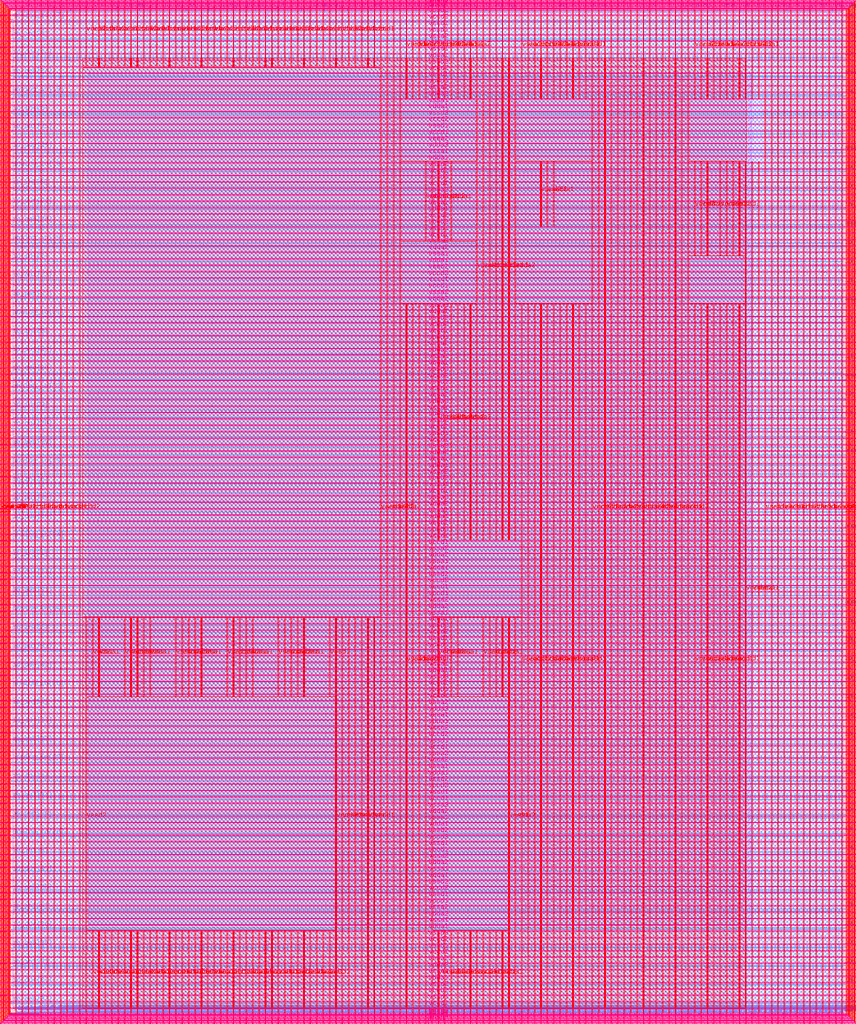
<source format=lef>
VERSION 5.7 ;
  NOWIREEXTENSIONATPIN ON ;
  DIVIDERCHAR "/" ;
  BUSBITCHARS "[]" ;
MACRO user_project_wrapper
  CLASS BLOCK ;
  FOREIGN user_project_wrapper ;
  ORIGIN 0.000 0.000 ;
  SIZE 2920.000 BY 3520.000 ;
  PIN analog_io[0]
    DIRECTION INOUT ;
    USE SIGNAL ;
    PORT
      LAYER met3 ;
        RECT 2917.600 1426.380 2924.800 1427.580 ;
    END
  END analog_io[0]
  PIN analog_io[10]
    DIRECTION INOUT ;
    USE SIGNAL ;
    PORT
      LAYER met2 ;
        RECT 2230.490 3517.600 2231.050 3524.800 ;
    END
  END analog_io[10]
  PIN analog_io[11]
    DIRECTION INOUT ;
    USE SIGNAL ;
    PORT
      LAYER met2 ;
        RECT 1905.730 3517.600 1906.290 3524.800 ;
    END
  END analog_io[11]
  PIN analog_io[12]
    DIRECTION INOUT ;
    USE SIGNAL ;
    PORT
      LAYER met2 ;
        RECT 1581.430 3517.600 1581.990 3524.800 ;
    END
  END analog_io[12]
  PIN analog_io[13]
    DIRECTION INOUT ;
    USE SIGNAL ;
    PORT
      LAYER met2 ;
        RECT 1257.130 3517.600 1257.690 3524.800 ;
    END
  END analog_io[13]
  PIN analog_io[14]
    DIRECTION INOUT ;
    USE SIGNAL ;
    PORT
      LAYER met2 ;
        RECT 932.370 3517.600 932.930 3524.800 ;
    END
  END analog_io[14]
  PIN analog_io[15]
    DIRECTION INOUT ;
    USE SIGNAL ;
    PORT
      LAYER met2 ;
        RECT 608.070 3517.600 608.630 3524.800 ;
    END
  END analog_io[15]
  PIN analog_io[16]
    DIRECTION INOUT ;
    USE SIGNAL ;
    PORT
      LAYER met2 ;
        RECT 283.770 3517.600 284.330 3524.800 ;
    END
  END analog_io[16]
  PIN analog_io[17]
    DIRECTION INOUT ;
    USE SIGNAL ;
    PORT
      LAYER met3 ;
        RECT -4.800 3486.100 2.400 3487.300 ;
    END
  END analog_io[17]
  PIN analog_io[18]
    DIRECTION INOUT ;
    USE SIGNAL ;
    PORT
      LAYER met3 ;
        RECT -4.800 3224.980 2.400 3226.180 ;
    END
  END analog_io[18]
  PIN analog_io[19]
    DIRECTION INOUT ;
    USE SIGNAL ;
    PORT
      LAYER met3 ;
        RECT -4.800 2964.540 2.400 2965.740 ;
    END
  END analog_io[19]
  PIN analog_io[1]
    DIRECTION INOUT ;
    USE SIGNAL ;
    PORT
      LAYER met3 ;
        RECT 2917.600 1692.260 2924.800 1693.460 ;
    END
  END analog_io[1]
  PIN analog_io[20]
    DIRECTION INOUT ;
    USE SIGNAL ;
    PORT
      LAYER met3 ;
        RECT -4.800 2703.420 2.400 2704.620 ;
    END
  END analog_io[20]
  PIN analog_io[21]
    DIRECTION INOUT ;
    USE SIGNAL ;
    PORT
      LAYER met3 ;
        RECT -4.800 2442.980 2.400 2444.180 ;
    END
  END analog_io[21]
  PIN analog_io[22]
    DIRECTION INOUT ;
    USE SIGNAL ;
    PORT
      LAYER met3 ;
        RECT -4.800 2182.540 2.400 2183.740 ;
    END
  END analog_io[22]
  PIN analog_io[23]
    DIRECTION INOUT ;
    USE SIGNAL ;
    PORT
      LAYER met3 ;
        RECT -4.800 1921.420 2.400 1922.620 ;
    END
  END analog_io[23]
  PIN analog_io[24]
    DIRECTION INOUT ;
    USE SIGNAL ;
    PORT
      LAYER met3 ;
        RECT -4.800 1660.980 2.400 1662.180 ;
    END
  END analog_io[24]
  PIN analog_io[25]
    DIRECTION INOUT ;
    USE SIGNAL ;
    PORT
      LAYER met3 ;
        RECT -4.800 1399.860 2.400 1401.060 ;
    END
  END analog_io[25]
  PIN analog_io[26]
    DIRECTION INOUT ;
    USE SIGNAL ;
    PORT
      LAYER met3 ;
        RECT -4.800 1139.420 2.400 1140.620 ;
    END
  END analog_io[26]
  PIN analog_io[27]
    DIRECTION INOUT ;
    USE SIGNAL ;
    PORT
      LAYER met3 ;
        RECT -4.800 878.980 2.400 880.180 ;
    END
  END analog_io[27]
  PIN analog_io[28]
    DIRECTION INOUT ;
    USE SIGNAL ;
    PORT
      LAYER met3 ;
        RECT -4.800 617.860 2.400 619.060 ;
    END
  END analog_io[28]
  PIN analog_io[2]
    DIRECTION INOUT ;
    USE SIGNAL ;
    PORT
      LAYER met3 ;
        RECT 2917.600 1958.140 2924.800 1959.340 ;
    END
  END analog_io[2]
  PIN analog_io[3]
    DIRECTION INOUT ;
    USE SIGNAL ;
    PORT
      LAYER met3 ;
        RECT 2917.600 2223.340 2924.800 2224.540 ;
    END
  END analog_io[3]
  PIN analog_io[4]
    DIRECTION INOUT ;
    USE SIGNAL ;
    PORT
      LAYER met3 ;
        RECT 2917.600 2489.220 2924.800 2490.420 ;
    END
  END analog_io[4]
  PIN analog_io[5]
    DIRECTION INOUT ;
    USE SIGNAL ;
    PORT
      LAYER met3 ;
        RECT 2917.600 2755.100 2924.800 2756.300 ;
    END
  END analog_io[5]
  PIN analog_io[6]
    DIRECTION INOUT ;
    USE SIGNAL ;
    PORT
      LAYER met3 ;
        RECT 2917.600 3020.300 2924.800 3021.500 ;
    END
  END analog_io[6]
  PIN analog_io[7]
    DIRECTION INOUT ;
    USE SIGNAL ;
    PORT
      LAYER met3 ;
        RECT 2917.600 3286.180 2924.800 3287.380 ;
    END
  END analog_io[7]
  PIN analog_io[8]
    DIRECTION INOUT ;
    USE SIGNAL ;
    PORT
      LAYER met2 ;
        RECT 2879.090 3517.600 2879.650 3524.800 ;
    END
  END analog_io[8]
  PIN analog_io[9]
    DIRECTION INOUT ;
    USE SIGNAL ;
    PORT
      LAYER met2 ;
        RECT 2554.790 3517.600 2555.350 3524.800 ;
    END
  END analog_io[9]
  PIN io_in[0]
    DIRECTION INPUT ;
    USE SIGNAL ;
    PORT
      LAYER met3 ;
        RECT 2917.600 32.380 2924.800 33.580 ;
    END
  END io_in[0]
  PIN io_in[10]
    DIRECTION INPUT ;
    USE SIGNAL ;
    PORT
      LAYER met3 ;
        RECT 2917.600 2289.980 2924.800 2291.180 ;
    END
  END io_in[10]
  PIN io_in[11]
    DIRECTION INPUT ;
    USE SIGNAL ;
    PORT
      LAYER met3 ;
        RECT 2917.600 2555.860 2924.800 2557.060 ;
    END
  END io_in[11]
  PIN io_in[12]
    DIRECTION INPUT ;
    USE SIGNAL ;
    PORT
      LAYER met3 ;
        RECT 2917.600 2821.060 2924.800 2822.260 ;
    END
  END io_in[12]
  PIN io_in[13]
    DIRECTION INPUT ;
    USE SIGNAL ;
    PORT
      LAYER met3 ;
        RECT 2917.600 3086.940 2924.800 3088.140 ;
    END
  END io_in[13]
  PIN io_in[14]
    DIRECTION INPUT ;
    USE SIGNAL ;
    PORT
      LAYER met3 ;
        RECT 2917.600 3352.820 2924.800 3354.020 ;
    END
  END io_in[14]
  PIN io_in[15]
    DIRECTION INPUT ;
    USE SIGNAL ;
    PORT
      LAYER met2 ;
        RECT 2798.130 3517.600 2798.690 3524.800 ;
    END
  END io_in[15]
  PIN io_in[16]
    DIRECTION INPUT ;
    USE SIGNAL ;
    PORT
      LAYER met2 ;
        RECT 2473.830 3517.600 2474.390 3524.800 ;
    END
  END io_in[16]
  PIN io_in[17]
    DIRECTION INPUT ;
    USE SIGNAL ;
    PORT
      LAYER met2 ;
        RECT 2149.070 3517.600 2149.630 3524.800 ;
    END
  END io_in[17]
  PIN io_in[18]
    DIRECTION INPUT ;
    USE SIGNAL ;
    PORT
      LAYER met2 ;
        RECT 1824.770 3517.600 1825.330 3524.800 ;
    END
  END io_in[18]
  PIN io_in[19]
    DIRECTION INPUT ;
    USE SIGNAL ;
    PORT
      LAYER met2 ;
        RECT 1500.470 3517.600 1501.030 3524.800 ;
    END
  END io_in[19]
  PIN io_in[1]
    DIRECTION INPUT ;
    USE SIGNAL ;
    PORT
      LAYER met3 ;
        RECT 2917.600 230.940 2924.800 232.140 ;
    END
  END io_in[1]
  PIN io_in[20]
    DIRECTION INPUT ;
    USE SIGNAL ;
    PORT
      LAYER met2 ;
        RECT 1175.710 3517.600 1176.270 3524.800 ;
    END
  END io_in[20]
  PIN io_in[21]
    DIRECTION INPUT ;
    USE SIGNAL ;
    PORT
      LAYER met2 ;
        RECT 851.410 3517.600 851.970 3524.800 ;
    END
  END io_in[21]
  PIN io_in[22]
    DIRECTION INPUT ;
    USE SIGNAL ;
    PORT
      LAYER met2 ;
        RECT 527.110 3517.600 527.670 3524.800 ;
    END
  END io_in[22]
  PIN io_in[23]
    DIRECTION INPUT ;
    USE SIGNAL ;
    PORT
      LAYER met2 ;
        RECT 202.350 3517.600 202.910 3524.800 ;
    END
  END io_in[23]
  PIN io_in[24]
    DIRECTION INPUT ;
    USE SIGNAL ;
    PORT
      LAYER met3 ;
        RECT -4.800 3420.820 2.400 3422.020 ;
    END
  END io_in[24]
  PIN io_in[25]
    DIRECTION INPUT ;
    USE SIGNAL ;
    PORT
      LAYER met3 ;
        RECT -4.800 3159.700 2.400 3160.900 ;
    END
  END io_in[25]
  PIN io_in[26]
    DIRECTION INPUT ;
    USE SIGNAL ;
    PORT
      LAYER met3 ;
        RECT -4.800 2899.260 2.400 2900.460 ;
    END
  END io_in[26]
  PIN io_in[27]
    DIRECTION INPUT ;
    USE SIGNAL ;
    PORT
      LAYER met3 ;
        RECT -4.800 2638.820 2.400 2640.020 ;
    END
  END io_in[27]
  PIN io_in[28]
    DIRECTION INPUT ;
    USE SIGNAL ;
    PORT
      LAYER met3 ;
        RECT -4.800 2377.700 2.400 2378.900 ;
    END
  END io_in[28]
  PIN io_in[29]
    DIRECTION INPUT ;
    USE SIGNAL ;
    PORT
      LAYER met3 ;
        RECT -4.800 2117.260 2.400 2118.460 ;
    END
  END io_in[29]
  PIN io_in[2]
    DIRECTION INPUT ;
    USE SIGNAL ;
    PORT
      LAYER met3 ;
        RECT 2917.600 430.180 2924.800 431.380 ;
    END
  END io_in[2]
  PIN io_in[30]
    DIRECTION INPUT ;
    USE SIGNAL ;
    PORT
      LAYER met3 ;
        RECT -4.800 1856.140 2.400 1857.340 ;
    END
  END io_in[30]
  PIN io_in[31]
    DIRECTION INPUT ;
    USE SIGNAL ;
    PORT
      LAYER met3 ;
        RECT -4.800 1595.700 2.400 1596.900 ;
    END
  END io_in[31]
  PIN io_in[32]
    DIRECTION INPUT ;
    USE SIGNAL ;
    PORT
      LAYER met3 ;
        RECT -4.800 1335.260 2.400 1336.460 ;
    END
  END io_in[32]
  PIN io_in[33]
    DIRECTION INPUT ;
    USE SIGNAL ;
    PORT
      LAYER met3 ;
        RECT -4.800 1074.140 2.400 1075.340 ;
    END
  END io_in[33]
  PIN io_in[34]
    DIRECTION INPUT ;
    USE SIGNAL ;
    PORT
      LAYER met3 ;
        RECT -4.800 813.700 2.400 814.900 ;
    END
  END io_in[34]
  PIN io_in[35]
    DIRECTION INPUT ;
    USE SIGNAL ;
    PORT
      LAYER met3 ;
        RECT -4.800 552.580 2.400 553.780 ;
    END
  END io_in[35]
  PIN io_in[36]
    DIRECTION INPUT ;
    USE SIGNAL ;
    PORT
      LAYER met3 ;
        RECT -4.800 357.420 2.400 358.620 ;
    END
  END io_in[36]
  PIN io_in[37]
    DIRECTION INPUT ;
    USE SIGNAL ;
    PORT
      LAYER met3 ;
        RECT -4.800 161.580 2.400 162.780 ;
    END
  END io_in[37]
  PIN io_in[3]
    DIRECTION INPUT ;
    USE SIGNAL ;
    PORT
      LAYER met3 ;
        RECT 2917.600 629.420 2924.800 630.620 ;
    END
  END io_in[3]
  PIN io_in[4]
    DIRECTION INPUT ;
    USE SIGNAL ;
    PORT
      LAYER met3 ;
        RECT 2917.600 828.660 2924.800 829.860 ;
    END
  END io_in[4]
  PIN io_in[5]
    DIRECTION INPUT ;
    USE SIGNAL ;
    PORT
      LAYER met3 ;
        RECT 2917.600 1027.900 2924.800 1029.100 ;
    END
  END io_in[5]
  PIN io_in[6]
    DIRECTION INPUT ;
    USE SIGNAL ;
    PORT
      LAYER met3 ;
        RECT 2917.600 1227.140 2924.800 1228.340 ;
    END
  END io_in[6]
  PIN io_in[7]
    DIRECTION INPUT ;
    USE SIGNAL ;
    PORT
      LAYER met3 ;
        RECT 2917.600 1493.020 2924.800 1494.220 ;
    END
  END io_in[7]
  PIN io_in[8]
    DIRECTION INPUT ;
    USE SIGNAL ;
    PORT
      LAYER met3 ;
        RECT 2917.600 1758.900 2924.800 1760.100 ;
    END
  END io_in[8]
  PIN io_in[9]
    DIRECTION INPUT ;
    USE SIGNAL ;
    PORT
      LAYER met3 ;
        RECT 2917.600 2024.100 2924.800 2025.300 ;
    END
  END io_in[9]
  PIN io_oeb[0]
    DIRECTION OUTPUT TRISTATE ;
    USE SIGNAL ;
    PORT
      LAYER met3 ;
        RECT 2917.600 164.980 2924.800 166.180 ;
    END
  END io_oeb[0]
  PIN io_oeb[10]
    DIRECTION OUTPUT TRISTATE ;
    USE SIGNAL ;
    PORT
      LAYER met3 ;
        RECT 2917.600 2422.580 2924.800 2423.780 ;
    END
  END io_oeb[10]
  PIN io_oeb[11]
    DIRECTION OUTPUT TRISTATE ;
    USE SIGNAL ;
    PORT
      LAYER met3 ;
        RECT 2917.600 2688.460 2924.800 2689.660 ;
    END
  END io_oeb[11]
  PIN io_oeb[12]
    DIRECTION OUTPUT TRISTATE ;
    USE SIGNAL ;
    PORT
      LAYER met3 ;
        RECT 2917.600 2954.340 2924.800 2955.540 ;
    END
  END io_oeb[12]
  PIN io_oeb[13]
    DIRECTION OUTPUT TRISTATE ;
    USE SIGNAL ;
    PORT
      LAYER met3 ;
        RECT 2917.600 3219.540 2924.800 3220.740 ;
    END
  END io_oeb[13]
  PIN io_oeb[14]
    DIRECTION OUTPUT TRISTATE ;
    USE SIGNAL ;
    PORT
      LAYER met3 ;
        RECT 2917.600 3485.420 2924.800 3486.620 ;
    END
  END io_oeb[14]
  PIN io_oeb[15]
    DIRECTION OUTPUT TRISTATE ;
    USE SIGNAL ;
    PORT
      LAYER met2 ;
        RECT 2635.750 3517.600 2636.310 3524.800 ;
    END
  END io_oeb[15]
  PIN io_oeb[16]
    DIRECTION OUTPUT TRISTATE ;
    USE SIGNAL ;
    PORT
      LAYER met2 ;
        RECT 2311.450 3517.600 2312.010 3524.800 ;
    END
  END io_oeb[16]
  PIN io_oeb[17]
    DIRECTION OUTPUT TRISTATE ;
    USE SIGNAL ;
    PORT
      LAYER met2 ;
        RECT 1987.150 3517.600 1987.710 3524.800 ;
    END
  END io_oeb[17]
  PIN io_oeb[18]
    DIRECTION OUTPUT TRISTATE ;
    USE SIGNAL ;
    PORT
      LAYER met2 ;
        RECT 1662.390 3517.600 1662.950 3524.800 ;
    END
  END io_oeb[18]
  PIN io_oeb[19]
    DIRECTION OUTPUT TRISTATE ;
    USE SIGNAL ;
    PORT
      LAYER met2 ;
        RECT 1338.090 3517.600 1338.650 3524.800 ;
    END
  END io_oeb[19]
  PIN io_oeb[1]
    DIRECTION OUTPUT TRISTATE ;
    USE SIGNAL ;
    PORT
      LAYER met3 ;
        RECT 2917.600 364.220 2924.800 365.420 ;
    END
  END io_oeb[1]
  PIN io_oeb[20]
    DIRECTION OUTPUT TRISTATE ;
    USE SIGNAL ;
    PORT
      LAYER met2 ;
        RECT 1013.790 3517.600 1014.350 3524.800 ;
    END
  END io_oeb[20]
  PIN io_oeb[21]
    DIRECTION OUTPUT TRISTATE ;
    USE SIGNAL ;
    PORT
      LAYER met2 ;
        RECT 689.030 3517.600 689.590 3524.800 ;
    END
  END io_oeb[21]
  PIN io_oeb[22]
    DIRECTION OUTPUT TRISTATE ;
    USE SIGNAL ;
    PORT
      LAYER met2 ;
        RECT 364.730 3517.600 365.290 3524.800 ;
    END
  END io_oeb[22]
  PIN io_oeb[23]
    DIRECTION OUTPUT TRISTATE ;
    USE SIGNAL ;
    PORT
      LAYER met2 ;
        RECT 40.430 3517.600 40.990 3524.800 ;
    END
  END io_oeb[23]
  PIN io_oeb[24]
    DIRECTION OUTPUT TRISTATE ;
    USE SIGNAL ;
    PORT
      LAYER met3 ;
        RECT -4.800 3290.260 2.400 3291.460 ;
    END
  END io_oeb[24]
  PIN io_oeb[25]
    DIRECTION OUTPUT TRISTATE ;
    USE SIGNAL ;
    PORT
      LAYER met3 ;
        RECT -4.800 3029.820 2.400 3031.020 ;
    END
  END io_oeb[25]
  PIN io_oeb[26]
    DIRECTION OUTPUT TRISTATE ;
    USE SIGNAL ;
    PORT
      LAYER met3 ;
        RECT -4.800 2768.700 2.400 2769.900 ;
    END
  END io_oeb[26]
  PIN io_oeb[27]
    DIRECTION OUTPUT TRISTATE ;
    USE SIGNAL ;
    PORT
      LAYER met3 ;
        RECT -4.800 2508.260 2.400 2509.460 ;
    END
  END io_oeb[27]
  PIN io_oeb[28]
    DIRECTION OUTPUT TRISTATE ;
    USE SIGNAL ;
    PORT
      LAYER met3 ;
        RECT -4.800 2247.140 2.400 2248.340 ;
    END
  END io_oeb[28]
  PIN io_oeb[29]
    DIRECTION OUTPUT TRISTATE ;
    USE SIGNAL ;
    PORT
      LAYER met3 ;
        RECT -4.800 1986.700 2.400 1987.900 ;
    END
  END io_oeb[29]
  PIN io_oeb[2]
    DIRECTION OUTPUT TRISTATE ;
    USE SIGNAL ;
    PORT
      LAYER met3 ;
        RECT 2917.600 563.460 2924.800 564.660 ;
    END
  END io_oeb[2]
  PIN io_oeb[30]
    DIRECTION OUTPUT TRISTATE ;
    USE SIGNAL ;
    PORT
      LAYER met3 ;
        RECT -4.800 1726.260 2.400 1727.460 ;
    END
  END io_oeb[30]
  PIN io_oeb[31]
    DIRECTION OUTPUT TRISTATE ;
    USE SIGNAL ;
    PORT
      LAYER met3 ;
        RECT -4.800 1465.140 2.400 1466.340 ;
    END
  END io_oeb[31]
  PIN io_oeb[32]
    DIRECTION OUTPUT TRISTATE ;
    USE SIGNAL ;
    PORT
      LAYER met3 ;
        RECT -4.800 1204.700 2.400 1205.900 ;
    END
  END io_oeb[32]
  PIN io_oeb[33]
    DIRECTION OUTPUT TRISTATE ;
    USE SIGNAL ;
    PORT
      LAYER met3 ;
        RECT -4.800 943.580 2.400 944.780 ;
    END
  END io_oeb[33]
  PIN io_oeb[34]
    DIRECTION OUTPUT TRISTATE ;
    USE SIGNAL ;
    PORT
      LAYER met3 ;
        RECT -4.800 683.140 2.400 684.340 ;
    END
  END io_oeb[34]
  PIN io_oeb[35]
    DIRECTION OUTPUT TRISTATE ;
    USE SIGNAL ;
    PORT
      LAYER met3 ;
        RECT -4.800 422.700 2.400 423.900 ;
    END
  END io_oeb[35]
  PIN io_oeb[36]
    DIRECTION OUTPUT TRISTATE ;
    USE SIGNAL ;
    PORT
      LAYER met3 ;
        RECT -4.800 226.860 2.400 228.060 ;
    END
  END io_oeb[36]
  PIN io_oeb[37]
    DIRECTION OUTPUT TRISTATE ;
    USE SIGNAL ;
    PORT
      LAYER met3 ;
        RECT -4.800 31.700 2.400 32.900 ;
    END
  END io_oeb[37]
  PIN io_oeb[3]
    DIRECTION OUTPUT TRISTATE ;
    USE SIGNAL ;
    PORT
      LAYER met3 ;
        RECT 2917.600 762.700 2924.800 763.900 ;
    END
  END io_oeb[3]
  PIN io_oeb[4]
    DIRECTION OUTPUT TRISTATE ;
    USE SIGNAL ;
    PORT
      LAYER met3 ;
        RECT 2917.600 961.940 2924.800 963.140 ;
    END
  END io_oeb[4]
  PIN io_oeb[5]
    DIRECTION OUTPUT TRISTATE ;
    USE SIGNAL ;
    PORT
      LAYER met3 ;
        RECT 2917.600 1161.180 2924.800 1162.380 ;
    END
  END io_oeb[5]
  PIN io_oeb[6]
    DIRECTION OUTPUT TRISTATE ;
    USE SIGNAL ;
    PORT
      LAYER met3 ;
        RECT 2917.600 1360.420 2924.800 1361.620 ;
    END
  END io_oeb[6]
  PIN io_oeb[7]
    DIRECTION OUTPUT TRISTATE ;
    USE SIGNAL ;
    PORT
      LAYER met3 ;
        RECT 2917.600 1625.620 2924.800 1626.820 ;
    END
  END io_oeb[7]
  PIN io_oeb[8]
    DIRECTION OUTPUT TRISTATE ;
    USE SIGNAL ;
    PORT
      LAYER met3 ;
        RECT 2917.600 1891.500 2924.800 1892.700 ;
    END
  END io_oeb[8]
  PIN io_oeb[9]
    DIRECTION OUTPUT TRISTATE ;
    USE SIGNAL ;
    PORT
      LAYER met3 ;
        RECT 2917.600 2157.380 2924.800 2158.580 ;
    END
  END io_oeb[9]
  PIN io_out[0]
    DIRECTION OUTPUT TRISTATE ;
    USE SIGNAL ;
    PORT
      LAYER met3 ;
        RECT 2917.600 98.340 2924.800 99.540 ;
    END
  END io_out[0]
  PIN io_out[10]
    DIRECTION OUTPUT TRISTATE ;
    USE SIGNAL ;
    PORT
      LAYER met3 ;
        RECT 2917.600 2356.620 2924.800 2357.820 ;
    END
  END io_out[10]
  PIN io_out[11]
    DIRECTION OUTPUT TRISTATE ;
    USE SIGNAL ;
    PORT
      LAYER met3 ;
        RECT 2917.600 2621.820 2924.800 2623.020 ;
    END
  END io_out[11]
  PIN io_out[12]
    DIRECTION OUTPUT TRISTATE ;
    USE SIGNAL ;
    PORT
      LAYER met3 ;
        RECT 2917.600 2887.700 2924.800 2888.900 ;
    END
  END io_out[12]
  PIN io_out[13]
    DIRECTION OUTPUT TRISTATE ;
    USE SIGNAL ;
    PORT
      LAYER met3 ;
        RECT 2917.600 3153.580 2924.800 3154.780 ;
    END
  END io_out[13]
  PIN io_out[14]
    DIRECTION OUTPUT TRISTATE ;
    USE SIGNAL ;
    PORT
      LAYER met3 ;
        RECT 2917.600 3418.780 2924.800 3419.980 ;
    END
  END io_out[14]
  PIN io_out[15]
    DIRECTION OUTPUT TRISTATE ;
    USE SIGNAL ;
    PORT
      LAYER met2 ;
        RECT 2717.170 3517.600 2717.730 3524.800 ;
    END
  END io_out[15]
  PIN io_out[16]
    DIRECTION OUTPUT TRISTATE ;
    USE SIGNAL ;
    PORT
      LAYER met2 ;
        RECT 2392.410 3517.600 2392.970 3524.800 ;
    END
  END io_out[16]
  PIN io_out[17]
    DIRECTION OUTPUT TRISTATE ;
    USE SIGNAL ;
    PORT
      LAYER met2 ;
        RECT 2068.110 3517.600 2068.670 3524.800 ;
    END
  END io_out[17]
  PIN io_out[18]
    DIRECTION OUTPUT TRISTATE ;
    USE SIGNAL ;
    PORT
      LAYER met2 ;
        RECT 1743.810 3517.600 1744.370 3524.800 ;
    END
  END io_out[18]
  PIN io_out[19]
    DIRECTION OUTPUT TRISTATE ;
    USE SIGNAL ;
    PORT
      LAYER met2 ;
        RECT 1419.050 3517.600 1419.610 3524.800 ;
    END
  END io_out[19]
  PIN io_out[1]
    DIRECTION OUTPUT TRISTATE ;
    USE SIGNAL ;
    PORT
      LAYER met3 ;
        RECT 2917.600 297.580 2924.800 298.780 ;
    END
  END io_out[1]
  PIN io_out[20]
    DIRECTION OUTPUT TRISTATE ;
    USE SIGNAL ;
    PORT
      LAYER met2 ;
        RECT 1094.750 3517.600 1095.310 3524.800 ;
    END
  END io_out[20]
  PIN io_out[21]
    DIRECTION OUTPUT TRISTATE ;
    USE SIGNAL ;
    PORT
      LAYER met2 ;
        RECT 770.450 3517.600 771.010 3524.800 ;
    END
  END io_out[21]
  PIN io_out[22]
    DIRECTION OUTPUT TRISTATE ;
    USE SIGNAL ;
    PORT
      LAYER met2 ;
        RECT 445.690 3517.600 446.250 3524.800 ;
    END
  END io_out[22]
  PIN io_out[23]
    DIRECTION OUTPUT TRISTATE ;
    USE SIGNAL ;
    PORT
      LAYER met2 ;
        RECT 121.390 3517.600 121.950 3524.800 ;
    END
  END io_out[23]
  PIN io_out[24]
    DIRECTION OUTPUT TRISTATE ;
    USE SIGNAL ;
    PORT
      LAYER met3 ;
        RECT -4.800 3355.540 2.400 3356.740 ;
    END
  END io_out[24]
  PIN io_out[25]
    DIRECTION OUTPUT TRISTATE ;
    USE SIGNAL ;
    PORT
      LAYER met3 ;
        RECT -4.800 3095.100 2.400 3096.300 ;
    END
  END io_out[25]
  PIN io_out[26]
    DIRECTION OUTPUT TRISTATE ;
    USE SIGNAL ;
    PORT
      LAYER met3 ;
        RECT -4.800 2833.980 2.400 2835.180 ;
    END
  END io_out[26]
  PIN io_out[27]
    DIRECTION OUTPUT TRISTATE ;
    USE SIGNAL ;
    PORT
      LAYER met3 ;
        RECT -4.800 2573.540 2.400 2574.740 ;
    END
  END io_out[27]
  PIN io_out[28]
    DIRECTION OUTPUT TRISTATE ;
    USE SIGNAL ;
    PORT
      LAYER met3 ;
        RECT -4.800 2312.420 2.400 2313.620 ;
    END
  END io_out[28]
  PIN io_out[29]
    DIRECTION OUTPUT TRISTATE ;
    USE SIGNAL ;
    PORT
      LAYER met3 ;
        RECT -4.800 2051.980 2.400 2053.180 ;
    END
  END io_out[29]
  PIN io_out[2]
    DIRECTION OUTPUT TRISTATE ;
    USE SIGNAL ;
    PORT
      LAYER met3 ;
        RECT 2917.600 496.820 2924.800 498.020 ;
    END
  END io_out[2]
  PIN io_out[30]
    DIRECTION OUTPUT TRISTATE ;
    USE SIGNAL ;
    PORT
      LAYER met3 ;
        RECT -4.800 1791.540 2.400 1792.740 ;
    END
  END io_out[30]
  PIN io_out[31]
    DIRECTION OUTPUT TRISTATE ;
    USE SIGNAL ;
    PORT
      LAYER met3 ;
        RECT -4.800 1530.420 2.400 1531.620 ;
    END
  END io_out[31]
  PIN io_out[32]
    DIRECTION OUTPUT TRISTATE ;
    USE SIGNAL ;
    PORT
      LAYER met3 ;
        RECT -4.800 1269.980 2.400 1271.180 ;
    END
  END io_out[32]
  PIN io_out[33]
    DIRECTION OUTPUT TRISTATE ;
    USE SIGNAL ;
    PORT
      LAYER met3 ;
        RECT -4.800 1008.860 2.400 1010.060 ;
    END
  END io_out[33]
  PIN io_out[34]
    DIRECTION OUTPUT TRISTATE ;
    USE SIGNAL ;
    PORT
      LAYER met3 ;
        RECT -4.800 748.420 2.400 749.620 ;
    END
  END io_out[34]
  PIN io_out[35]
    DIRECTION OUTPUT TRISTATE ;
    USE SIGNAL ;
    PORT
      LAYER met3 ;
        RECT -4.800 487.300 2.400 488.500 ;
    END
  END io_out[35]
  PIN io_out[36]
    DIRECTION OUTPUT TRISTATE ;
    USE SIGNAL ;
    PORT
      LAYER met3 ;
        RECT -4.800 292.140 2.400 293.340 ;
    END
  END io_out[36]
  PIN io_out[37]
    DIRECTION OUTPUT TRISTATE ;
    USE SIGNAL ;
    PORT
      LAYER met3 ;
        RECT -4.800 96.300 2.400 97.500 ;
    END
  END io_out[37]
  PIN io_out[3]
    DIRECTION OUTPUT TRISTATE ;
    USE SIGNAL ;
    PORT
      LAYER met3 ;
        RECT 2917.600 696.060 2924.800 697.260 ;
    END
  END io_out[3]
  PIN io_out[4]
    DIRECTION OUTPUT TRISTATE ;
    USE SIGNAL ;
    PORT
      LAYER met3 ;
        RECT 2917.600 895.300 2924.800 896.500 ;
    END
  END io_out[4]
  PIN io_out[5]
    DIRECTION OUTPUT TRISTATE ;
    USE SIGNAL ;
    PORT
      LAYER met3 ;
        RECT 2917.600 1094.540 2924.800 1095.740 ;
    END
  END io_out[5]
  PIN io_out[6]
    DIRECTION OUTPUT TRISTATE ;
    USE SIGNAL ;
    PORT
      LAYER met3 ;
        RECT 2917.600 1293.780 2924.800 1294.980 ;
    END
  END io_out[6]
  PIN io_out[7]
    DIRECTION OUTPUT TRISTATE ;
    USE SIGNAL ;
    PORT
      LAYER met3 ;
        RECT 2917.600 1559.660 2924.800 1560.860 ;
    END
  END io_out[7]
  PIN io_out[8]
    DIRECTION OUTPUT TRISTATE ;
    USE SIGNAL ;
    PORT
      LAYER met3 ;
        RECT 2917.600 1824.860 2924.800 1826.060 ;
    END
  END io_out[8]
  PIN io_out[9]
    DIRECTION OUTPUT TRISTATE ;
    USE SIGNAL ;
    PORT
      LAYER met3 ;
        RECT 2917.600 2090.740 2924.800 2091.940 ;
    END
  END io_out[9]
  PIN la_data_in[0]
    DIRECTION INPUT ;
    USE SIGNAL ;
    PORT
      LAYER met2 ;
        RECT 629.230 -4.800 629.790 2.400 ;
    END
  END la_data_in[0]
  PIN la_data_in[100]
    DIRECTION INPUT ;
    USE SIGNAL ;
    PORT
      LAYER met2 ;
        RECT 2402.530 -4.800 2403.090 2.400 ;
    END
  END la_data_in[100]
  PIN la_data_in[101]
    DIRECTION INPUT ;
    USE SIGNAL ;
    PORT
      LAYER met2 ;
        RECT 2420.010 -4.800 2420.570 2.400 ;
    END
  END la_data_in[101]
  PIN la_data_in[102]
    DIRECTION INPUT ;
    USE SIGNAL ;
    PORT
      LAYER met2 ;
        RECT 2437.950 -4.800 2438.510 2.400 ;
    END
  END la_data_in[102]
  PIN la_data_in[103]
    DIRECTION INPUT ;
    USE SIGNAL ;
    PORT
      LAYER met2 ;
        RECT 2455.430 -4.800 2455.990 2.400 ;
    END
  END la_data_in[103]
  PIN la_data_in[104]
    DIRECTION INPUT ;
    USE SIGNAL ;
    PORT
      LAYER met2 ;
        RECT 2473.370 -4.800 2473.930 2.400 ;
    END
  END la_data_in[104]
  PIN la_data_in[105]
    DIRECTION INPUT ;
    USE SIGNAL ;
    PORT
      LAYER met2 ;
        RECT 2490.850 -4.800 2491.410 2.400 ;
    END
  END la_data_in[105]
  PIN la_data_in[106]
    DIRECTION INPUT ;
    USE SIGNAL ;
    PORT
      LAYER met2 ;
        RECT 2508.790 -4.800 2509.350 2.400 ;
    END
  END la_data_in[106]
  PIN la_data_in[107]
    DIRECTION INPUT ;
    USE SIGNAL ;
    PORT
      LAYER met2 ;
        RECT 2526.730 -4.800 2527.290 2.400 ;
    END
  END la_data_in[107]
  PIN la_data_in[108]
    DIRECTION INPUT ;
    USE SIGNAL ;
    PORT
      LAYER met2 ;
        RECT 2544.210 -4.800 2544.770 2.400 ;
    END
  END la_data_in[108]
  PIN la_data_in[109]
    DIRECTION INPUT ;
    USE SIGNAL ;
    PORT
      LAYER met2 ;
        RECT 2562.150 -4.800 2562.710 2.400 ;
    END
  END la_data_in[109]
  PIN la_data_in[10]
    DIRECTION INPUT ;
    USE SIGNAL ;
    PORT
      LAYER met2 ;
        RECT 806.330 -4.800 806.890 2.400 ;
    END
  END la_data_in[10]
  PIN la_data_in[110]
    DIRECTION INPUT ;
    USE SIGNAL ;
    PORT
      LAYER met2 ;
        RECT 2579.630 -4.800 2580.190 2.400 ;
    END
  END la_data_in[110]
  PIN la_data_in[111]
    DIRECTION INPUT ;
    USE SIGNAL ;
    PORT
      LAYER met2 ;
        RECT 2597.570 -4.800 2598.130 2.400 ;
    END
  END la_data_in[111]
  PIN la_data_in[112]
    DIRECTION INPUT ;
    USE SIGNAL ;
    PORT
      LAYER met2 ;
        RECT 2615.050 -4.800 2615.610 2.400 ;
    END
  END la_data_in[112]
  PIN la_data_in[113]
    DIRECTION INPUT ;
    USE SIGNAL ;
    PORT
      LAYER met2 ;
        RECT 2632.990 -4.800 2633.550 2.400 ;
    END
  END la_data_in[113]
  PIN la_data_in[114]
    DIRECTION INPUT ;
    USE SIGNAL ;
    PORT
      LAYER met2 ;
        RECT 2650.470 -4.800 2651.030 2.400 ;
    END
  END la_data_in[114]
  PIN la_data_in[115]
    DIRECTION INPUT ;
    USE SIGNAL ;
    PORT
      LAYER met2 ;
        RECT 2668.410 -4.800 2668.970 2.400 ;
    END
  END la_data_in[115]
  PIN la_data_in[116]
    DIRECTION INPUT ;
    USE SIGNAL ;
    PORT
      LAYER met2 ;
        RECT 2685.890 -4.800 2686.450 2.400 ;
    END
  END la_data_in[116]
  PIN la_data_in[117]
    DIRECTION INPUT ;
    USE SIGNAL ;
    PORT
      LAYER met2 ;
        RECT 2703.830 -4.800 2704.390 2.400 ;
    END
  END la_data_in[117]
  PIN la_data_in[118]
    DIRECTION INPUT ;
    USE SIGNAL ;
    PORT
      LAYER met2 ;
        RECT 2721.770 -4.800 2722.330 2.400 ;
    END
  END la_data_in[118]
  PIN la_data_in[119]
    DIRECTION INPUT ;
    USE SIGNAL ;
    PORT
      LAYER met2 ;
        RECT 2739.250 -4.800 2739.810 2.400 ;
    END
  END la_data_in[119]
  PIN la_data_in[11]
    DIRECTION INPUT ;
    USE SIGNAL ;
    PORT
      LAYER met2 ;
        RECT 824.270 -4.800 824.830 2.400 ;
    END
  END la_data_in[11]
  PIN la_data_in[120]
    DIRECTION INPUT ;
    USE SIGNAL ;
    PORT
      LAYER met2 ;
        RECT 2757.190 -4.800 2757.750 2.400 ;
    END
  END la_data_in[120]
  PIN la_data_in[121]
    DIRECTION INPUT ;
    USE SIGNAL ;
    PORT
      LAYER met2 ;
        RECT 2774.670 -4.800 2775.230 2.400 ;
    END
  END la_data_in[121]
  PIN la_data_in[122]
    DIRECTION INPUT ;
    USE SIGNAL ;
    PORT
      LAYER met2 ;
        RECT 2792.610 -4.800 2793.170 2.400 ;
    END
  END la_data_in[122]
  PIN la_data_in[123]
    DIRECTION INPUT ;
    USE SIGNAL ;
    PORT
      LAYER met2 ;
        RECT 2810.090 -4.800 2810.650 2.400 ;
    END
  END la_data_in[123]
  PIN la_data_in[124]
    DIRECTION INPUT ;
    USE SIGNAL ;
    PORT
      LAYER met2 ;
        RECT 2828.030 -4.800 2828.590 2.400 ;
    END
  END la_data_in[124]
  PIN la_data_in[125]
    DIRECTION INPUT ;
    USE SIGNAL ;
    PORT
      LAYER met2 ;
        RECT 2845.510 -4.800 2846.070 2.400 ;
    END
  END la_data_in[125]
  PIN la_data_in[126]
    DIRECTION INPUT ;
    USE SIGNAL ;
    PORT
      LAYER met2 ;
        RECT 2863.450 -4.800 2864.010 2.400 ;
    END
  END la_data_in[126]
  PIN la_data_in[127]
    DIRECTION INPUT ;
    USE SIGNAL ;
    PORT
      LAYER met2 ;
        RECT 2881.390 -4.800 2881.950 2.400 ;
    END
  END la_data_in[127]
  PIN la_data_in[12]
    DIRECTION INPUT ;
    USE SIGNAL ;
    PORT
      LAYER met2 ;
        RECT 841.750 -4.800 842.310 2.400 ;
    END
  END la_data_in[12]
  PIN la_data_in[13]
    DIRECTION INPUT ;
    USE SIGNAL ;
    PORT
      LAYER met2 ;
        RECT 859.690 -4.800 860.250 2.400 ;
    END
  END la_data_in[13]
  PIN la_data_in[14]
    DIRECTION INPUT ;
    USE SIGNAL ;
    PORT
      LAYER met2 ;
        RECT 877.170 -4.800 877.730 2.400 ;
    END
  END la_data_in[14]
  PIN la_data_in[15]
    DIRECTION INPUT ;
    USE SIGNAL ;
    PORT
      LAYER met2 ;
        RECT 895.110 -4.800 895.670 2.400 ;
    END
  END la_data_in[15]
  PIN la_data_in[16]
    DIRECTION INPUT ;
    USE SIGNAL ;
    PORT
      LAYER met2 ;
        RECT 912.590 -4.800 913.150 2.400 ;
    END
  END la_data_in[16]
  PIN la_data_in[17]
    DIRECTION INPUT ;
    USE SIGNAL ;
    PORT
      LAYER met2 ;
        RECT 930.530 -4.800 931.090 2.400 ;
    END
  END la_data_in[17]
  PIN la_data_in[18]
    DIRECTION INPUT ;
    USE SIGNAL ;
    PORT
      LAYER met2 ;
        RECT 948.470 -4.800 949.030 2.400 ;
    END
  END la_data_in[18]
  PIN la_data_in[19]
    DIRECTION INPUT ;
    USE SIGNAL ;
    PORT
      LAYER met2 ;
        RECT 965.950 -4.800 966.510 2.400 ;
    END
  END la_data_in[19]
  PIN la_data_in[1]
    DIRECTION INPUT ;
    USE SIGNAL ;
    PORT
      LAYER met2 ;
        RECT 646.710 -4.800 647.270 2.400 ;
    END
  END la_data_in[1]
  PIN la_data_in[20]
    DIRECTION INPUT ;
    USE SIGNAL ;
    PORT
      LAYER met2 ;
        RECT 983.890 -4.800 984.450 2.400 ;
    END
  END la_data_in[20]
  PIN la_data_in[21]
    DIRECTION INPUT ;
    USE SIGNAL ;
    PORT
      LAYER met2 ;
        RECT 1001.370 -4.800 1001.930 2.400 ;
    END
  END la_data_in[21]
  PIN la_data_in[22]
    DIRECTION INPUT ;
    USE SIGNAL ;
    PORT
      LAYER met2 ;
        RECT 1019.310 -4.800 1019.870 2.400 ;
    END
  END la_data_in[22]
  PIN la_data_in[23]
    DIRECTION INPUT ;
    USE SIGNAL ;
    PORT
      LAYER met2 ;
        RECT 1036.790 -4.800 1037.350 2.400 ;
    END
  END la_data_in[23]
  PIN la_data_in[24]
    DIRECTION INPUT ;
    USE SIGNAL ;
    PORT
      LAYER met2 ;
        RECT 1054.730 -4.800 1055.290 2.400 ;
    END
  END la_data_in[24]
  PIN la_data_in[25]
    DIRECTION INPUT ;
    USE SIGNAL ;
    PORT
      LAYER met2 ;
        RECT 1072.210 -4.800 1072.770 2.400 ;
    END
  END la_data_in[25]
  PIN la_data_in[26]
    DIRECTION INPUT ;
    USE SIGNAL ;
    PORT
      LAYER met2 ;
        RECT 1090.150 -4.800 1090.710 2.400 ;
    END
  END la_data_in[26]
  PIN la_data_in[27]
    DIRECTION INPUT ;
    USE SIGNAL ;
    PORT
      LAYER met2 ;
        RECT 1107.630 -4.800 1108.190 2.400 ;
    END
  END la_data_in[27]
  PIN la_data_in[28]
    DIRECTION INPUT ;
    USE SIGNAL ;
    PORT
      LAYER met2 ;
        RECT 1125.570 -4.800 1126.130 2.400 ;
    END
  END la_data_in[28]
  PIN la_data_in[29]
    DIRECTION INPUT ;
    USE SIGNAL ;
    PORT
      LAYER met2 ;
        RECT 1143.510 -4.800 1144.070 2.400 ;
    END
  END la_data_in[29]
  PIN la_data_in[2]
    DIRECTION INPUT ;
    USE SIGNAL ;
    PORT
      LAYER met2 ;
        RECT 664.650 -4.800 665.210 2.400 ;
    END
  END la_data_in[2]
  PIN la_data_in[30]
    DIRECTION INPUT ;
    USE SIGNAL ;
    PORT
      LAYER met2 ;
        RECT 1160.990 -4.800 1161.550 2.400 ;
    END
  END la_data_in[30]
  PIN la_data_in[31]
    DIRECTION INPUT ;
    USE SIGNAL ;
    PORT
      LAYER met2 ;
        RECT 1178.930 -4.800 1179.490 2.400 ;
    END
  END la_data_in[31]
  PIN la_data_in[32]
    DIRECTION INPUT ;
    USE SIGNAL ;
    PORT
      LAYER met2 ;
        RECT 1196.410 -4.800 1196.970 2.400 ;
    END
  END la_data_in[32]
  PIN la_data_in[33]
    DIRECTION INPUT ;
    USE SIGNAL ;
    PORT
      LAYER met2 ;
        RECT 1214.350 -4.800 1214.910 2.400 ;
    END
  END la_data_in[33]
  PIN la_data_in[34]
    DIRECTION INPUT ;
    USE SIGNAL ;
    PORT
      LAYER met2 ;
        RECT 1231.830 -4.800 1232.390 2.400 ;
    END
  END la_data_in[34]
  PIN la_data_in[35]
    DIRECTION INPUT ;
    USE SIGNAL ;
    PORT
      LAYER met2 ;
        RECT 1249.770 -4.800 1250.330 2.400 ;
    END
  END la_data_in[35]
  PIN la_data_in[36]
    DIRECTION INPUT ;
    USE SIGNAL ;
    PORT
      LAYER met2 ;
        RECT 1267.250 -4.800 1267.810 2.400 ;
    END
  END la_data_in[36]
  PIN la_data_in[37]
    DIRECTION INPUT ;
    USE SIGNAL ;
    PORT
      LAYER met2 ;
        RECT 1285.190 -4.800 1285.750 2.400 ;
    END
  END la_data_in[37]
  PIN la_data_in[38]
    DIRECTION INPUT ;
    USE SIGNAL ;
    PORT
      LAYER met2 ;
        RECT 1303.130 -4.800 1303.690 2.400 ;
    END
  END la_data_in[38]
  PIN la_data_in[39]
    DIRECTION INPUT ;
    USE SIGNAL ;
    PORT
      LAYER met2 ;
        RECT 1320.610 -4.800 1321.170 2.400 ;
    END
  END la_data_in[39]
  PIN la_data_in[3]
    DIRECTION INPUT ;
    USE SIGNAL ;
    PORT
      LAYER met2 ;
        RECT 682.130 -4.800 682.690 2.400 ;
    END
  END la_data_in[3]
  PIN la_data_in[40]
    DIRECTION INPUT ;
    USE SIGNAL ;
    PORT
      LAYER met2 ;
        RECT 1338.550 -4.800 1339.110 2.400 ;
    END
  END la_data_in[40]
  PIN la_data_in[41]
    DIRECTION INPUT ;
    USE SIGNAL ;
    PORT
      LAYER met2 ;
        RECT 1356.030 -4.800 1356.590 2.400 ;
    END
  END la_data_in[41]
  PIN la_data_in[42]
    DIRECTION INPUT ;
    USE SIGNAL ;
    PORT
      LAYER met2 ;
        RECT 1373.970 -4.800 1374.530 2.400 ;
    END
  END la_data_in[42]
  PIN la_data_in[43]
    DIRECTION INPUT ;
    USE SIGNAL ;
    PORT
      LAYER met2 ;
        RECT 1391.450 -4.800 1392.010 2.400 ;
    END
  END la_data_in[43]
  PIN la_data_in[44]
    DIRECTION INPUT ;
    USE SIGNAL ;
    PORT
      LAYER met2 ;
        RECT 1409.390 -4.800 1409.950 2.400 ;
    END
  END la_data_in[44]
  PIN la_data_in[45]
    DIRECTION INPUT ;
    USE SIGNAL ;
    PORT
      LAYER met2 ;
        RECT 1426.870 -4.800 1427.430 2.400 ;
    END
  END la_data_in[45]
  PIN la_data_in[46]
    DIRECTION INPUT ;
    USE SIGNAL ;
    PORT
      LAYER met2 ;
        RECT 1444.810 -4.800 1445.370 2.400 ;
    END
  END la_data_in[46]
  PIN la_data_in[47]
    DIRECTION INPUT ;
    USE SIGNAL ;
    PORT
      LAYER met2 ;
        RECT 1462.750 -4.800 1463.310 2.400 ;
    END
  END la_data_in[47]
  PIN la_data_in[48]
    DIRECTION INPUT ;
    USE SIGNAL ;
    PORT
      LAYER met2 ;
        RECT 1480.230 -4.800 1480.790 2.400 ;
    END
  END la_data_in[48]
  PIN la_data_in[49]
    DIRECTION INPUT ;
    USE SIGNAL ;
    PORT
      LAYER met2 ;
        RECT 1498.170 -4.800 1498.730 2.400 ;
    END
  END la_data_in[49]
  PIN la_data_in[4]
    DIRECTION INPUT ;
    USE SIGNAL ;
    PORT
      LAYER met2 ;
        RECT 700.070 -4.800 700.630 2.400 ;
    END
  END la_data_in[4]
  PIN la_data_in[50]
    DIRECTION INPUT ;
    USE SIGNAL ;
    PORT
      LAYER met2 ;
        RECT 1515.650 -4.800 1516.210 2.400 ;
    END
  END la_data_in[50]
  PIN la_data_in[51]
    DIRECTION INPUT ;
    USE SIGNAL ;
    PORT
      LAYER met2 ;
        RECT 1533.590 -4.800 1534.150 2.400 ;
    END
  END la_data_in[51]
  PIN la_data_in[52]
    DIRECTION INPUT ;
    USE SIGNAL ;
    PORT
      LAYER met2 ;
        RECT 1551.070 -4.800 1551.630 2.400 ;
    END
  END la_data_in[52]
  PIN la_data_in[53]
    DIRECTION INPUT ;
    USE SIGNAL ;
    PORT
      LAYER met2 ;
        RECT 1569.010 -4.800 1569.570 2.400 ;
    END
  END la_data_in[53]
  PIN la_data_in[54]
    DIRECTION INPUT ;
    USE SIGNAL ;
    PORT
      LAYER met2 ;
        RECT 1586.490 -4.800 1587.050 2.400 ;
    END
  END la_data_in[54]
  PIN la_data_in[55]
    DIRECTION INPUT ;
    USE SIGNAL ;
    PORT
      LAYER met2 ;
        RECT 1604.430 -4.800 1604.990 2.400 ;
    END
  END la_data_in[55]
  PIN la_data_in[56]
    DIRECTION INPUT ;
    USE SIGNAL ;
    PORT
      LAYER met2 ;
        RECT 1621.910 -4.800 1622.470 2.400 ;
    END
  END la_data_in[56]
  PIN la_data_in[57]
    DIRECTION INPUT ;
    USE SIGNAL ;
    PORT
      LAYER met2 ;
        RECT 1639.850 -4.800 1640.410 2.400 ;
    END
  END la_data_in[57]
  PIN la_data_in[58]
    DIRECTION INPUT ;
    USE SIGNAL ;
    PORT
      LAYER met2 ;
        RECT 1657.790 -4.800 1658.350 2.400 ;
    END
  END la_data_in[58]
  PIN la_data_in[59]
    DIRECTION INPUT ;
    USE SIGNAL ;
    PORT
      LAYER met2 ;
        RECT 1675.270 -4.800 1675.830 2.400 ;
    END
  END la_data_in[59]
  PIN la_data_in[5]
    DIRECTION INPUT ;
    USE SIGNAL ;
    PORT
      LAYER met2 ;
        RECT 717.550 -4.800 718.110 2.400 ;
    END
  END la_data_in[5]
  PIN la_data_in[60]
    DIRECTION INPUT ;
    USE SIGNAL ;
    PORT
      LAYER met2 ;
        RECT 1693.210 -4.800 1693.770 2.400 ;
    END
  END la_data_in[60]
  PIN la_data_in[61]
    DIRECTION INPUT ;
    USE SIGNAL ;
    PORT
      LAYER met2 ;
        RECT 1710.690 -4.800 1711.250 2.400 ;
    END
  END la_data_in[61]
  PIN la_data_in[62]
    DIRECTION INPUT ;
    USE SIGNAL ;
    PORT
      LAYER met2 ;
        RECT 1728.630 -4.800 1729.190 2.400 ;
    END
  END la_data_in[62]
  PIN la_data_in[63]
    DIRECTION INPUT ;
    USE SIGNAL ;
    PORT
      LAYER met2 ;
        RECT 1746.110 -4.800 1746.670 2.400 ;
    END
  END la_data_in[63]
  PIN la_data_in[64]
    DIRECTION INPUT ;
    USE SIGNAL ;
    PORT
      LAYER met2 ;
        RECT 1764.050 -4.800 1764.610 2.400 ;
    END
  END la_data_in[64]
  PIN la_data_in[65]
    DIRECTION INPUT ;
    USE SIGNAL ;
    PORT
      LAYER met2 ;
        RECT 1781.530 -4.800 1782.090 2.400 ;
    END
  END la_data_in[65]
  PIN la_data_in[66]
    DIRECTION INPUT ;
    USE SIGNAL ;
    PORT
      LAYER met2 ;
        RECT 1799.470 -4.800 1800.030 2.400 ;
    END
  END la_data_in[66]
  PIN la_data_in[67]
    DIRECTION INPUT ;
    USE SIGNAL ;
    PORT
      LAYER met2 ;
        RECT 1817.410 -4.800 1817.970 2.400 ;
    END
  END la_data_in[67]
  PIN la_data_in[68]
    DIRECTION INPUT ;
    USE SIGNAL ;
    PORT
      LAYER met2 ;
        RECT 1834.890 -4.800 1835.450 2.400 ;
    END
  END la_data_in[68]
  PIN la_data_in[69]
    DIRECTION INPUT ;
    USE SIGNAL ;
    PORT
      LAYER met2 ;
        RECT 1852.830 -4.800 1853.390 2.400 ;
    END
  END la_data_in[69]
  PIN la_data_in[6]
    DIRECTION INPUT ;
    USE SIGNAL ;
    PORT
      LAYER met2 ;
        RECT 735.490 -4.800 736.050 2.400 ;
    END
  END la_data_in[6]
  PIN la_data_in[70]
    DIRECTION INPUT ;
    USE SIGNAL ;
    PORT
      LAYER met2 ;
        RECT 1870.310 -4.800 1870.870 2.400 ;
    END
  END la_data_in[70]
  PIN la_data_in[71]
    DIRECTION INPUT ;
    USE SIGNAL ;
    PORT
      LAYER met2 ;
        RECT 1888.250 -4.800 1888.810 2.400 ;
    END
  END la_data_in[71]
  PIN la_data_in[72]
    DIRECTION INPUT ;
    USE SIGNAL ;
    PORT
      LAYER met2 ;
        RECT 1905.730 -4.800 1906.290 2.400 ;
    END
  END la_data_in[72]
  PIN la_data_in[73]
    DIRECTION INPUT ;
    USE SIGNAL ;
    PORT
      LAYER met2 ;
        RECT 1923.670 -4.800 1924.230 2.400 ;
    END
  END la_data_in[73]
  PIN la_data_in[74]
    DIRECTION INPUT ;
    USE SIGNAL ;
    PORT
      LAYER met2 ;
        RECT 1941.150 -4.800 1941.710 2.400 ;
    END
  END la_data_in[74]
  PIN la_data_in[75]
    DIRECTION INPUT ;
    USE SIGNAL ;
    PORT
      LAYER met2 ;
        RECT 1959.090 -4.800 1959.650 2.400 ;
    END
  END la_data_in[75]
  PIN la_data_in[76]
    DIRECTION INPUT ;
    USE SIGNAL ;
    PORT
      LAYER met2 ;
        RECT 1976.570 -4.800 1977.130 2.400 ;
    END
  END la_data_in[76]
  PIN la_data_in[77]
    DIRECTION INPUT ;
    USE SIGNAL ;
    PORT
      LAYER met2 ;
        RECT 1994.510 -4.800 1995.070 2.400 ;
    END
  END la_data_in[77]
  PIN la_data_in[78]
    DIRECTION INPUT ;
    USE SIGNAL ;
    PORT
      LAYER met2 ;
        RECT 2012.450 -4.800 2013.010 2.400 ;
    END
  END la_data_in[78]
  PIN la_data_in[79]
    DIRECTION INPUT ;
    USE SIGNAL ;
    PORT
      LAYER met2 ;
        RECT 2029.930 -4.800 2030.490 2.400 ;
    END
  END la_data_in[79]
  PIN la_data_in[7]
    DIRECTION INPUT ;
    USE SIGNAL ;
    PORT
      LAYER met2 ;
        RECT 752.970 -4.800 753.530 2.400 ;
    END
  END la_data_in[7]
  PIN la_data_in[80]
    DIRECTION INPUT ;
    USE SIGNAL ;
    PORT
      LAYER met2 ;
        RECT 2047.870 -4.800 2048.430 2.400 ;
    END
  END la_data_in[80]
  PIN la_data_in[81]
    DIRECTION INPUT ;
    USE SIGNAL ;
    PORT
      LAYER met2 ;
        RECT 2065.350 -4.800 2065.910 2.400 ;
    END
  END la_data_in[81]
  PIN la_data_in[82]
    DIRECTION INPUT ;
    USE SIGNAL ;
    PORT
      LAYER met2 ;
        RECT 2083.290 -4.800 2083.850 2.400 ;
    END
  END la_data_in[82]
  PIN la_data_in[83]
    DIRECTION INPUT ;
    USE SIGNAL ;
    PORT
      LAYER met2 ;
        RECT 2100.770 -4.800 2101.330 2.400 ;
    END
  END la_data_in[83]
  PIN la_data_in[84]
    DIRECTION INPUT ;
    USE SIGNAL ;
    PORT
      LAYER met2 ;
        RECT 2118.710 -4.800 2119.270 2.400 ;
    END
  END la_data_in[84]
  PIN la_data_in[85]
    DIRECTION INPUT ;
    USE SIGNAL ;
    PORT
      LAYER met2 ;
        RECT 2136.190 -4.800 2136.750 2.400 ;
    END
  END la_data_in[85]
  PIN la_data_in[86]
    DIRECTION INPUT ;
    USE SIGNAL ;
    PORT
      LAYER met2 ;
        RECT 2154.130 -4.800 2154.690 2.400 ;
    END
  END la_data_in[86]
  PIN la_data_in[87]
    DIRECTION INPUT ;
    USE SIGNAL ;
    PORT
      LAYER met2 ;
        RECT 2172.070 -4.800 2172.630 2.400 ;
    END
  END la_data_in[87]
  PIN la_data_in[88]
    DIRECTION INPUT ;
    USE SIGNAL ;
    PORT
      LAYER met2 ;
        RECT 2189.550 -4.800 2190.110 2.400 ;
    END
  END la_data_in[88]
  PIN la_data_in[89]
    DIRECTION INPUT ;
    USE SIGNAL ;
    PORT
      LAYER met2 ;
        RECT 2207.490 -4.800 2208.050 2.400 ;
    END
  END la_data_in[89]
  PIN la_data_in[8]
    DIRECTION INPUT ;
    USE SIGNAL ;
    PORT
      LAYER met2 ;
        RECT 770.910 -4.800 771.470 2.400 ;
    END
  END la_data_in[8]
  PIN la_data_in[90]
    DIRECTION INPUT ;
    USE SIGNAL ;
    PORT
      LAYER met2 ;
        RECT 2224.970 -4.800 2225.530 2.400 ;
    END
  END la_data_in[90]
  PIN la_data_in[91]
    DIRECTION INPUT ;
    USE SIGNAL ;
    PORT
      LAYER met2 ;
        RECT 2242.910 -4.800 2243.470 2.400 ;
    END
  END la_data_in[91]
  PIN la_data_in[92]
    DIRECTION INPUT ;
    USE SIGNAL ;
    PORT
      LAYER met2 ;
        RECT 2260.390 -4.800 2260.950 2.400 ;
    END
  END la_data_in[92]
  PIN la_data_in[93]
    DIRECTION INPUT ;
    USE SIGNAL ;
    PORT
      LAYER met2 ;
        RECT 2278.330 -4.800 2278.890 2.400 ;
    END
  END la_data_in[93]
  PIN la_data_in[94]
    DIRECTION INPUT ;
    USE SIGNAL ;
    PORT
      LAYER met2 ;
        RECT 2295.810 -4.800 2296.370 2.400 ;
    END
  END la_data_in[94]
  PIN la_data_in[95]
    DIRECTION INPUT ;
    USE SIGNAL ;
    PORT
      LAYER met2 ;
        RECT 2313.750 -4.800 2314.310 2.400 ;
    END
  END la_data_in[95]
  PIN la_data_in[96]
    DIRECTION INPUT ;
    USE SIGNAL ;
    PORT
      LAYER met2 ;
        RECT 2331.230 -4.800 2331.790 2.400 ;
    END
  END la_data_in[96]
  PIN la_data_in[97]
    DIRECTION INPUT ;
    USE SIGNAL ;
    PORT
      LAYER met2 ;
        RECT 2349.170 -4.800 2349.730 2.400 ;
    END
  END la_data_in[97]
  PIN la_data_in[98]
    DIRECTION INPUT ;
    USE SIGNAL ;
    PORT
      LAYER met2 ;
        RECT 2367.110 -4.800 2367.670 2.400 ;
    END
  END la_data_in[98]
  PIN la_data_in[99]
    DIRECTION INPUT ;
    USE SIGNAL ;
    PORT
      LAYER met2 ;
        RECT 2384.590 -4.800 2385.150 2.400 ;
    END
  END la_data_in[99]
  PIN la_data_in[9]
    DIRECTION INPUT ;
    USE SIGNAL ;
    PORT
      LAYER met2 ;
        RECT 788.850 -4.800 789.410 2.400 ;
    END
  END la_data_in[9]
  PIN la_data_out[0]
    DIRECTION OUTPUT TRISTATE ;
    USE SIGNAL ;
    PORT
      LAYER met2 ;
        RECT 634.750 -4.800 635.310 2.400 ;
    END
  END la_data_out[0]
  PIN la_data_out[100]
    DIRECTION OUTPUT TRISTATE ;
    USE SIGNAL ;
    PORT
      LAYER met2 ;
        RECT 2408.510 -4.800 2409.070 2.400 ;
    END
  END la_data_out[100]
  PIN la_data_out[101]
    DIRECTION OUTPUT TRISTATE ;
    USE SIGNAL ;
    PORT
      LAYER met2 ;
        RECT 2425.990 -4.800 2426.550 2.400 ;
    END
  END la_data_out[101]
  PIN la_data_out[102]
    DIRECTION OUTPUT TRISTATE ;
    USE SIGNAL ;
    PORT
      LAYER met2 ;
        RECT 2443.930 -4.800 2444.490 2.400 ;
    END
  END la_data_out[102]
  PIN la_data_out[103]
    DIRECTION OUTPUT TRISTATE ;
    USE SIGNAL ;
    PORT
      LAYER met2 ;
        RECT 2461.410 -4.800 2461.970 2.400 ;
    END
  END la_data_out[103]
  PIN la_data_out[104]
    DIRECTION OUTPUT TRISTATE ;
    USE SIGNAL ;
    PORT
      LAYER met2 ;
        RECT 2479.350 -4.800 2479.910 2.400 ;
    END
  END la_data_out[104]
  PIN la_data_out[105]
    DIRECTION OUTPUT TRISTATE ;
    USE SIGNAL ;
    PORT
      LAYER met2 ;
        RECT 2496.830 -4.800 2497.390 2.400 ;
    END
  END la_data_out[105]
  PIN la_data_out[106]
    DIRECTION OUTPUT TRISTATE ;
    USE SIGNAL ;
    PORT
      LAYER met2 ;
        RECT 2514.770 -4.800 2515.330 2.400 ;
    END
  END la_data_out[106]
  PIN la_data_out[107]
    DIRECTION OUTPUT TRISTATE ;
    USE SIGNAL ;
    PORT
      LAYER met2 ;
        RECT 2532.250 -4.800 2532.810 2.400 ;
    END
  END la_data_out[107]
  PIN la_data_out[108]
    DIRECTION OUTPUT TRISTATE ;
    USE SIGNAL ;
    PORT
      LAYER met2 ;
        RECT 2550.190 -4.800 2550.750 2.400 ;
    END
  END la_data_out[108]
  PIN la_data_out[109]
    DIRECTION OUTPUT TRISTATE ;
    USE SIGNAL ;
    PORT
      LAYER met2 ;
        RECT 2567.670 -4.800 2568.230 2.400 ;
    END
  END la_data_out[109]
  PIN la_data_out[10]
    DIRECTION OUTPUT TRISTATE ;
    USE SIGNAL ;
    PORT
      LAYER met2 ;
        RECT 812.310 -4.800 812.870 2.400 ;
    END
  END la_data_out[10]
  PIN la_data_out[110]
    DIRECTION OUTPUT TRISTATE ;
    USE SIGNAL ;
    PORT
      LAYER met2 ;
        RECT 2585.610 -4.800 2586.170 2.400 ;
    END
  END la_data_out[110]
  PIN la_data_out[111]
    DIRECTION OUTPUT TRISTATE ;
    USE SIGNAL ;
    PORT
      LAYER met2 ;
        RECT 2603.550 -4.800 2604.110 2.400 ;
    END
  END la_data_out[111]
  PIN la_data_out[112]
    DIRECTION OUTPUT TRISTATE ;
    USE SIGNAL ;
    PORT
      LAYER met2 ;
        RECT 2621.030 -4.800 2621.590 2.400 ;
    END
  END la_data_out[112]
  PIN la_data_out[113]
    DIRECTION OUTPUT TRISTATE ;
    USE SIGNAL ;
    PORT
      LAYER met2 ;
        RECT 2638.970 -4.800 2639.530 2.400 ;
    END
  END la_data_out[113]
  PIN la_data_out[114]
    DIRECTION OUTPUT TRISTATE ;
    USE SIGNAL ;
    PORT
      LAYER met2 ;
        RECT 2656.450 -4.800 2657.010 2.400 ;
    END
  END la_data_out[114]
  PIN la_data_out[115]
    DIRECTION OUTPUT TRISTATE ;
    USE SIGNAL ;
    PORT
      LAYER met2 ;
        RECT 2674.390 -4.800 2674.950 2.400 ;
    END
  END la_data_out[115]
  PIN la_data_out[116]
    DIRECTION OUTPUT TRISTATE ;
    USE SIGNAL ;
    PORT
      LAYER met2 ;
        RECT 2691.870 -4.800 2692.430 2.400 ;
    END
  END la_data_out[116]
  PIN la_data_out[117]
    DIRECTION OUTPUT TRISTATE ;
    USE SIGNAL ;
    PORT
      LAYER met2 ;
        RECT 2709.810 -4.800 2710.370 2.400 ;
    END
  END la_data_out[117]
  PIN la_data_out[118]
    DIRECTION OUTPUT TRISTATE ;
    USE SIGNAL ;
    PORT
      LAYER met2 ;
        RECT 2727.290 -4.800 2727.850 2.400 ;
    END
  END la_data_out[118]
  PIN la_data_out[119]
    DIRECTION OUTPUT TRISTATE ;
    USE SIGNAL ;
    PORT
      LAYER met2 ;
        RECT 2745.230 -4.800 2745.790 2.400 ;
    END
  END la_data_out[119]
  PIN la_data_out[11]
    DIRECTION OUTPUT TRISTATE ;
    USE SIGNAL ;
    PORT
      LAYER met2 ;
        RECT 830.250 -4.800 830.810 2.400 ;
    END
  END la_data_out[11]
  PIN la_data_out[120]
    DIRECTION OUTPUT TRISTATE ;
    USE SIGNAL ;
    PORT
      LAYER met2 ;
        RECT 2763.170 -4.800 2763.730 2.400 ;
    END
  END la_data_out[120]
  PIN la_data_out[121]
    DIRECTION OUTPUT TRISTATE ;
    USE SIGNAL ;
    PORT
      LAYER met2 ;
        RECT 2780.650 -4.800 2781.210 2.400 ;
    END
  END la_data_out[121]
  PIN la_data_out[122]
    DIRECTION OUTPUT TRISTATE ;
    USE SIGNAL ;
    PORT
      LAYER met2 ;
        RECT 2798.590 -4.800 2799.150 2.400 ;
    END
  END la_data_out[122]
  PIN la_data_out[123]
    DIRECTION OUTPUT TRISTATE ;
    USE SIGNAL ;
    PORT
      LAYER met2 ;
        RECT 2816.070 -4.800 2816.630 2.400 ;
    END
  END la_data_out[123]
  PIN la_data_out[124]
    DIRECTION OUTPUT TRISTATE ;
    USE SIGNAL ;
    PORT
      LAYER met2 ;
        RECT 2834.010 -4.800 2834.570 2.400 ;
    END
  END la_data_out[124]
  PIN la_data_out[125]
    DIRECTION OUTPUT TRISTATE ;
    USE SIGNAL ;
    PORT
      LAYER met2 ;
        RECT 2851.490 -4.800 2852.050 2.400 ;
    END
  END la_data_out[125]
  PIN la_data_out[126]
    DIRECTION OUTPUT TRISTATE ;
    USE SIGNAL ;
    PORT
      LAYER met2 ;
        RECT 2869.430 -4.800 2869.990 2.400 ;
    END
  END la_data_out[126]
  PIN la_data_out[127]
    DIRECTION OUTPUT TRISTATE ;
    USE SIGNAL ;
    PORT
      LAYER met2 ;
        RECT 2886.910 -4.800 2887.470 2.400 ;
    END
  END la_data_out[127]
  PIN la_data_out[12]
    DIRECTION OUTPUT TRISTATE ;
    USE SIGNAL ;
    PORT
      LAYER met2 ;
        RECT 847.730 -4.800 848.290 2.400 ;
    END
  END la_data_out[12]
  PIN la_data_out[13]
    DIRECTION OUTPUT TRISTATE ;
    USE SIGNAL ;
    PORT
      LAYER met2 ;
        RECT 865.670 -4.800 866.230 2.400 ;
    END
  END la_data_out[13]
  PIN la_data_out[14]
    DIRECTION OUTPUT TRISTATE ;
    USE SIGNAL ;
    PORT
      LAYER met2 ;
        RECT 883.150 -4.800 883.710 2.400 ;
    END
  END la_data_out[14]
  PIN la_data_out[15]
    DIRECTION OUTPUT TRISTATE ;
    USE SIGNAL ;
    PORT
      LAYER met2 ;
        RECT 901.090 -4.800 901.650 2.400 ;
    END
  END la_data_out[15]
  PIN la_data_out[16]
    DIRECTION OUTPUT TRISTATE ;
    USE SIGNAL ;
    PORT
      LAYER met2 ;
        RECT 918.570 -4.800 919.130 2.400 ;
    END
  END la_data_out[16]
  PIN la_data_out[17]
    DIRECTION OUTPUT TRISTATE ;
    USE SIGNAL ;
    PORT
      LAYER met2 ;
        RECT 936.510 -4.800 937.070 2.400 ;
    END
  END la_data_out[17]
  PIN la_data_out[18]
    DIRECTION OUTPUT TRISTATE ;
    USE SIGNAL ;
    PORT
      LAYER met2 ;
        RECT 953.990 -4.800 954.550 2.400 ;
    END
  END la_data_out[18]
  PIN la_data_out[19]
    DIRECTION OUTPUT TRISTATE ;
    USE SIGNAL ;
    PORT
      LAYER met2 ;
        RECT 971.930 -4.800 972.490 2.400 ;
    END
  END la_data_out[19]
  PIN la_data_out[1]
    DIRECTION OUTPUT TRISTATE ;
    USE SIGNAL ;
    PORT
      LAYER met2 ;
        RECT 652.690 -4.800 653.250 2.400 ;
    END
  END la_data_out[1]
  PIN la_data_out[20]
    DIRECTION OUTPUT TRISTATE ;
    USE SIGNAL ;
    PORT
      LAYER met2 ;
        RECT 989.410 -4.800 989.970 2.400 ;
    END
  END la_data_out[20]
  PIN la_data_out[21]
    DIRECTION OUTPUT TRISTATE ;
    USE SIGNAL ;
    PORT
      LAYER met2 ;
        RECT 1007.350 -4.800 1007.910 2.400 ;
    END
  END la_data_out[21]
  PIN la_data_out[22]
    DIRECTION OUTPUT TRISTATE ;
    USE SIGNAL ;
    PORT
      LAYER met2 ;
        RECT 1025.290 -4.800 1025.850 2.400 ;
    END
  END la_data_out[22]
  PIN la_data_out[23]
    DIRECTION OUTPUT TRISTATE ;
    USE SIGNAL ;
    PORT
      LAYER met2 ;
        RECT 1042.770 -4.800 1043.330 2.400 ;
    END
  END la_data_out[23]
  PIN la_data_out[24]
    DIRECTION OUTPUT TRISTATE ;
    USE SIGNAL ;
    PORT
      LAYER met2 ;
        RECT 1060.710 -4.800 1061.270 2.400 ;
    END
  END la_data_out[24]
  PIN la_data_out[25]
    DIRECTION OUTPUT TRISTATE ;
    USE SIGNAL ;
    PORT
      LAYER met2 ;
        RECT 1078.190 -4.800 1078.750 2.400 ;
    END
  END la_data_out[25]
  PIN la_data_out[26]
    DIRECTION OUTPUT TRISTATE ;
    USE SIGNAL ;
    PORT
      LAYER met2 ;
        RECT 1096.130 -4.800 1096.690 2.400 ;
    END
  END la_data_out[26]
  PIN la_data_out[27]
    DIRECTION OUTPUT TRISTATE ;
    USE SIGNAL ;
    PORT
      LAYER met2 ;
        RECT 1113.610 -4.800 1114.170 2.400 ;
    END
  END la_data_out[27]
  PIN la_data_out[28]
    DIRECTION OUTPUT TRISTATE ;
    USE SIGNAL ;
    PORT
      LAYER met2 ;
        RECT 1131.550 -4.800 1132.110 2.400 ;
    END
  END la_data_out[28]
  PIN la_data_out[29]
    DIRECTION OUTPUT TRISTATE ;
    USE SIGNAL ;
    PORT
      LAYER met2 ;
        RECT 1149.030 -4.800 1149.590 2.400 ;
    END
  END la_data_out[29]
  PIN la_data_out[2]
    DIRECTION OUTPUT TRISTATE ;
    USE SIGNAL ;
    PORT
      LAYER met2 ;
        RECT 670.630 -4.800 671.190 2.400 ;
    END
  END la_data_out[2]
  PIN la_data_out[30]
    DIRECTION OUTPUT TRISTATE ;
    USE SIGNAL ;
    PORT
      LAYER met2 ;
        RECT 1166.970 -4.800 1167.530 2.400 ;
    END
  END la_data_out[30]
  PIN la_data_out[31]
    DIRECTION OUTPUT TRISTATE ;
    USE SIGNAL ;
    PORT
      LAYER met2 ;
        RECT 1184.910 -4.800 1185.470 2.400 ;
    END
  END la_data_out[31]
  PIN la_data_out[32]
    DIRECTION OUTPUT TRISTATE ;
    USE SIGNAL ;
    PORT
      LAYER met2 ;
        RECT 1202.390 -4.800 1202.950 2.400 ;
    END
  END la_data_out[32]
  PIN la_data_out[33]
    DIRECTION OUTPUT TRISTATE ;
    USE SIGNAL ;
    PORT
      LAYER met2 ;
        RECT 1220.330 -4.800 1220.890 2.400 ;
    END
  END la_data_out[33]
  PIN la_data_out[34]
    DIRECTION OUTPUT TRISTATE ;
    USE SIGNAL ;
    PORT
      LAYER met2 ;
        RECT 1237.810 -4.800 1238.370 2.400 ;
    END
  END la_data_out[34]
  PIN la_data_out[35]
    DIRECTION OUTPUT TRISTATE ;
    USE SIGNAL ;
    PORT
      LAYER met2 ;
        RECT 1255.750 -4.800 1256.310 2.400 ;
    END
  END la_data_out[35]
  PIN la_data_out[36]
    DIRECTION OUTPUT TRISTATE ;
    USE SIGNAL ;
    PORT
      LAYER met2 ;
        RECT 1273.230 -4.800 1273.790 2.400 ;
    END
  END la_data_out[36]
  PIN la_data_out[37]
    DIRECTION OUTPUT TRISTATE ;
    USE SIGNAL ;
    PORT
      LAYER met2 ;
        RECT 1291.170 -4.800 1291.730 2.400 ;
    END
  END la_data_out[37]
  PIN la_data_out[38]
    DIRECTION OUTPUT TRISTATE ;
    USE SIGNAL ;
    PORT
      LAYER met2 ;
        RECT 1308.650 -4.800 1309.210 2.400 ;
    END
  END la_data_out[38]
  PIN la_data_out[39]
    DIRECTION OUTPUT TRISTATE ;
    USE SIGNAL ;
    PORT
      LAYER met2 ;
        RECT 1326.590 -4.800 1327.150 2.400 ;
    END
  END la_data_out[39]
  PIN la_data_out[3]
    DIRECTION OUTPUT TRISTATE ;
    USE SIGNAL ;
    PORT
      LAYER met2 ;
        RECT 688.110 -4.800 688.670 2.400 ;
    END
  END la_data_out[3]
  PIN la_data_out[40]
    DIRECTION OUTPUT TRISTATE ;
    USE SIGNAL ;
    PORT
      LAYER met2 ;
        RECT 1344.070 -4.800 1344.630 2.400 ;
    END
  END la_data_out[40]
  PIN la_data_out[41]
    DIRECTION OUTPUT TRISTATE ;
    USE SIGNAL ;
    PORT
      LAYER met2 ;
        RECT 1362.010 -4.800 1362.570 2.400 ;
    END
  END la_data_out[41]
  PIN la_data_out[42]
    DIRECTION OUTPUT TRISTATE ;
    USE SIGNAL ;
    PORT
      LAYER met2 ;
        RECT 1379.950 -4.800 1380.510 2.400 ;
    END
  END la_data_out[42]
  PIN la_data_out[43]
    DIRECTION OUTPUT TRISTATE ;
    USE SIGNAL ;
    PORT
      LAYER met2 ;
        RECT 1397.430 -4.800 1397.990 2.400 ;
    END
  END la_data_out[43]
  PIN la_data_out[44]
    DIRECTION OUTPUT TRISTATE ;
    USE SIGNAL ;
    PORT
      LAYER met2 ;
        RECT 1415.370 -4.800 1415.930 2.400 ;
    END
  END la_data_out[44]
  PIN la_data_out[45]
    DIRECTION OUTPUT TRISTATE ;
    USE SIGNAL ;
    PORT
      LAYER met2 ;
        RECT 1432.850 -4.800 1433.410 2.400 ;
    END
  END la_data_out[45]
  PIN la_data_out[46]
    DIRECTION OUTPUT TRISTATE ;
    USE SIGNAL ;
    PORT
      LAYER met2 ;
        RECT 1450.790 -4.800 1451.350 2.400 ;
    END
  END la_data_out[46]
  PIN la_data_out[47]
    DIRECTION OUTPUT TRISTATE ;
    USE SIGNAL ;
    PORT
      LAYER met2 ;
        RECT 1468.270 -4.800 1468.830 2.400 ;
    END
  END la_data_out[47]
  PIN la_data_out[48]
    DIRECTION OUTPUT TRISTATE ;
    USE SIGNAL ;
    PORT
      LAYER met2 ;
        RECT 1486.210 -4.800 1486.770 2.400 ;
    END
  END la_data_out[48]
  PIN la_data_out[49]
    DIRECTION OUTPUT TRISTATE ;
    USE SIGNAL ;
    PORT
      LAYER met2 ;
        RECT 1503.690 -4.800 1504.250 2.400 ;
    END
  END la_data_out[49]
  PIN la_data_out[4]
    DIRECTION OUTPUT TRISTATE ;
    USE SIGNAL ;
    PORT
      LAYER met2 ;
        RECT 706.050 -4.800 706.610 2.400 ;
    END
  END la_data_out[4]
  PIN la_data_out[50]
    DIRECTION OUTPUT TRISTATE ;
    USE SIGNAL ;
    PORT
      LAYER met2 ;
        RECT 1521.630 -4.800 1522.190 2.400 ;
    END
  END la_data_out[50]
  PIN la_data_out[51]
    DIRECTION OUTPUT TRISTATE ;
    USE SIGNAL ;
    PORT
      LAYER met2 ;
        RECT 1539.570 -4.800 1540.130 2.400 ;
    END
  END la_data_out[51]
  PIN la_data_out[52]
    DIRECTION OUTPUT TRISTATE ;
    USE SIGNAL ;
    PORT
      LAYER met2 ;
        RECT 1557.050 -4.800 1557.610 2.400 ;
    END
  END la_data_out[52]
  PIN la_data_out[53]
    DIRECTION OUTPUT TRISTATE ;
    USE SIGNAL ;
    PORT
      LAYER met2 ;
        RECT 1574.990 -4.800 1575.550 2.400 ;
    END
  END la_data_out[53]
  PIN la_data_out[54]
    DIRECTION OUTPUT TRISTATE ;
    USE SIGNAL ;
    PORT
      LAYER met2 ;
        RECT 1592.470 -4.800 1593.030 2.400 ;
    END
  END la_data_out[54]
  PIN la_data_out[55]
    DIRECTION OUTPUT TRISTATE ;
    USE SIGNAL ;
    PORT
      LAYER met2 ;
        RECT 1610.410 -4.800 1610.970 2.400 ;
    END
  END la_data_out[55]
  PIN la_data_out[56]
    DIRECTION OUTPUT TRISTATE ;
    USE SIGNAL ;
    PORT
      LAYER met2 ;
        RECT 1627.890 -4.800 1628.450 2.400 ;
    END
  END la_data_out[56]
  PIN la_data_out[57]
    DIRECTION OUTPUT TRISTATE ;
    USE SIGNAL ;
    PORT
      LAYER met2 ;
        RECT 1645.830 -4.800 1646.390 2.400 ;
    END
  END la_data_out[57]
  PIN la_data_out[58]
    DIRECTION OUTPUT TRISTATE ;
    USE SIGNAL ;
    PORT
      LAYER met2 ;
        RECT 1663.310 -4.800 1663.870 2.400 ;
    END
  END la_data_out[58]
  PIN la_data_out[59]
    DIRECTION OUTPUT TRISTATE ;
    USE SIGNAL ;
    PORT
      LAYER met2 ;
        RECT 1681.250 -4.800 1681.810 2.400 ;
    END
  END la_data_out[59]
  PIN la_data_out[5]
    DIRECTION OUTPUT TRISTATE ;
    USE SIGNAL ;
    PORT
      LAYER met2 ;
        RECT 723.530 -4.800 724.090 2.400 ;
    END
  END la_data_out[5]
  PIN la_data_out[60]
    DIRECTION OUTPUT TRISTATE ;
    USE SIGNAL ;
    PORT
      LAYER met2 ;
        RECT 1699.190 -4.800 1699.750 2.400 ;
    END
  END la_data_out[60]
  PIN la_data_out[61]
    DIRECTION OUTPUT TRISTATE ;
    USE SIGNAL ;
    PORT
      LAYER met2 ;
        RECT 1716.670 -4.800 1717.230 2.400 ;
    END
  END la_data_out[61]
  PIN la_data_out[62]
    DIRECTION OUTPUT TRISTATE ;
    USE SIGNAL ;
    PORT
      LAYER met2 ;
        RECT 1734.610 -4.800 1735.170 2.400 ;
    END
  END la_data_out[62]
  PIN la_data_out[63]
    DIRECTION OUTPUT TRISTATE ;
    USE SIGNAL ;
    PORT
      LAYER met2 ;
        RECT 1752.090 -4.800 1752.650 2.400 ;
    END
  END la_data_out[63]
  PIN la_data_out[64]
    DIRECTION OUTPUT TRISTATE ;
    USE SIGNAL ;
    PORT
      LAYER met2 ;
        RECT 1770.030 -4.800 1770.590 2.400 ;
    END
  END la_data_out[64]
  PIN la_data_out[65]
    DIRECTION OUTPUT TRISTATE ;
    USE SIGNAL ;
    PORT
      LAYER met2 ;
        RECT 1787.510 -4.800 1788.070 2.400 ;
    END
  END la_data_out[65]
  PIN la_data_out[66]
    DIRECTION OUTPUT TRISTATE ;
    USE SIGNAL ;
    PORT
      LAYER met2 ;
        RECT 1805.450 -4.800 1806.010 2.400 ;
    END
  END la_data_out[66]
  PIN la_data_out[67]
    DIRECTION OUTPUT TRISTATE ;
    USE SIGNAL ;
    PORT
      LAYER met2 ;
        RECT 1822.930 -4.800 1823.490 2.400 ;
    END
  END la_data_out[67]
  PIN la_data_out[68]
    DIRECTION OUTPUT TRISTATE ;
    USE SIGNAL ;
    PORT
      LAYER met2 ;
        RECT 1840.870 -4.800 1841.430 2.400 ;
    END
  END la_data_out[68]
  PIN la_data_out[69]
    DIRECTION OUTPUT TRISTATE ;
    USE SIGNAL ;
    PORT
      LAYER met2 ;
        RECT 1858.350 -4.800 1858.910 2.400 ;
    END
  END la_data_out[69]
  PIN la_data_out[6]
    DIRECTION OUTPUT TRISTATE ;
    USE SIGNAL ;
    PORT
      LAYER met2 ;
        RECT 741.470 -4.800 742.030 2.400 ;
    END
  END la_data_out[6]
  PIN la_data_out[70]
    DIRECTION OUTPUT TRISTATE ;
    USE SIGNAL ;
    PORT
      LAYER met2 ;
        RECT 1876.290 -4.800 1876.850 2.400 ;
    END
  END la_data_out[70]
  PIN la_data_out[71]
    DIRECTION OUTPUT TRISTATE ;
    USE SIGNAL ;
    PORT
      LAYER met2 ;
        RECT 1894.230 -4.800 1894.790 2.400 ;
    END
  END la_data_out[71]
  PIN la_data_out[72]
    DIRECTION OUTPUT TRISTATE ;
    USE SIGNAL ;
    PORT
      LAYER met2 ;
        RECT 1911.710 -4.800 1912.270 2.400 ;
    END
  END la_data_out[72]
  PIN la_data_out[73]
    DIRECTION OUTPUT TRISTATE ;
    USE SIGNAL ;
    PORT
      LAYER met2 ;
        RECT 1929.650 -4.800 1930.210 2.400 ;
    END
  END la_data_out[73]
  PIN la_data_out[74]
    DIRECTION OUTPUT TRISTATE ;
    USE SIGNAL ;
    PORT
      LAYER met2 ;
        RECT 1947.130 -4.800 1947.690 2.400 ;
    END
  END la_data_out[74]
  PIN la_data_out[75]
    DIRECTION OUTPUT TRISTATE ;
    USE SIGNAL ;
    PORT
      LAYER met2 ;
        RECT 1965.070 -4.800 1965.630 2.400 ;
    END
  END la_data_out[75]
  PIN la_data_out[76]
    DIRECTION OUTPUT TRISTATE ;
    USE SIGNAL ;
    PORT
      LAYER met2 ;
        RECT 1982.550 -4.800 1983.110 2.400 ;
    END
  END la_data_out[76]
  PIN la_data_out[77]
    DIRECTION OUTPUT TRISTATE ;
    USE SIGNAL ;
    PORT
      LAYER met2 ;
        RECT 2000.490 -4.800 2001.050 2.400 ;
    END
  END la_data_out[77]
  PIN la_data_out[78]
    DIRECTION OUTPUT TRISTATE ;
    USE SIGNAL ;
    PORT
      LAYER met2 ;
        RECT 2017.970 -4.800 2018.530 2.400 ;
    END
  END la_data_out[78]
  PIN la_data_out[79]
    DIRECTION OUTPUT TRISTATE ;
    USE SIGNAL ;
    PORT
      LAYER met2 ;
        RECT 2035.910 -4.800 2036.470 2.400 ;
    END
  END la_data_out[79]
  PIN la_data_out[7]
    DIRECTION OUTPUT TRISTATE ;
    USE SIGNAL ;
    PORT
      LAYER met2 ;
        RECT 758.950 -4.800 759.510 2.400 ;
    END
  END la_data_out[7]
  PIN la_data_out[80]
    DIRECTION OUTPUT TRISTATE ;
    USE SIGNAL ;
    PORT
      LAYER met2 ;
        RECT 2053.850 -4.800 2054.410 2.400 ;
    END
  END la_data_out[80]
  PIN la_data_out[81]
    DIRECTION OUTPUT TRISTATE ;
    USE SIGNAL ;
    PORT
      LAYER met2 ;
        RECT 2071.330 -4.800 2071.890 2.400 ;
    END
  END la_data_out[81]
  PIN la_data_out[82]
    DIRECTION OUTPUT TRISTATE ;
    USE SIGNAL ;
    PORT
      LAYER met2 ;
        RECT 2089.270 -4.800 2089.830 2.400 ;
    END
  END la_data_out[82]
  PIN la_data_out[83]
    DIRECTION OUTPUT TRISTATE ;
    USE SIGNAL ;
    PORT
      LAYER met2 ;
        RECT 2106.750 -4.800 2107.310 2.400 ;
    END
  END la_data_out[83]
  PIN la_data_out[84]
    DIRECTION OUTPUT TRISTATE ;
    USE SIGNAL ;
    PORT
      LAYER met2 ;
        RECT 2124.690 -4.800 2125.250 2.400 ;
    END
  END la_data_out[84]
  PIN la_data_out[85]
    DIRECTION OUTPUT TRISTATE ;
    USE SIGNAL ;
    PORT
      LAYER met2 ;
        RECT 2142.170 -4.800 2142.730 2.400 ;
    END
  END la_data_out[85]
  PIN la_data_out[86]
    DIRECTION OUTPUT TRISTATE ;
    USE SIGNAL ;
    PORT
      LAYER met2 ;
        RECT 2160.110 -4.800 2160.670 2.400 ;
    END
  END la_data_out[86]
  PIN la_data_out[87]
    DIRECTION OUTPUT TRISTATE ;
    USE SIGNAL ;
    PORT
      LAYER met2 ;
        RECT 2177.590 -4.800 2178.150 2.400 ;
    END
  END la_data_out[87]
  PIN la_data_out[88]
    DIRECTION OUTPUT TRISTATE ;
    USE SIGNAL ;
    PORT
      LAYER met2 ;
        RECT 2195.530 -4.800 2196.090 2.400 ;
    END
  END la_data_out[88]
  PIN la_data_out[89]
    DIRECTION OUTPUT TRISTATE ;
    USE SIGNAL ;
    PORT
      LAYER met2 ;
        RECT 2213.010 -4.800 2213.570 2.400 ;
    END
  END la_data_out[89]
  PIN la_data_out[8]
    DIRECTION OUTPUT TRISTATE ;
    USE SIGNAL ;
    PORT
      LAYER met2 ;
        RECT 776.890 -4.800 777.450 2.400 ;
    END
  END la_data_out[8]
  PIN la_data_out[90]
    DIRECTION OUTPUT TRISTATE ;
    USE SIGNAL ;
    PORT
      LAYER met2 ;
        RECT 2230.950 -4.800 2231.510 2.400 ;
    END
  END la_data_out[90]
  PIN la_data_out[91]
    DIRECTION OUTPUT TRISTATE ;
    USE SIGNAL ;
    PORT
      LAYER met2 ;
        RECT 2248.890 -4.800 2249.450 2.400 ;
    END
  END la_data_out[91]
  PIN la_data_out[92]
    DIRECTION OUTPUT TRISTATE ;
    USE SIGNAL ;
    PORT
      LAYER met2 ;
        RECT 2266.370 -4.800 2266.930 2.400 ;
    END
  END la_data_out[92]
  PIN la_data_out[93]
    DIRECTION OUTPUT TRISTATE ;
    USE SIGNAL ;
    PORT
      LAYER met2 ;
        RECT 2284.310 -4.800 2284.870 2.400 ;
    END
  END la_data_out[93]
  PIN la_data_out[94]
    DIRECTION OUTPUT TRISTATE ;
    USE SIGNAL ;
    PORT
      LAYER met2 ;
        RECT 2301.790 -4.800 2302.350 2.400 ;
    END
  END la_data_out[94]
  PIN la_data_out[95]
    DIRECTION OUTPUT TRISTATE ;
    USE SIGNAL ;
    PORT
      LAYER met2 ;
        RECT 2319.730 -4.800 2320.290 2.400 ;
    END
  END la_data_out[95]
  PIN la_data_out[96]
    DIRECTION OUTPUT TRISTATE ;
    USE SIGNAL ;
    PORT
      LAYER met2 ;
        RECT 2337.210 -4.800 2337.770 2.400 ;
    END
  END la_data_out[96]
  PIN la_data_out[97]
    DIRECTION OUTPUT TRISTATE ;
    USE SIGNAL ;
    PORT
      LAYER met2 ;
        RECT 2355.150 -4.800 2355.710 2.400 ;
    END
  END la_data_out[97]
  PIN la_data_out[98]
    DIRECTION OUTPUT TRISTATE ;
    USE SIGNAL ;
    PORT
      LAYER met2 ;
        RECT 2372.630 -4.800 2373.190 2.400 ;
    END
  END la_data_out[98]
  PIN la_data_out[99]
    DIRECTION OUTPUT TRISTATE ;
    USE SIGNAL ;
    PORT
      LAYER met2 ;
        RECT 2390.570 -4.800 2391.130 2.400 ;
    END
  END la_data_out[99]
  PIN la_data_out[9]
    DIRECTION OUTPUT TRISTATE ;
    USE SIGNAL ;
    PORT
      LAYER met2 ;
        RECT 794.370 -4.800 794.930 2.400 ;
    END
  END la_data_out[9]
  PIN la_oenb[0]
    DIRECTION INPUT ;
    USE SIGNAL ;
    PORT
      LAYER met2 ;
        RECT 640.730 -4.800 641.290 2.400 ;
    END
  END la_oenb[0]
  PIN la_oenb[100]
    DIRECTION INPUT ;
    USE SIGNAL ;
    PORT
      LAYER met2 ;
        RECT 2414.030 -4.800 2414.590 2.400 ;
    END
  END la_oenb[100]
  PIN la_oenb[101]
    DIRECTION INPUT ;
    USE SIGNAL ;
    PORT
      LAYER met2 ;
        RECT 2431.970 -4.800 2432.530 2.400 ;
    END
  END la_oenb[101]
  PIN la_oenb[102]
    DIRECTION INPUT ;
    USE SIGNAL ;
    PORT
      LAYER met2 ;
        RECT 2449.450 -4.800 2450.010 2.400 ;
    END
  END la_oenb[102]
  PIN la_oenb[103]
    DIRECTION INPUT ;
    USE SIGNAL ;
    PORT
      LAYER met2 ;
        RECT 2467.390 -4.800 2467.950 2.400 ;
    END
  END la_oenb[103]
  PIN la_oenb[104]
    DIRECTION INPUT ;
    USE SIGNAL ;
    PORT
      LAYER met2 ;
        RECT 2485.330 -4.800 2485.890 2.400 ;
    END
  END la_oenb[104]
  PIN la_oenb[105]
    DIRECTION INPUT ;
    USE SIGNAL ;
    PORT
      LAYER met2 ;
        RECT 2502.810 -4.800 2503.370 2.400 ;
    END
  END la_oenb[105]
  PIN la_oenb[106]
    DIRECTION INPUT ;
    USE SIGNAL ;
    PORT
      LAYER met2 ;
        RECT 2520.750 -4.800 2521.310 2.400 ;
    END
  END la_oenb[106]
  PIN la_oenb[107]
    DIRECTION INPUT ;
    USE SIGNAL ;
    PORT
      LAYER met2 ;
        RECT 2538.230 -4.800 2538.790 2.400 ;
    END
  END la_oenb[107]
  PIN la_oenb[108]
    DIRECTION INPUT ;
    USE SIGNAL ;
    PORT
      LAYER met2 ;
        RECT 2556.170 -4.800 2556.730 2.400 ;
    END
  END la_oenb[108]
  PIN la_oenb[109]
    DIRECTION INPUT ;
    USE SIGNAL ;
    PORT
      LAYER met2 ;
        RECT 2573.650 -4.800 2574.210 2.400 ;
    END
  END la_oenb[109]
  PIN la_oenb[10]
    DIRECTION INPUT ;
    USE SIGNAL ;
    PORT
      LAYER met2 ;
        RECT 818.290 -4.800 818.850 2.400 ;
    END
  END la_oenb[10]
  PIN la_oenb[110]
    DIRECTION INPUT ;
    USE SIGNAL ;
    PORT
      LAYER met2 ;
        RECT 2591.590 -4.800 2592.150 2.400 ;
    END
  END la_oenb[110]
  PIN la_oenb[111]
    DIRECTION INPUT ;
    USE SIGNAL ;
    PORT
      LAYER met2 ;
        RECT 2609.070 -4.800 2609.630 2.400 ;
    END
  END la_oenb[111]
  PIN la_oenb[112]
    DIRECTION INPUT ;
    USE SIGNAL ;
    PORT
      LAYER met2 ;
        RECT 2627.010 -4.800 2627.570 2.400 ;
    END
  END la_oenb[112]
  PIN la_oenb[113]
    DIRECTION INPUT ;
    USE SIGNAL ;
    PORT
      LAYER met2 ;
        RECT 2644.950 -4.800 2645.510 2.400 ;
    END
  END la_oenb[113]
  PIN la_oenb[114]
    DIRECTION INPUT ;
    USE SIGNAL ;
    PORT
      LAYER met2 ;
        RECT 2662.430 -4.800 2662.990 2.400 ;
    END
  END la_oenb[114]
  PIN la_oenb[115]
    DIRECTION INPUT ;
    USE SIGNAL ;
    PORT
      LAYER met2 ;
        RECT 2680.370 -4.800 2680.930 2.400 ;
    END
  END la_oenb[115]
  PIN la_oenb[116]
    DIRECTION INPUT ;
    USE SIGNAL ;
    PORT
      LAYER met2 ;
        RECT 2697.850 -4.800 2698.410 2.400 ;
    END
  END la_oenb[116]
  PIN la_oenb[117]
    DIRECTION INPUT ;
    USE SIGNAL ;
    PORT
      LAYER met2 ;
        RECT 2715.790 -4.800 2716.350 2.400 ;
    END
  END la_oenb[117]
  PIN la_oenb[118]
    DIRECTION INPUT ;
    USE SIGNAL ;
    PORT
      LAYER met2 ;
        RECT 2733.270 -4.800 2733.830 2.400 ;
    END
  END la_oenb[118]
  PIN la_oenb[119]
    DIRECTION INPUT ;
    USE SIGNAL ;
    PORT
      LAYER met2 ;
        RECT 2751.210 -4.800 2751.770 2.400 ;
    END
  END la_oenb[119]
  PIN la_oenb[11]
    DIRECTION INPUT ;
    USE SIGNAL ;
    PORT
      LAYER met2 ;
        RECT 835.770 -4.800 836.330 2.400 ;
    END
  END la_oenb[11]
  PIN la_oenb[120]
    DIRECTION INPUT ;
    USE SIGNAL ;
    PORT
      LAYER met2 ;
        RECT 2768.690 -4.800 2769.250 2.400 ;
    END
  END la_oenb[120]
  PIN la_oenb[121]
    DIRECTION INPUT ;
    USE SIGNAL ;
    PORT
      LAYER met2 ;
        RECT 2786.630 -4.800 2787.190 2.400 ;
    END
  END la_oenb[121]
  PIN la_oenb[122]
    DIRECTION INPUT ;
    USE SIGNAL ;
    PORT
      LAYER met2 ;
        RECT 2804.110 -4.800 2804.670 2.400 ;
    END
  END la_oenb[122]
  PIN la_oenb[123]
    DIRECTION INPUT ;
    USE SIGNAL ;
    PORT
      LAYER met2 ;
        RECT 2822.050 -4.800 2822.610 2.400 ;
    END
  END la_oenb[123]
  PIN la_oenb[124]
    DIRECTION INPUT ;
    USE SIGNAL ;
    PORT
      LAYER met2 ;
        RECT 2839.990 -4.800 2840.550 2.400 ;
    END
  END la_oenb[124]
  PIN la_oenb[125]
    DIRECTION INPUT ;
    USE SIGNAL ;
    PORT
      LAYER met2 ;
        RECT 2857.470 -4.800 2858.030 2.400 ;
    END
  END la_oenb[125]
  PIN la_oenb[126]
    DIRECTION INPUT ;
    USE SIGNAL ;
    PORT
      LAYER met2 ;
        RECT 2875.410 -4.800 2875.970 2.400 ;
    END
  END la_oenb[126]
  PIN la_oenb[127]
    DIRECTION INPUT ;
    USE SIGNAL ;
    PORT
      LAYER met2 ;
        RECT 2892.890 -4.800 2893.450 2.400 ;
    END
  END la_oenb[127]
  PIN la_oenb[12]
    DIRECTION INPUT ;
    USE SIGNAL ;
    PORT
      LAYER met2 ;
        RECT 853.710 -4.800 854.270 2.400 ;
    END
  END la_oenb[12]
  PIN la_oenb[13]
    DIRECTION INPUT ;
    USE SIGNAL ;
    PORT
      LAYER met2 ;
        RECT 871.190 -4.800 871.750 2.400 ;
    END
  END la_oenb[13]
  PIN la_oenb[14]
    DIRECTION INPUT ;
    USE SIGNAL ;
    PORT
      LAYER met2 ;
        RECT 889.130 -4.800 889.690 2.400 ;
    END
  END la_oenb[14]
  PIN la_oenb[15]
    DIRECTION INPUT ;
    USE SIGNAL ;
    PORT
      LAYER met2 ;
        RECT 907.070 -4.800 907.630 2.400 ;
    END
  END la_oenb[15]
  PIN la_oenb[16]
    DIRECTION INPUT ;
    USE SIGNAL ;
    PORT
      LAYER met2 ;
        RECT 924.550 -4.800 925.110 2.400 ;
    END
  END la_oenb[16]
  PIN la_oenb[17]
    DIRECTION INPUT ;
    USE SIGNAL ;
    PORT
      LAYER met2 ;
        RECT 942.490 -4.800 943.050 2.400 ;
    END
  END la_oenb[17]
  PIN la_oenb[18]
    DIRECTION INPUT ;
    USE SIGNAL ;
    PORT
      LAYER met2 ;
        RECT 959.970 -4.800 960.530 2.400 ;
    END
  END la_oenb[18]
  PIN la_oenb[19]
    DIRECTION INPUT ;
    USE SIGNAL ;
    PORT
      LAYER met2 ;
        RECT 977.910 -4.800 978.470 2.400 ;
    END
  END la_oenb[19]
  PIN la_oenb[1]
    DIRECTION INPUT ;
    USE SIGNAL ;
    PORT
      LAYER met2 ;
        RECT 658.670 -4.800 659.230 2.400 ;
    END
  END la_oenb[1]
  PIN la_oenb[20]
    DIRECTION INPUT ;
    USE SIGNAL ;
    PORT
      LAYER met2 ;
        RECT 995.390 -4.800 995.950 2.400 ;
    END
  END la_oenb[20]
  PIN la_oenb[21]
    DIRECTION INPUT ;
    USE SIGNAL ;
    PORT
      LAYER met2 ;
        RECT 1013.330 -4.800 1013.890 2.400 ;
    END
  END la_oenb[21]
  PIN la_oenb[22]
    DIRECTION INPUT ;
    USE SIGNAL ;
    PORT
      LAYER met2 ;
        RECT 1030.810 -4.800 1031.370 2.400 ;
    END
  END la_oenb[22]
  PIN la_oenb[23]
    DIRECTION INPUT ;
    USE SIGNAL ;
    PORT
      LAYER met2 ;
        RECT 1048.750 -4.800 1049.310 2.400 ;
    END
  END la_oenb[23]
  PIN la_oenb[24]
    DIRECTION INPUT ;
    USE SIGNAL ;
    PORT
      LAYER met2 ;
        RECT 1066.690 -4.800 1067.250 2.400 ;
    END
  END la_oenb[24]
  PIN la_oenb[25]
    DIRECTION INPUT ;
    USE SIGNAL ;
    PORT
      LAYER met2 ;
        RECT 1084.170 -4.800 1084.730 2.400 ;
    END
  END la_oenb[25]
  PIN la_oenb[26]
    DIRECTION INPUT ;
    USE SIGNAL ;
    PORT
      LAYER met2 ;
        RECT 1102.110 -4.800 1102.670 2.400 ;
    END
  END la_oenb[26]
  PIN la_oenb[27]
    DIRECTION INPUT ;
    USE SIGNAL ;
    PORT
      LAYER met2 ;
        RECT 1119.590 -4.800 1120.150 2.400 ;
    END
  END la_oenb[27]
  PIN la_oenb[28]
    DIRECTION INPUT ;
    USE SIGNAL ;
    PORT
      LAYER met2 ;
        RECT 1137.530 -4.800 1138.090 2.400 ;
    END
  END la_oenb[28]
  PIN la_oenb[29]
    DIRECTION INPUT ;
    USE SIGNAL ;
    PORT
      LAYER met2 ;
        RECT 1155.010 -4.800 1155.570 2.400 ;
    END
  END la_oenb[29]
  PIN la_oenb[2]
    DIRECTION INPUT ;
    USE SIGNAL ;
    PORT
      LAYER met2 ;
        RECT 676.150 -4.800 676.710 2.400 ;
    END
  END la_oenb[2]
  PIN la_oenb[30]
    DIRECTION INPUT ;
    USE SIGNAL ;
    PORT
      LAYER met2 ;
        RECT 1172.950 -4.800 1173.510 2.400 ;
    END
  END la_oenb[30]
  PIN la_oenb[31]
    DIRECTION INPUT ;
    USE SIGNAL ;
    PORT
      LAYER met2 ;
        RECT 1190.430 -4.800 1190.990 2.400 ;
    END
  END la_oenb[31]
  PIN la_oenb[32]
    DIRECTION INPUT ;
    USE SIGNAL ;
    PORT
      LAYER met2 ;
        RECT 1208.370 -4.800 1208.930 2.400 ;
    END
  END la_oenb[32]
  PIN la_oenb[33]
    DIRECTION INPUT ;
    USE SIGNAL ;
    PORT
      LAYER met2 ;
        RECT 1225.850 -4.800 1226.410 2.400 ;
    END
  END la_oenb[33]
  PIN la_oenb[34]
    DIRECTION INPUT ;
    USE SIGNAL ;
    PORT
      LAYER met2 ;
        RECT 1243.790 -4.800 1244.350 2.400 ;
    END
  END la_oenb[34]
  PIN la_oenb[35]
    DIRECTION INPUT ;
    USE SIGNAL ;
    PORT
      LAYER met2 ;
        RECT 1261.730 -4.800 1262.290 2.400 ;
    END
  END la_oenb[35]
  PIN la_oenb[36]
    DIRECTION INPUT ;
    USE SIGNAL ;
    PORT
      LAYER met2 ;
        RECT 1279.210 -4.800 1279.770 2.400 ;
    END
  END la_oenb[36]
  PIN la_oenb[37]
    DIRECTION INPUT ;
    USE SIGNAL ;
    PORT
      LAYER met2 ;
        RECT 1297.150 -4.800 1297.710 2.400 ;
    END
  END la_oenb[37]
  PIN la_oenb[38]
    DIRECTION INPUT ;
    USE SIGNAL ;
    PORT
      LAYER met2 ;
        RECT 1314.630 -4.800 1315.190 2.400 ;
    END
  END la_oenb[38]
  PIN la_oenb[39]
    DIRECTION INPUT ;
    USE SIGNAL ;
    PORT
      LAYER met2 ;
        RECT 1332.570 -4.800 1333.130 2.400 ;
    END
  END la_oenb[39]
  PIN la_oenb[3]
    DIRECTION INPUT ;
    USE SIGNAL ;
    PORT
      LAYER met2 ;
        RECT 694.090 -4.800 694.650 2.400 ;
    END
  END la_oenb[3]
  PIN la_oenb[40]
    DIRECTION INPUT ;
    USE SIGNAL ;
    PORT
      LAYER met2 ;
        RECT 1350.050 -4.800 1350.610 2.400 ;
    END
  END la_oenb[40]
  PIN la_oenb[41]
    DIRECTION INPUT ;
    USE SIGNAL ;
    PORT
      LAYER met2 ;
        RECT 1367.990 -4.800 1368.550 2.400 ;
    END
  END la_oenb[41]
  PIN la_oenb[42]
    DIRECTION INPUT ;
    USE SIGNAL ;
    PORT
      LAYER met2 ;
        RECT 1385.470 -4.800 1386.030 2.400 ;
    END
  END la_oenb[42]
  PIN la_oenb[43]
    DIRECTION INPUT ;
    USE SIGNAL ;
    PORT
      LAYER met2 ;
        RECT 1403.410 -4.800 1403.970 2.400 ;
    END
  END la_oenb[43]
  PIN la_oenb[44]
    DIRECTION INPUT ;
    USE SIGNAL ;
    PORT
      LAYER met2 ;
        RECT 1421.350 -4.800 1421.910 2.400 ;
    END
  END la_oenb[44]
  PIN la_oenb[45]
    DIRECTION INPUT ;
    USE SIGNAL ;
    PORT
      LAYER met2 ;
        RECT 1438.830 -4.800 1439.390 2.400 ;
    END
  END la_oenb[45]
  PIN la_oenb[46]
    DIRECTION INPUT ;
    USE SIGNAL ;
    PORT
      LAYER met2 ;
        RECT 1456.770 -4.800 1457.330 2.400 ;
    END
  END la_oenb[46]
  PIN la_oenb[47]
    DIRECTION INPUT ;
    USE SIGNAL ;
    PORT
      LAYER met2 ;
        RECT 1474.250 -4.800 1474.810 2.400 ;
    END
  END la_oenb[47]
  PIN la_oenb[48]
    DIRECTION INPUT ;
    USE SIGNAL ;
    PORT
      LAYER met2 ;
        RECT 1492.190 -4.800 1492.750 2.400 ;
    END
  END la_oenb[48]
  PIN la_oenb[49]
    DIRECTION INPUT ;
    USE SIGNAL ;
    PORT
      LAYER met2 ;
        RECT 1509.670 -4.800 1510.230 2.400 ;
    END
  END la_oenb[49]
  PIN la_oenb[4]
    DIRECTION INPUT ;
    USE SIGNAL ;
    PORT
      LAYER met2 ;
        RECT 712.030 -4.800 712.590 2.400 ;
    END
  END la_oenb[4]
  PIN la_oenb[50]
    DIRECTION INPUT ;
    USE SIGNAL ;
    PORT
      LAYER met2 ;
        RECT 1527.610 -4.800 1528.170 2.400 ;
    END
  END la_oenb[50]
  PIN la_oenb[51]
    DIRECTION INPUT ;
    USE SIGNAL ;
    PORT
      LAYER met2 ;
        RECT 1545.090 -4.800 1545.650 2.400 ;
    END
  END la_oenb[51]
  PIN la_oenb[52]
    DIRECTION INPUT ;
    USE SIGNAL ;
    PORT
      LAYER met2 ;
        RECT 1563.030 -4.800 1563.590 2.400 ;
    END
  END la_oenb[52]
  PIN la_oenb[53]
    DIRECTION INPUT ;
    USE SIGNAL ;
    PORT
      LAYER met2 ;
        RECT 1580.970 -4.800 1581.530 2.400 ;
    END
  END la_oenb[53]
  PIN la_oenb[54]
    DIRECTION INPUT ;
    USE SIGNAL ;
    PORT
      LAYER met2 ;
        RECT 1598.450 -4.800 1599.010 2.400 ;
    END
  END la_oenb[54]
  PIN la_oenb[55]
    DIRECTION INPUT ;
    USE SIGNAL ;
    PORT
      LAYER met2 ;
        RECT 1616.390 -4.800 1616.950 2.400 ;
    END
  END la_oenb[55]
  PIN la_oenb[56]
    DIRECTION INPUT ;
    USE SIGNAL ;
    PORT
      LAYER met2 ;
        RECT 1633.870 -4.800 1634.430 2.400 ;
    END
  END la_oenb[56]
  PIN la_oenb[57]
    DIRECTION INPUT ;
    USE SIGNAL ;
    PORT
      LAYER met2 ;
        RECT 1651.810 -4.800 1652.370 2.400 ;
    END
  END la_oenb[57]
  PIN la_oenb[58]
    DIRECTION INPUT ;
    USE SIGNAL ;
    PORT
      LAYER met2 ;
        RECT 1669.290 -4.800 1669.850 2.400 ;
    END
  END la_oenb[58]
  PIN la_oenb[59]
    DIRECTION INPUT ;
    USE SIGNAL ;
    PORT
      LAYER met2 ;
        RECT 1687.230 -4.800 1687.790 2.400 ;
    END
  END la_oenb[59]
  PIN la_oenb[5]
    DIRECTION INPUT ;
    USE SIGNAL ;
    PORT
      LAYER met2 ;
        RECT 729.510 -4.800 730.070 2.400 ;
    END
  END la_oenb[5]
  PIN la_oenb[60]
    DIRECTION INPUT ;
    USE SIGNAL ;
    PORT
      LAYER met2 ;
        RECT 1704.710 -4.800 1705.270 2.400 ;
    END
  END la_oenb[60]
  PIN la_oenb[61]
    DIRECTION INPUT ;
    USE SIGNAL ;
    PORT
      LAYER met2 ;
        RECT 1722.650 -4.800 1723.210 2.400 ;
    END
  END la_oenb[61]
  PIN la_oenb[62]
    DIRECTION INPUT ;
    USE SIGNAL ;
    PORT
      LAYER met2 ;
        RECT 1740.130 -4.800 1740.690 2.400 ;
    END
  END la_oenb[62]
  PIN la_oenb[63]
    DIRECTION INPUT ;
    USE SIGNAL ;
    PORT
      LAYER met2 ;
        RECT 1758.070 -4.800 1758.630 2.400 ;
    END
  END la_oenb[63]
  PIN la_oenb[64]
    DIRECTION INPUT ;
    USE SIGNAL ;
    PORT
      LAYER met2 ;
        RECT 1776.010 -4.800 1776.570 2.400 ;
    END
  END la_oenb[64]
  PIN la_oenb[65]
    DIRECTION INPUT ;
    USE SIGNAL ;
    PORT
      LAYER met2 ;
        RECT 1793.490 -4.800 1794.050 2.400 ;
    END
  END la_oenb[65]
  PIN la_oenb[66]
    DIRECTION INPUT ;
    USE SIGNAL ;
    PORT
      LAYER met2 ;
        RECT 1811.430 -4.800 1811.990 2.400 ;
    END
  END la_oenb[66]
  PIN la_oenb[67]
    DIRECTION INPUT ;
    USE SIGNAL ;
    PORT
      LAYER met2 ;
        RECT 1828.910 -4.800 1829.470 2.400 ;
    END
  END la_oenb[67]
  PIN la_oenb[68]
    DIRECTION INPUT ;
    USE SIGNAL ;
    PORT
      LAYER met2 ;
        RECT 1846.850 -4.800 1847.410 2.400 ;
    END
  END la_oenb[68]
  PIN la_oenb[69]
    DIRECTION INPUT ;
    USE SIGNAL ;
    PORT
      LAYER met2 ;
        RECT 1864.330 -4.800 1864.890 2.400 ;
    END
  END la_oenb[69]
  PIN la_oenb[6]
    DIRECTION INPUT ;
    USE SIGNAL ;
    PORT
      LAYER met2 ;
        RECT 747.450 -4.800 748.010 2.400 ;
    END
  END la_oenb[6]
  PIN la_oenb[70]
    DIRECTION INPUT ;
    USE SIGNAL ;
    PORT
      LAYER met2 ;
        RECT 1882.270 -4.800 1882.830 2.400 ;
    END
  END la_oenb[70]
  PIN la_oenb[71]
    DIRECTION INPUT ;
    USE SIGNAL ;
    PORT
      LAYER met2 ;
        RECT 1899.750 -4.800 1900.310 2.400 ;
    END
  END la_oenb[71]
  PIN la_oenb[72]
    DIRECTION INPUT ;
    USE SIGNAL ;
    PORT
      LAYER met2 ;
        RECT 1917.690 -4.800 1918.250 2.400 ;
    END
  END la_oenb[72]
  PIN la_oenb[73]
    DIRECTION INPUT ;
    USE SIGNAL ;
    PORT
      LAYER met2 ;
        RECT 1935.630 -4.800 1936.190 2.400 ;
    END
  END la_oenb[73]
  PIN la_oenb[74]
    DIRECTION INPUT ;
    USE SIGNAL ;
    PORT
      LAYER met2 ;
        RECT 1953.110 -4.800 1953.670 2.400 ;
    END
  END la_oenb[74]
  PIN la_oenb[75]
    DIRECTION INPUT ;
    USE SIGNAL ;
    PORT
      LAYER met2 ;
        RECT 1971.050 -4.800 1971.610 2.400 ;
    END
  END la_oenb[75]
  PIN la_oenb[76]
    DIRECTION INPUT ;
    USE SIGNAL ;
    PORT
      LAYER met2 ;
        RECT 1988.530 -4.800 1989.090 2.400 ;
    END
  END la_oenb[76]
  PIN la_oenb[77]
    DIRECTION INPUT ;
    USE SIGNAL ;
    PORT
      LAYER met2 ;
        RECT 2006.470 -4.800 2007.030 2.400 ;
    END
  END la_oenb[77]
  PIN la_oenb[78]
    DIRECTION INPUT ;
    USE SIGNAL ;
    PORT
      LAYER met2 ;
        RECT 2023.950 -4.800 2024.510 2.400 ;
    END
  END la_oenb[78]
  PIN la_oenb[79]
    DIRECTION INPUT ;
    USE SIGNAL ;
    PORT
      LAYER met2 ;
        RECT 2041.890 -4.800 2042.450 2.400 ;
    END
  END la_oenb[79]
  PIN la_oenb[7]
    DIRECTION INPUT ;
    USE SIGNAL ;
    PORT
      LAYER met2 ;
        RECT 764.930 -4.800 765.490 2.400 ;
    END
  END la_oenb[7]
  PIN la_oenb[80]
    DIRECTION INPUT ;
    USE SIGNAL ;
    PORT
      LAYER met2 ;
        RECT 2059.370 -4.800 2059.930 2.400 ;
    END
  END la_oenb[80]
  PIN la_oenb[81]
    DIRECTION INPUT ;
    USE SIGNAL ;
    PORT
      LAYER met2 ;
        RECT 2077.310 -4.800 2077.870 2.400 ;
    END
  END la_oenb[81]
  PIN la_oenb[82]
    DIRECTION INPUT ;
    USE SIGNAL ;
    PORT
      LAYER met2 ;
        RECT 2094.790 -4.800 2095.350 2.400 ;
    END
  END la_oenb[82]
  PIN la_oenb[83]
    DIRECTION INPUT ;
    USE SIGNAL ;
    PORT
      LAYER met2 ;
        RECT 2112.730 -4.800 2113.290 2.400 ;
    END
  END la_oenb[83]
  PIN la_oenb[84]
    DIRECTION INPUT ;
    USE SIGNAL ;
    PORT
      LAYER met2 ;
        RECT 2130.670 -4.800 2131.230 2.400 ;
    END
  END la_oenb[84]
  PIN la_oenb[85]
    DIRECTION INPUT ;
    USE SIGNAL ;
    PORT
      LAYER met2 ;
        RECT 2148.150 -4.800 2148.710 2.400 ;
    END
  END la_oenb[85]
  PIN la_oenb[86]
    DIRECTION INPUT ;
    USE SIGNAL ;
    PORT
      LAYER met2 ;
        RECT 2166.090 -4.800 2166.650 2.400 ;
    END
  END la_oenb[86]
  PIN la_oenb[87]
    DIRECTION INPUT ;
    USE SIGNAL ;
    PORT
      LAYER met2 ;
        RECT 2183.570 -4.800 2184.130 2.400 ;
    END
  END la_oenb[87]
  PIN la_oenb[88]
    DIRECTION INPUT ;
    USE SIGNAL ;
    PORT
      LAYER met2 ;
        RECT 2201.510 -4.800 2202.070 2.400 ;
    END
  END la_oenb[88]
  PIN la_oenb[89]
    DIRECTION INPUT ;
    USE SIGNAL ;
    PORT
      LAYER met2 ;
        RECT 2218.990 -4.800 2219.550 2.400 ;
    END
  END la_oenb[89]
  PIN la_oenb[8]
    DIRECTION INPUT ;
    USE SIGNAL ;
    PORT
      LAYER met2 ;
        RECT 782.870 -4.800 783.430 2.400 ;
    END
  END la_oenb[8]
  PIN la_oenb[90]
    DIRECTION INPUT ;
    USE SIGNAL ;
    PORT
      LAYER met2 ;
        RECT 2236.930 -4.800 2237.490 2.400 ;
    END
  END la_oenb[90]
  PIN la_oenb[91]
    DIRECTION INPUT ;
    USE SIGNAL ;
    PORT
      LAYER met2 ;
        RECT 2254.410 -4.800 2254.970 2.400 ;
    END
  END la_oenb[91]
  PIN la_oenb[92]
    DIRECTION INPUT ;
    USE SIGNAL ;
    PORT
      LAYER met2 ;
        RECT 2272.350 -4.800 2272.910 2.400 ;
    END
  END la_oenb[92]
  PIN la_oenb[93]
    DIRECTION INPUT ;
    USE SIGNAL ;
    PORT
      LAYER met2 ;
        RECT 2290.290 -4.800 2290.850 2.400 ;
    END
  END la_oenb[93]
  PIN la_oenb[94]
    DIRECTION INPUT ;
    USE SIGNAL ;
    PORT
      LAYER met2 ;
        RECT 2307.770 -4.800 2308.330 2.400 ;
    END
  END la_oenb[94]
  PIN la_oenb[95]
    DIRECTION INPUT ;
    USE SIGNAL ;
    PORT
      LAYER met2 ;
        RECT 2325.710 -4.800 2326.270 2.400 ;
    END
  END la_oenb[95]
  PIN la_oenb[96]
    DIRECTION INPUT ;
    USE SIGNAL ;
    PORT
      LAYER met2 ;
        RECT 2343.190 -4.800 2343.750 2.400 ;
    END
  END la_oenb[96]
  PIN la_oenb[97]
    DIRECTION INPUT ;
    USE SIGNAL ;
    PORT
      LAYER met2 ;
        RECT 2361.130 -4.800 2361.690 2.400 ;
    END
  END la_oenb[97]
  PIN la_oenb[98]
    DIRECTION INPUT ;
    USE SIGNAL ;
    PORT
      LAYER met2 ;
        RECT 2378.610 -4.800 2379.170 2.400 ;
    END
  END la_oenb[98]
  PIN la_oenb[99]
    DIRECTION INPUT ;
    USE SIGNAL ;
    PORT
      LAYER met2 ;
        RECT 2396.550 -4.800 2397.110 2.400 ;
    END
  END la_oenb[99]
  PIN la_oenb[9]
    DIRECTION INPUT ;
    USE SIGNAL ;
    PORT
      LAYER met2 ;
        RECT 800.350 -4.800 800.910 2.400 ;
    END
  END la_oenb[9]
  PIN user_clock2
    DIRECTION INPUT ;
    USE SIGNAL ;
    PORT
      LAYER met2 ;
        RECT 2898.870 -4.800 2899.430 2.400 ;
    END
  END user_clock2
  PIN user_irq[0]
    DIRECTION OUTPUT TRISTATE ;
    USE SIGNAL ;
    PORT
      LAYER met2 ;
        RECT 2904.850 -4.800 2905.410 2.400 ;
    END
  END user_irq[0]
  PIN user_irq[1]
    DIRECTION OUTPUT TRISTATE ;
    USE SIGNAL ;
    PORT
      LAYER met2 ;
        RECT 2910.830 -4.800 2911.390 2.400 ;
    END
  END user_irq[1]
  PIN user_irq[2]
    DIRECTION OUTPUT TRISTATE ;
    USE SIGNAL ;
    PORT
      LAYER met2 ;
        RECT 2916.810 -4.800 2917.370 2.400 ;
    END
  END user_irq[2]
  PIN vccd1
    DIRECTION INOUT ;
    USE POWER ;
    PORT
      LAYER met4 ;
        RECT -10.030 -4.670 -6.930 3524.350 ;
    END
    PORT
      LAYER met5 ;
        RECT -10.030 -4.670 2929.650 -1.570 ;
    END
    PORT
      LAYER met5 ;
        RECT -10.030 3521.250 2929.650 3524.350 ;
    END
    PORT
      LAYER met4 ;
        RECT 2926.550 -4.670 2929.650 3524.350 ;
    END
    PORT
      LAYER met4 ;
        RECT 8.970 -38.270 12.070 3557.950 ;
    END
    PORT
      LAYER met4 ;
        RECT 188.970 -38.270 192.070 3557.950 ;
    END
    PORT
      LAYER met4 ;
        RECT 368.970 -38.270 372.070 290.000 ;
    END
    PORT
      LAYER met4 ;
        RECT 368.970 3320.000 372.070 3557.950 ;
    END
    PORT
      LAYER met4 ;
        RECT 548.970 -38.270 552.070 290.000 ;
    END
    PORT
      LAYER met4 ;
        RECT 548.970 3320.000 552.070 3557.950 ;
    END
    PORT
      LAYER met4 ;
        RECT 728.970 -38.270 732.070 290.000 ;
    END
    PORT
      LAYER met4 ;
        RECT 728.970 3320.000 732.070 3557.950 ;
    END
    PORT
      LAYER met4 ;
        RECT 908.970 -38.270 912.070 290.000 ;
    END
    PORT
      LAYER met4 ;
        RECT 908.970 3320.000 912.070 3557.950 ;
    END
    PORT
      LAYER met4 ;
        RECT 1088.970 -38.270 1092.070 290.000 ;
    END
    PORT
      LAYER met4 ;
        RECT 1088.970 3320.000 1092.070 3557.950 ;
    END
    PORT
      LAYER met4 ;
        RECT 1268.970 -38.270 1272.070 1390.000 ;
    END
    PORT
      LAYER met4 ;
        RECT 1268.970 3320.000 1272.070 3557.950 ;
    END
    PORT
      LAYER met4 ;
        RECT 1448.970 -38.270 1452.070 2490.000 ;
    END
    PORT
      LAYER met4 ;
        RECT 1448.970 2710.000 1452.070 2990.000 ;
    END
    PORT
      LAYER met4 ;
        RECT 1448.970 3210.000 1452.070 3557.950 ;
    END
    PORT
      LAYER met4 ;
        RECT 1628.970 -38.270 1632.070 290.000 ;
    END
    PORT
      LAYER met4 ;
        RECT 1628.970 1660.000 1632.070 3557.950 ;
    END
    PORT
      LAYER met4 ;
        RECT 1808.970 -38.270 1812.070 2490.000 ;
    END
    PORT
      LAYER met4 ;
        RECT 1808.970 3210.000 1812.070 3557.950 ;
    END
    PORT
      LAYER met4 ;
        RECT 1988.970 -38.270 1992.070 2490.000 ;
    END
    PORT
      LAYER met4 ;
        RECT 1988.970 3210.000 1992.070 3557.950 ;
    END
    PORT
      LAYER met4 ;
        RECT 2168.970 -38.270 2172.070 3557.950 ;
    END
    PORT
      LAYER met4 ;
        RECT 2348.970 -38.270 2352.070 3557.950 ;
    END
    PORT
      LAYER met4 ;
        RECT 2528.970 -38.270 2532.070 2490.000 ;
    END
    PORT
      LAYER met4 ;
        RECT 2528.970 2660.000 2532.070 2990.000 ;
    END
    PORT
      LAYER met4 ;
        RECT 2528.970 3210.000 2532.070 3557.950 ;
    END
    PORT
      LAYER met4 ;
        RECT 2708.970 -38.270 2712.070 3557.950 ;
    END
    PORT
      LAYER met4 ;
        RECT 2888.970 -38.270 2892.070 3557.950 ;
    END
    PORT
      LAYER met5 ;
        RECT -43.630 14.330 2963.250 17.430 ;
    END
    PORT
      LAYER met5 ;
        RECT -43.630 194.330 2963.250 197.430 ;
    END
    PORT
      LAYER met5 ;
        RECT -43.630 374.330 2963.250 377.430 ;
    END
    PORT
      LAYER met5 ;
        RECT -43.630 554.330 2963.250 557.430 ;
    END
    PORT
      LAYER met5 ;
        RECT -43.630 734.330 2963.250 737.430 ;
    END
    PORT
      LAYER met5 ;
        RECT -43.630 914.330 2963.250 917.430 ;
    END
    PORT
      LAYER met5 ;
        RECT -43.630 1094.330 2963.250 1097.430 ;
    END
    PORT
      LAYER met5 ;
        RECT -43.630 1274.330 2963.250 1277.430 ;
    END
    PORT
      LAYER met5 ;
        RECT -43.630 1454.330 2963.250 1457.430 ;
    END
    PORT
      LAYER met5 ;
        RECT -43.630 1634.330 2963.250 1637.430 ;
    END
    PORT
      LAYER met5 ;
        RECT -43.630 1814.330 2963.250 1817.430 ;
    END
    PORT
      LAYER met5 ;
        RECT -43.630 1994.330 2963.250 1997.430 ;
    END
    PORT
      LAYER met5 ;
        RECT -43.630 2174.330 2963.250 2177.430 ;
    END
    PORT
      LAYER met5 ;
        RECT -43.630 2354.330 2963.250 2357.430 ;
    END
    PORT
      LAYER met5 ;
        RECT -43.630 2534.330 2963.250 2537.430 ;
    END
    PORT
      LAYER met5 ;
        RECT -43.630 2714.330 2963.250 2717.430 ;
    END
    PORT
      LAYER met5 ;
        RECT -43.630 2894.330 2963.250 2897.430 ;
    END
    PORT
      LAYER met5 ;
        RECT -43.630 3074.330 2963.250 3077.430 ;
    END
    PORT
      LAYER met5 ;
        RECT -43.630 3254.330 2963.250 3257.430 ;
    END
    PORT
      LAYER met5 ;
        RECT -43.630 3434.330 2963.250 3437.430 ;
    END
  END vccd1
  PIN vccd2
    DIRECTION INOUT ;
    USE POWER ;
    PORT
      LAYER met4 ;
        RECT -19.630 -14.270 -16.530 3533.950 ;
    END
    PORT
      LAYER met5 ;
        RECT -19.630 -14.270 2939.250 -11.170 ;
    END
    PORT
      LAYER met5 ;
        RECT -19.630 3530.850 2939.250 3533.950 ;
    END
    PORT
      LAYER met4 ;
        RECT 2936.150 -14.270 2939.250 3533.950 ;
    END
    PORT
      LAYER met4 ;
        RECT 53.970 -38.270 57.070 3557.950 ;
    END
    PORT
      LAYER met4 ;
        RECT 233.970 -38.270 237.070 3557.950 ;
    END
    PORT
      LAYER met4 ;
        RECT 413.970 -38.270 417.070 290.000 ;
    END
    PORT
      LAYER met4 ;
        RECT 413.970 1110.000 417.070 1390.000 ;
    END
    PORT
      LAYER met4 ;
        RECT 413.970 3320.000 417.070 3557.950 ;
    END
    PORT
      LAYER met4 ;
        RECT 593.970 -38.270 597.070 290.000 ;
    END
    PORT
      LAYER met4 ;
        RECT 593.970 1110.000 597.070 1390.000 ;
    END
    PORT
      LAYER met4 ;
        RECT 593.970 3320.000 597.070 3557.950 ;
    END
    PORT
      LAYER met4 ;
        RECT 773.970 -38.270 777.070 290.000 ;
    END
    PORT
      LAYER met4 ;
        RECT 773.970 1110.000 777.070 1390.000 ;
    END
    PORT
      LAYER met4 ;
        RECT 773.970 3320.000 777.070 3557.950 ;
    END
    PORT
      LAYER met4 ;
        RECT 953.970 -38.270 957.070 290.000 ;
    END
    PORT
      LAYER met4 ;
        RECT 953.970 1110.000 957.070 1390.000 ;
    END
    PORT
      LAYER met4 ;
        RECT 953.970 3320.000 957.070 3557.950 ;
    END
    PORT
      LAYER met4 ;
        RECT 1133.970 -38.270 1137.070 1390.000 ;
    END
    PORT
      LAYER met4 ;
        RECT 1133.970 3320.000 1137.070 3557.950 ;
    END
    PORT
      LAYER met4 ;
        RECT 1313.970 -38.270 1317.070 3557.950 ;
    END
    PORT
      LAYER met4 ;
        RECT 1493.970 -38.270 1497.070 290.000 ;
    END
    PORT
      LAYER met4 ;
        RECT 1493.970 1110.000 1497.070 1390.000 ;
    END
    PORT
      LAYER met4 ;
        RECT 1493.970 1660.000 1497.070 2490.000 ;
    END
    PORT
      LAYER met4 ;
        RECT 1493.970 2710.000 1497.070 2990.000 ;
    END
    PORT
      LAYER met4 ;
        RECT 1493.970 3210.000 1497.070 3557.950 ;
    END
    PORT
      LAYER met4 ;
        RECT 1673.970 -38.270 1677.070 290.000 ;
    END
    PORT
      LAYER met4 ;
        RECT 1673.970 1110.000 1677.070 1390.000 ;
    END
    PORT
      LAYER met4 ;
        RECT 1673.970 1660.000 1677.070 3557.950 ;
    END
    PORT
      LAYER met4 ;
        RECT 1853.970 -38.270 1857.070 2490.000 ;
    END
    PORT
      LAYER met4 ;
        RECT 1853.970 2760.000 1857.070 2990.000 ;
    END
    PORT
      LAYER met4 ;
        RECT 1853.970 3210.000 1857.070 3557.950 ;
    END
    PORT
      LAYER met4 ;
        RECT 2033.970 -38.270 2037.070 3557.950 ;
    END
    PORT
      LAYER met4 ;
        RECT 2213.970 -38.270 2217.070 3557.950 ;
    END
    PORT
      LAYER met4 ;
        RECT 2393.970 -38.270 2397.070 2490.000 ;
    END
    PORT
      LAYER met4 ;
        RECT 2393.970 2660.000 2397.070 2990.000 ;
    END
    PORT
      LAYER met4 ;
        RECT 2393.970 3210.000 2397.070 3557.950 ;
    END
    PORT
      LAYER met4 ;
        RECT 2573.970 -38.270 2577.070 2990.000 ;
    END
    PORT
      LAYER met4 ;
        RECT 2573.970 3210.000 2577.070 3557.950 ;
    END
    PORT
      LAYER met4 ;
        RECT 2753.970 -38.270 2757.070 3557.950 ;
    END
    PORT
      LAYER met5 ;
        RECT -43.630 59.330 2963.250 62.430 ;
    END
    PORT
      LAYER met5 ;
        RECT -43.630 239.330 2963.250 242.430 ;
    END
    PORT
      LAYER met5 ;
        RECT -43.630 419.330 2963.250 422.430 ;
    END
    PORT
      LAYER met5 ;
        RECT -43.630 599.330 2963.250 602.430 ;
    END
    PORT
      LAYER met5 ;
        RECT -43.630 779.330 2963.250 782.430 ;
    END
    PORT
      LAYER met5 ;
        RECT -43.630 959.330 2963.250 962.430 ;
    END
    PORT
      LAYER met5 ;
        RECT -43.630 1139.330 2963.250 1142.430 ;
    END
    PORT
      LAYER met5 ;
        RECT -43.630 1319.330 2963.250 1322.430 ;
    END
    PORT
      LAYER met5 ;
        RECT -43.630 1499.330 2963.250 1502.430 ;
    END
    PORT
      LAYER met5 ;
        RECT -43.630 1679.330 2963.250 1682.430 ;
    END
    PORT
      LAYER met5 ;
        RECT -43.630 1859.330 2963.250 1862.430 ;
    END
    PORT
      LAYER met5 ;
        RECT -43.630 2039.330 2963.250 2042.430 ;
    END
    PORT
      LAYER met5 ;
        RECT -43.630 2219.330 2963.250 2222.430 ;
    END
    PORT
      LAYER met5 ;
        RECT -43.630 2399.330 2963.250 2402.430 ;
    END
    PORT
      LAYER met5 ;
        RECT -43.630 2579.330 2963.250 2582.430 ;
    END
    PORT
      LAYER met5 ;
        RECT -43.630 2759.330 2963.250 2762.430 ;
    END
    PORT
      LAYER met5 ;
        RECT -43.630 2939.330 2963.250 2942.430 ;
    END
    PORT
      LAYER met5 ;
        RECT -43.630 3119.330 2963.250 3122.430 ;
    END
    PORT
      LAYER met5 ;
        RECT -43.630 3299.330 2963.250 3302.430 ;
    END
    PORT
      LAYER met5 ;
        RECT -43.630 3479.330 2963.250 3482.430 ;
    END
  END vccd2
  PIN vdda1
    DIRECTION INOUT ;
    USE POWER ;
    PORT
      LAYER met4 ;
        RECT -29.230 -23.870 -26.130 3543.550 ;
    END
    PORT
      LAYER met5 ;
        RECT -29.230 -23.870 2948.850 -20.770 ;
    END
    PORT
      LAYER met5 ;
        RECT -29.230 3540.450 2948.850 3543.550 ;
    END
    PORT
      LAYER met4 ;
        RECT 2945.750 -23.870 2948.850 3543.550 ;
    END
    PORT
      LAYER met4 ;
        RECT 98.970 -38.270 102.070 3557.950 ;
    END
    PORT
      LAYER met4 ;
        RECT 278.970 -38.270 282.070 290.000 ;
    END
    PORT
      LAYER met4 ;
        RECT 278.970 1110.000 282.070 1390.000 ;
    END
    PORT
      LAYER met4 ;
        RECT 278.970 3320.000 282.070 3557.950 ;
    END
    PORT
      LAYER met4 ;
        RECT 458.970 -38.270 462.070 290.000 ;
    END
    PORT
      LAYER met4 ;
        RECT 458.970 1110.000 462.070 1390.000 ;
    END
    PORT
      LAYER met4 ;
        RECT 458.970 3320.000 462.070 3557.950 ;
    END
    PORT
      LAYER met4 ;
        RECT 638.970 -38.270 642.070 290.000 ;
    END
    PORT
      LAYER met4 ;
        RECT 638.970 1110.000 642.070 1390.000 ;
    END
    PORT
      LAYER met4 ;
        RECT 638.970 3320.000 642.070 3557.950 ;
    END
    PORT
      LAYER met4 ;
        RECT 818.970 -38.270 822.070 290.000 ;
    END
    PORT
      LAYER met4 ;
        RECT 818.970 1110.000 822.070 1390.000 ;
    END
    PORT
      LAYER met4 ;
        RECT 818.970 3320.000 822.070 3557.950 ;
    END
    PORT
      LAYER met4 ;
        RECT 998.970 -38.270 1002.070 290.000 ;
    END
    PORT
      LAYER met4 ;
        RECT 998.970 1110.000 1002.070 1390.000 ;
    END
    PORT
      LAYER met4 ;
        RECT 998.970 3320.000 1002.070 3557.950 ;
    END
    PORT
      LAYER met4 ;
        RECT 1178.970 -38.270 1182.070 1390.000 ;
    END
    PORT
      LAYER met4 ;
        RECT 1178.970 3320.000 1182.070 3557.950 ;
    END
    PORT
      LAYER met4 ;
        RECT 1358.970 -38.270 1362.070 3557.950 ;
    END
    PORT
      LAYER met4 ;
        RECT 1538.970 -38.270 1542.070 290.000 ;
    END
    PORT
      LAYER met4 ;
        RECT 1538.970 1110.000 1542.070 1390.000 ;
    END
    PORT
      LAYER met4 ;
        RECT 1538.970 1660.000 1542.070 2490.000 ;
    END
    PORT
      LAYER met4 ;
        RECT 1538.970 2710.000 1542.070 2990.000 ;
    END
    PORT
      LAYER met4 ;
        RECT 1538.970 3210.000 1542.070 3557.950 ;
    END
    PORT
      LAYER met4 ;
        RECT 1718.970 -38.270 1722.070 290.000 ;
    END
    PORT
      LAYER met4 ;
        RECT 1718.970 1110.000 1722.070 1390.000 ;
    END
    PORT
      LAYER met4 ;
        RECT 1718.970 1660.000 1722.070 3557.950 ;
    END
    PORT
      LAYER met4 ;
        RECT 1898.970 -38.270 1902.070 2490.000 ;
    END
    PORT
      LAYER met4 ;
        RECT 1898.970 2760.000 1902.070 2990.000 ;
    END
    PORT
      LAYER met4 ;
        RECT 1898.970 3210.000 1902.070 3557.950 ;
    END
    PORT
      LAYER met4 ;
        RECT 2078.970 -38.270 2082.070 3557.950 ;
    END
    PORT
      LAYER met4 ;
        RECT 2258.970 -38.270 2262.070 3557.950 ;
    END
    PORT
      LAYER met4 ;
        RECT 2438.970 -38.270 2442.070 2490.000 ;
    END
    PORT
      LAYER met4 ;
        RECT 2438.970 2660.000 2442.070 2990.000 ;
    END
    PORT
      LAYER met4 ;
        RECT 2438.970 3210.000 2442.070 3557.950 ;
    END
    PORT
      LAYER met4 ;
        RECT 2618.970 -38.270 2622.070 2990.000 ;
    END
    PORT
      LAYER met4 ;
        RECT 2618.970 3210.000 2622.070 3557.950 ;
    END
    PORT
      LAYER met4 ;
        RECT 2798.970 -38.270 2802.070 3557.950 ;
    END
    PORT
      LAYER met5 ;
        RECT -43.630 104.330 2963.250 107.430 ;
    END
    PORT
      LAYER met5 ;
        RECT -43.630 284.330 2963.250 287.430 ;
    END
    PORT
      LAYER met5 ;
        RECT -43.630 464.330 2963.250 467.430 ;
    END
    PORT
      LAYER met5 ;
        RECT -43.630 644.330 2963.250 647.430 ;
    END
    PORT
      LAYER met5 ;
        RECT -43.630 824.330 2963.250 827.430 ;
    END
    PORT
      LAYER met5 ;
        RECT -43.630 1004.330 2963.250 1007.430 ;
    END
    PORT
      LAYER met5 ;
        RECT -43.630 1184.330 2963.250 1187.430 ;
    END
    PORT
      LAYER met5 ;
        RECT -43.630 1364.330 2963.250 1367.430 ;
    END
    PORT
      LAYER met5 ;
        RECT -43.630 1544.330 2963.250 1547.430 ;
    END
    PORT
      LAYER met5 ;
        RECT -43.630 1724.330 2963.250 1727.430 ;
    END
    PORT
      LAYER met5 ;
        RECT -43.630 1904.330 2963.250 1907.430 ;
    END
    PORT
      LAYER met5 ;
        RECT -43.630 2084.330 2963.250 2087.430 ;
    END
    PORT
      LAYER met5 ;
        RECT -43.630 2264.330 2963.250 2267.430 ;
    END
    PORT
      LAYER met5 ;
        RECT -43.630 2444.330 2963.250 2447.430 ;
    END
    PORT
      LAYER met5 ;
        RECT -43.630 2624.330 2963.250 2627.430 ;
    END
    PORT
      LAYER met5 ;
        RECT -43.630 2804.330 2963.250 2807.430 ;
    END
    PORT
      LAYER met5 ;
        RECT -43.630 2984.330 2963.250 2987.430 ;
    END
    PORT
      LAYER met5 ;
        RECT -43.630 3164.330 2963.250 3167.430 ;
    END
    PORT
      LAYER met5 ;
        RECT -43.630 3344.330 2963.250 3347.430 ;
    END
  END vdda1
  PIN vdda2
    DIRECTION INOUT ;
    USE POWER ;
    PORT
      LAYER met4 ;
        RECT -38.830 -33.470 -35.730 3553.150 ;
    END
    PORT
      LAYER met5 ;
        RECT -38.830 -33.470 2958.450 -30.370 ;
    END
    PORT
      LAYER met5 ;
        RECT -38.830 3550.050 2958.450 3553.150 ;
    END
    PORT
      LAYER met4 ;
        RECT 2955.350 -33.470 2958.450 3553.150 ;
    END
    PORT
      LAYER met4 ;
        RECT 143.970 -38.270 147.070 3557.950 ;
    END
    PORT
      LAYER met4 ;
        RECT 323.970 -38.270 327.070 290.000 ;
    END
    PORT
      LAYER met4 ;
        RECT 323.970 3320.000 327.070 3557.950 ;
    END
    PORT
      LAYER met4 ;
        RECT 503.970 -38.270 507.070 290.000 ;
    END
    PORT
      LAYER met4 ;
        RECT 503.970 3320.000 507.070 3557.950 ;
    END
    PORT
      LAYER met4 ;
        RECT 683.970 -38.270 687.070 290.000 ;
    END
    PORT
      LAYER met4 ;
        RECT 683.970 3320.000 687.070 3557.950 ;
    END
    PORT
      LAYER met4 ;
        RECT 863.970 -38.270 867.070 290.000 ;
    END
    PORT
      LAYER met4 ;
        RECT 863.970 3320.000 867.070 3557.950 ;
    END
    PORT
      LAYER met4 ;
        RECT 1043.970 -38.270 1047.070 290.000 ;
    END
    PORT
      LAYER met4 ;
        RECT 1043.970 3320.000 1047.070 3557.950 ;
    END
    PORT
      LAYER met4 ;
        RECT 1223.970 -38.270 1227.070 1390.000 ;
    END
    PORT
      LAYER met4 ;
        RECT 1223.970 3320.000 1227.070 3557.950 ;
    END
    PORT
      LAYER met4 ;
        RECT 1403.970 -38.270 1407.070 2490.000 ;
    END
    PORT
      LAYER met4 ;
        RECT 1403.970 3210.000 1407.070 3557.950 ;
    END
    PORT
      LAYER met4 ;
        RECT 1583.970 -38.270 1587.070 290.000 ;
    END
    PORT
      LAYER met4 ;
        RECT 1583.970 1660.000 1587.070 2490.000 ;
    END
    PORT
      LAYER met4 ;
        RECT 1583.970 3210.000 1587.070 3557.950 ;
    END
    PORT
      LAYER met4 ;
        RECT 1763.970 -38.270 1767.070 1390.000 ;
    END
    PORT
      LAYER met4 ;
        RECT 1763.970 1660.000 1767.070 3557.950 ;
    END
    PORT
      LAYER met4 ;
        RECT 1943.970 -38.270 1947.070 2490.000 ;
    END
    PORT
      LAYER met4 ;
        RECT 1943.970 3210.000 1947.070 3557.950 ;
    END
    PORT
      LAYER met4 ;
        RECT 2123.970 -38.270 2127.070 3557.950 ;
    END
    PORT
      LAYER met4 ;
        RECT 2303.970 -38.270 2307.070 3557.950 ;
    END
    PORT
      LAYER met4 ;
        RECT 2483.970 -38.270 2487.070 2490.000 ;
    END
    PORT
      LAYER met4 ;
        RECT 2483.970 2660.000 2487.070 2990.000 ;
    END
    PORT
      LAYER met4 ;
        RECT 2483.970 3210.000 2487.070 3557.950 ;
    END
    PORT
      LAYER met4 ;
        RECT 2663.970 -38.270 2667.070 3557.950 ;
    END
    PORT
      LAYER met4 ;
        RECT 2843.970 -38.270 2847.070 3557.950 ;
    END
    PORT
      LAYER met5 ;
        RECT -43.630 149.330 2963.250 152.430 ;
    END
    PORT
      LAYER met5 ;
        RECT -43.630 329.330 2963.250 332.430 ;
    END
    PORT
      LAYER met5 ;
        RECT -43.630 509.330 2963.250 512.430 ;
    END
    PORT
      LAYER met5 ;
        RECT -43.630 689.330 2963.250 692.430 ;
    END
    PORT
      LAYER met5 ;
        RECT -43.630 869.330 2963.250 872.430 ;
    END
    PORT
      LAYER met5 ;
        RECT -43.630 1049.330 2963.250 1052.430 ;
    END
    PORT
      LAYER met5 ;
        RECT -43.630 1229.330 2963.250 1232.430 ;
    END
    PORT
      LAYER met5 ;
        RECT -43.630 1409.330 2963.250 1412.430 ;
    END
    PORT
      LAYER met5 ;
        RECT -43.630 1589.330 2963.250 1592.430 ;
    END
    PORT
      LAYER met5 ;
        RECT -43.630 1769.330 2963.250 1772.430 ;
    END
    PORT
      LAYER met5 ;
        RECT -43.630 1949.330 2963.250 1952.430 ;
    END
    PORT
      LAYER met5 ;
        RECT -43.630 2129.330 2963.250 2132.430 ;
    END
    PORT
      LAYER met5 ;
        RECT -43.630 2309.330 2963.250 2312.430 ;
    END
    PORT
      LAYER met5 ;
        RECT -43.630 2489.330 2963.250 2492.430 ;
    END
    PORT
      LAYER met5 ;
        RECT -43.630 2669.330 2963.250 2672.430 ;
    END
    PORT
      LAYER met5 ;
        RECT -43.630 2849.330 2963.250 2852.430 ;
    END
    PORT
      LAYER met5 ;
        RECT -43.630 3029.330 2963.250 3032.430 ;
    END
    PORT
      LAYER met5 ;
        RECT -43.630 3209.330 2963.250 3212.430 ;
    END
    PORT
      LAYER met5 ;
        RECT -43.630 3389.330 2963.250 3392.430 ;
    END
  END vdda2
  PIN vssa1
    DIRECTION INOUT ;
    USE GROUND ;
    PORT
      LAYER met4 ;
        RECT -34.030 -28.670 -30.930 3548.350 ;
    END
    PORT
      LAYER met5 ;
        RECT -34.030 -28.670 2953.650 -25.570 ;
    END
    PORT
      LAYER met5 ;
        RECT -34.030 3545.250 2953.650 3548.350 ;
    END
    PORT
      LAYER met4 ;
        RECT 2950.550 -28.670 2953.650 3548.350 ;
    END
    PORT
      LAYER met4 ;
        RECT 121.470 -38.270 124.570 3557.950 ;
    END
    PORT
      LAYER met4 ;
        RECT 301.470 -38.270 304.570 290.000 ;
    END
    PORT
      LAYER met4 ;
        RECT 301.470 1110.000 304.570 1390.000 ;
    END
    PORT
      LAYER met4 ;
        RECT 301.470 3320.000 304.570 3557.950 ;
    END
    PORT
      LAYER met4 ;
        RECT 481.470 -38.270 484.570 290.000 ;
    END
    PORT
      LAYER met4 ;
        RECT 481.470 1110.000 484.570 1390.000 ;
    END
    PORT
      LAYER met4 ;
        RECT 481.470 3320.000 484.570 3557.950 ;
    END
    PORT
      LAYER met4 ;
        RECT 661.470 -38.270 664.570 290.000 ;
    END
    PORT
      LAYER met4 ;
        RECT 661.470 1110.000 664.570 1390.000 ;
    END
    PORT
      LAYER met4 ;
        RECT 661.470 3320.000 664.570 3557.950 ;
    END
    PORT
      LAYER met4 ;
        RECT 841.470 -38.270 844.570 290.000 ;
    END
    PORT
      LAYER met4 ;
        RECT 841.470 1110.000 844.570 1390.000 ;
    END
    PORT
      LAYER met4 ;
        RECT 841.470 3320.000 844.570 3557.950 ;
    END
    PORT
      LAYER met4 ;
        RECT 1021.470 -38.270 1024.570 290.000 ;
    END
    PORT
      LAYER met4 ;
        RECT 1021.470 1110.000 1024.570 1390.000 ;
    END
    PORT
      LAYER met4 ;
        RECT 1021.470 3320.000 1024.570 3557.950 ;
    END
    PORT
      LAYER met4 ;
        RECT 1201.470 -38.270 1204.570 1390.000 ;
    END
    PORT
      LAYER met4 ;
        RECT 1201.470 3320.000 1204.570 3557.950 ;
    END
    PORT
      LAYER met4 ;
        RECT 1381.470 -38.270 1384.570 2490.000 ;
    END
    PORT
      LAYER met4 ;
        RECT 1381.470 3210.000 1384.570 3557.950 ;
    END
    PORT
      LAYER met4 ;
        RECT 1561.470 -38.270 1564.570 290.000 ;
    END
    PORT
      LAYER met4 ;
        RECT 1561.470 1110.000 1564.570 1390.000 ;
    END
    PORT
      LAYER met4 ;
        RECT 1561.470 1660.000 1564.570 2490.000 ;
    END
    PORT
      LAYER met4 ;
        RECT 1561.470 3210.000 1564.570 3557.950 ;
    END
    PORT
      LAYER met4 ;
        RECT 1741.470 -38.270 1744.570 1390.000 ;
    END
    PORT
      LAYER met4 ;
        RECT 1741.470 1660.000 1744.570 3557.950 ;
    END
    PORT
      LAYER met4 ;
        RECT 1921.470 -38.270 1924.570 2490.000 ;
    END
    PORT
      LAYER met4 ;
        RECT 1921.470 3210.000 1924.570 3557.950 ;
    END
    PORT
      LAYER met4 ;
        RECT 2101.470 -38.270 2104.570 3557.950 ;
    END
    PORT
      LAYER met4 ;
        RECT 2281.470 -38.270 2284.570 3557.950 ;
    END
    PORT
      LAYER met4 ;
        RECT 2461.470 -38.270 2464.570 2490.000 ;
    END
    PORT
      LAYER met4 ;
        RECT 2461.470 3210.000 2464.570 3557.950 ;
    END
    PORT
      LAYER met4 ;
        RECT 2641.470 -38.270 2644.570 3557.950 ;
    END
    PORT
      LAYER met4 ;
        RECT 2821.470 -38.270 2824.570 3557.950 ;
    END
    PORT
      LAYER met5 ;
        RECT -43.630 126.830 2963.250 129.930 ;
    END
    PORT
      LAYER met5 ;
        RECT -43.630 306.830 2963.250 309.930 ;
    END
    PORT
      LAYER met5 ;
        RECT -43.630 486.830 2963.250 489.930 ;
    END
    PORT
      LAYER met5 ;
        RECT -43.630 666.830 2963.250 669.930 ;
    END
    PORT
      LAYER met5 ;
        RECT -43.630 846.830 2963.250 849.930 ;
    END
    PORT
      LAYER met5 ;
        RECT -43.630 1026.830 2963.250 1029.930 ;
    END
    PORT
      LAYER met5 ;
        RECT -43.630 1206.830 2963.250 1209.930 ;
    END
    PORT
      LAYER met5 ;
        RECT -43.630 1386.830 2963.250 1389.930 ;
    END
    PORT
      LAYER met5 ;
        RECT -43.630 1566.830 2963.250 1569.930 ;
    END
    PORT
      LAYER met5 ;
        RECT -43.630 1746.830 2963.250 1749.930 ;
    END
    PORT
      LAYER met5 ;
        RECT -43.630 1926.830 2963.250 1929.930 ;
    END
    PORT
      LAYER met5 ;
        RECT -43.630 2106.830 2963.250 2109.930 ;
    END
    PORT
      LAYER met5 ;
        RECT -43.630 2286.830 2963.250 2289.930 ;
    END
    PORT
      LAYER met5 ;
        RECT -43.630 2466.830 2963.250 2469.930 ;
    END
    PORT
      LAYER met5 ;
        RECT -43.630 2646.830 2963.250 2649.930 ;
    END
    PORT
      LAYER met5 ;
        RECT -43.630 2826.830 2963.250 2829.930 ;
    END
    PORT
      LAYER met5 ;
        RECT -43.630 3006.830 2963.250 3009.930 ;
    END
    PORT
      LAYER met5 ;
        RECT -43.630 3186.830 2963.250 3189.930 ;
    END
    PORT
      LAYER met5 ;
        RECT -43.630 3366.830 2963.250 3369.930 ;
    END
  END vssa1
  PIN vssa2
    DIRECTION INOUT ;
    USE GROUND ;
    PORT
      LAYER met4 ;
        RECT -43.630 -38.270 -40.530 3557.950 ;
    END
    PORT
      LAYER met5 ;
        RECT -43.630 -38.270 2963.250 -35.170 ;
    END
    PORT
      LAYER met5 ;
        RECT -43.630 3554.850 2963.250 3557.950 ;
    END
    PORT
      LAYER met4 ;
        RECT 2960.150 -38.270 2963.250 3557.950 ;
    END
    PORT
      LAYER met4 ;
        RECT 166.470 -38.270 169.570 3557.950 ;
    END
    PORT
      LAYER met4 ;
        RECT 346.470 -38.270 349.570 290.000 ;
    END
    PORT
      LAYER met4 ;
        RECT 346.470 3320.000 349.570 3557.950 ;
    END
    PORT
      LAYER met4 ;
        RECT 526.470 -38.270 529.570 290.000 ;
    END
    PORT
      LAYER met4 ;
        RECT 526.470 3320.000 529.570 3557.950 ;
    END
    PORT
      LAYER met4 ;
        RECT 706.470 -38.270 709.570 290.000 ;
    END
    PORT
      LAYER met4 ;
        RECT 706.470 3320.000 709.570 3557.950 ;
    END
    PORT
      LAYER met4 ;
        RECT 886.470 -38.270 889.570 290.000 ;
    END
    PORT
      LAYER met4 ;
        RECT 886.470 3320.000 889.570 3557.950 ;
    END
    PORT
      LAYER met4 ;
        RECT 1066.470 -38.270 1069.570 290.000 ;
    END
    PORT
      LAYER met4 ;
        RECT 1066.470 3320.000 1069.570 3557.950 ;
    END
    PORT
      LAYER met4 ;
        RECT 1246.470 -38.270 1249.570 1390.000 ;
    END
    PORT
      LAYER met4 ;
        RECT 1246.470 3320.000 1249.570 3557.950 ;
    END
    PORT
      LAYER met4 ;
        RECT 1426.470 -38.270 1429.570 2490.000 ;
    END
    PORT
      LAYER met4 ;
        RECT 1426.470 3210.000 1429.570 3557.950 ;
    END
    PORT
      LAYER met4 ;
        RECT 1606.470 -38.270 1609.570 290.000 ;
    END
    PORT
      LAYER met4 ;
        RECT 1606.470 1660.000 1609.570 2490.000 ;
    END
    PORT
      LAYER met4 ;
        RECT 1606.470 3210.000 1609.570 3557.950 ;
    END
    PORT
      LAYER met4 ;
        RECT 1786.470 -38.270 1789.570 2490.000 ;
    END
    PORT
      LAYER met4 ;
        RECT 1786.470 3210.000 1789.570 3557.950 ;
    END
    PORT
      LAYER met4 ;
        RECT 1966.470 -38.270 1969.570 2490.000 ;
    END
    PORT
      LAYER met4 ;
        RECT 1966.470 3210.000 1969.570 3557.950 ;
    END
    PORT
      LAYER met4 ;
        RECT 2146.470 -38.270 2149.570 3557.950 ;
    END
    PORT
      LAYER met4 ;
        RECT 2326.470 -38.270 2329.570 3557.950 ;
    END
    PORT
      LAYER met4 ;
        RECT 2506.470 -38.270 2509.570 2490.000 ;
    END
    PORT
      LAYER met4 ;
        RECT 2506.470 2660.000 2509.570 2990.000 ;
    END
    PORT
      LAYER met4 ;
        RECT 2506.470 3210.000 2509.570 3557.950 ;
    END
    PORT
      LAYER met4 ;
        RECT 2686.470 -38.270 2689.570 3557.950 ;
    END
    PORT
      LAYER met4 ;
        RECT 2866.470 -38.270 2869.570 3557.950 ;
    END
    PORT
      LAYER met5 ;
        RECT -43.630 171.830 2963.250 174.930 ;
    END
    PORT
      LAYER met5 ;
        RECT -43.630 351.830 2963.250 354.930 ;
    END
    PORT
      LAYER met5 ;
        RECT -43.630 531.830 2963.250 534.930 ;
    END
    PORT
      LAYER met5 ;
        RECT -43.630 711.830 2963.250 714.930 ;
    END
    PORT
      LAYER met5 ;
        RECT -43.630 891.830 2963.250 894.930 ;
    END
    PORT
      LAYER met5 ;
        RECT -43.630 1071.830 2963.250 1074.930 ;
    END
    PORT
      LAYER met5 ;
        RECT -43.630 1251.830 2963.250 1254.930 ;
    END
    PORT
      LAYER met5 ;
        RECT -43.630 1431.830 2963.250 1434.930 ;
    END
    PORT
      LAYER met5 ;
        RECT -43.630 1611.830 2963.250 1614.930 ;
    END
    PORT
      LAYER met5 ;
        RECT -43.630 1791.830 2963.250 1794.930 ;
    END
    PORT
      LAYER met5 ;
        RECT -43.630 1971.830 2963.250 1974.930 ;
    END
    PORT
      LAYER met5 ;
        RECT -43.630 2151.830 2963.250 2154.930 ;
    END
    PORT
      LAYER met5 ;
        RECT -43.630 2331.830 2963.250 2334.930 ;
    END
    PORT
      LAYER met5 ;
        RECT -43.630 2511.830 2963.250 2514.930 ;
    END
    PORT
      LAYER met5 ;
        RECT -43.630 2691.830 2963.250 2694.930 ;
    END
    PORT
      LAYER met5 ;
        RECT -43.630 2871.830 2963.250 2874.930 ;
    END
    PORT
      LAYER met5 ;
        RECT -43.630 3051.830 2963.250 3054.930 ;
    END
    PORT
      LAYER met5 ;
        RECT -43.630 3231.830 2963.250 3234.930 ;
    END
    PORT
      LAYER met5 ;
        RECT -43.630 3411.830 2963.250 3414.930 ;
    END
  END vssa2
  PIN vssd1
    DIRECTION INOUT ;
    USE GROUND ;
    PORT
      LAYER met4 ;
        RECT -14.830 -9.470 -11.730 3529.150 ;
    END
    PORT
      LAYER met5 ;
        RECT -14.830 -9.470 2934.450 -6.370 ;
    END
    PORT
      LAYER met5 ;
        RECT -14.830 3526.050 2934.450 3529.150 ;
    END
    PORT
      LAYER met4 ;
        RECT 2931.350 -9.470 2934.450 3529.150 ;
    END
    PORT
      LAYER met4 ;
        RECT 31.470 -38.270 34.570 3557.950 ;
    END
    PORT
      LAYER met4 ;
        RECT 211.470 -38.270 214.570 3557.950 ;
    END
    PORT
      LAYER met4 ;
        RECT 391.470 -38.270 394.570 290.000 ;
    END
    PORT
      LAYER met4 ;
        RECT 391.470 1110.000 394.570 1390.000 ;
    END
    PORT
      LAYER met4 ;
        RECT 391.470 3320.000 394.570 3557.950 ;
    END
    PORT
      LAYER met4 ;
        RECT 571.470 -38.270 574.570 290.000 ;
    END
    PORT
      LAYER met4 ;
        RECT 571.470 1110.000 574.570 1390.000 ;
    END
    PORT
      LAYER met4 ;
        RECT 571.470 3320.000 574.570 3557.950 ;
    END
    PORT
      LAYER met4 ;
        RECT 751.470 -38.270 754.570 290.000 ;
    END
    PORT
      LAYER met4 ;
        RECT 751.470 1110.000 754.570 1390.000 ;
    END
    PORT
      LAYER met4 ;
        RECT 751.470 3320.000 754.570 3557.950 ;
    END
    PORT
      LAYER met4 ;
        RECT 931.470 -38.270 934.570 290.000 ;
    END
    PORT
      LAYER met4 ;
        RECT 931.470 1110.000 934.570 1390.000 ;
    END
    PORT
      LAYER met4 ;
        RECT 931.470 3320.000 934.570 3557.950 ;
    END
    PORT
      LAYER met4 ;
        RECT 1111.470 -38.270 1114.570 290.000 ;
    END
    PORT
      LAYER met4 ;
        RECT 1111.470 1110.000 1114.570 1390.000 ;
    END
    PORT
      LAYER met4 ;
        RECT 1111.470 3320.000 1114.570 3557.950 ;
    END
    PORT
      LAYER met4 ;
        RECT 1291.470 -38.270 1294.570 3557.950 ;
    END
    PORT
      LAYER met4 ;
        RECT 1471.470 -38.270 1474.570 2490.000 ;
    END
    PORT
      LAYER met4 ;
        RECT 1471.470 2710.000 1474.570 2990.000 ;
    END
    PORT
      LAYER met4 ;
        RECT 1471.470 3210.000 1474.570 3557.950 ;
    END
    PORT
      LAYER met4 ;
        RECT 1651.470 -38.270 1654.570 290.000 ;
    END
    PORT
      LAYER met4 ;
        RECT 1651.470 1110.000 1654.570 1390.000 ;
    END
    PORT
      LAYER met4 ;
        RECT 1651.470 1660.000 1654.570 3557.950 ;
    END
    PORT
      LAYER met4 ;
        RECT 1831.470 -38.270 1834.570 2490.000 ;
    END
    PORT
      LAYER met4 ;
        RECT 1831.470 3210.000 1834.570 3557.950 ;
    END
    PORT
      LAYER met4 ;
        RECT 2011.470 -38.270 2014.570 2490.000 ;
    END
    PORT
      LAYER met4 ;
        RECT 2011.470 3210.000 2014.570 3557.950 ;
    END
    PORT
      LAYER met4 ;
        RECT 2191.470 -38.270 2194.570 3557.950 ;
    END
    PORT
      LAYER met4 ;
        RECT 2371.470 -38.270 2374.570 3557.950 ;
    END
    PORT
      LAYER met4 ;
        RECT 2551.470 -38.270 2554.570 2490.000 ;
    END
    PORT
      LAYER met4 ;
        RECT 2551.470 2660.000 2554.570 2990.000 ;
    END
    PORT
      LAYER met4 ;
        RECT 2551.470 3210.000 2554.570 3557.950 ;
    END
    PORT
      LAYER met4 ;
        RECT 2731.470 -38.270 2734.570 3557.950 ;
    END
    PORT
      LAYER met4 ;
        RECT 2911.470 -38.270 2914.570 3557.950 ;
    END
    PORT
      LAYER met5 ;
        RECT -43.630 36.830 2963.250 39.930 ;
    END
    PORT
      LAYER met5 ;
        RECT -43.630 216.830 2963.250 219.930 ;
    END
    PORT
      LAYER met5 ;
        RECT -43.630 396.830 2963.250 399.930 ;
    END
    PORT
      LAYER met5 ;
        RECT -43.630 576.830 2963.250 579.930 ;
    END
    PORT
      LAYER met5 ;
        RECT -43.630 756.830 2963.250 759.930 ;
    END
    PORT
      LAYER met5 ;
        RECT -43.630 936.830 2963.250 939.930 ;
    END
    PORT
      LAYER met5 ;
        RECT -43.630 1116.830 2963.250 1119.930 ;
    END
    PORT
      LAYER met5 ;
        RECT -43.630 1296.830 2963.250 1299.930 ;
    END
    PORT
      LAYER met5 ;
        RECT -43.630 1476.830 2963.250 1479.930 ;
    END
    PORT
      LAYER met5 ;
        RECT -43.630 1656.830 2963.250 1659.930 ;
    END
    PORT
      LAYER met5 ;
        RECT -43.630 1836.830 2963.250 1839.930 ;
    END
    PORT
      LAYER met5 ;
        RECT -43.630 2016.830 2963.250 2019.930 ;
    END
    PORT
      LAYER met5 ;
        RECT -43.630 2196.830 2963.250 2199.930 ;
    END
    PORT
      LAYER met5 ;
        RECT -43.630 2376.830 2963.250 2379.930 ;
    END
    PORT
      LAYER met5 ;
        RECT -43.630 2556.830 2963.250 2559.930 ;
    END
    PORT
      LAYER met5 ;
        RECT -43.630 2736.830 2963.250 2739.930 ;
    END
    PORT
      LAYER met5 ;
        RECT -43.630 2916.830 2963.250 2919.930 ;
    END
    PORT
      LAYER met5 ;
        RECT -43.630 3096.830 2963.250 3099.930 ;
    END
    PORT
      LAYER met5 ;
        RECT -43.630 3276.830 2963.250 3279.930 ;
    END
    PORT
      LAYER met5 ;
        RECT -43.630 3456.830 2963.250 3459.930 ;
    END
  END vssd1
  PIN vssd2
    DIRECTION INOUT ;
    USE GROUND ;
    PORT
      LAYER met4 ;
        RECT -24.430 -19.070 -21.330 3538.750 ;
    END
    PORT
      LAYER met5 ;
        RECT -24.430 -19.070 2944.050 -15.970 ;
    END
    PORT
      LAYER met5 ;
        RECT -24.430 3535.650 2944.050 3538.750 ;
    END
    PORT
      LAYER met4 ;
        RECT 2940.950 -19.070 2944.050 3538.750 ;
    END
    PORT
      LAYER met4 ;
        RECT 76.470 -38.270 79.570 3557.950 ;
    END
    PORT
      LAYER met4 ;
        RECT 256.470 -38.270 259.570 1390.000 ;
    END
    PORT
      LAYER met4 ;
        RECT 256.470 3320.000 259.570 3557.950 ;
    END
    PORT
      LAYER met4 ;
        RECT 436.470 -38.270 439.570 290.000 ;
    END
    PORT
      LAYER met4 ;
        RECT 436.470 1110.000 439.570 1390.000 ;
    END
    PORT
      LAYER met4 ;
        RECT 436.470 3320.000 439.570 3557.950 ;
    END
    PORT
      LAYER met4 ;
        RECT 616.470 -38.270 619.570 290.000 ;
    END
    PORT
      LAYER met4 ;
        RECT 616.470 1110.000 619.570 1390.000 ;
    END
    PORT
      LAYER met4 ;
        RECT 616.470 3320.000 619.570 3557.950 ;
    END
    PORT
      LAYER met4 ;
        RECT 796.470 -38.270 799.570 290.000 ;
    END
    PORT
      LAYER met4 ;
        RECT 796.470 1110.000 799.570 1390.000 ;
    END
    PORT
      LAYER met4 ;
        RECT 796.470 3320.000 799.570 3557.950 ;
    END
    PORT
      LAYER met4 ;
        RECT 976.470 -38.270 979.570 290.000 ;
    END
    PORT
      LAYER met4 ;
        RECT 976.470 1110.000 979.570 1390.000 ;
    END
    PORT
      LAYER met4 ;
        RECT 976.470 3320.000 979.570 3557.950 ;
    END
    PORT
      LAYER met4 ;
        RECT 1156.470 -38.270 1159.570 1390.000 ;
    END
    PORT
      LAYER met4 ;
        RECT 1156.470 3320.000 1159.570 3557.950 ;
    END
    PORT
      LAYER met4 ;
        RECT 1336.470 -38.270 1339.570 3557.950 ;
    END
    PORT
      LAYER met4 ;
        RECT 1516.470 -38.270 1519.570 290.000 ;
    END
    PORT
      LAYER met4 ;
        RECT 1516.470 1110.000 1519.570 1390.000 ;
    END
    PORT
      LAYER met4 ;
        RECT 1516.470 1660.000 1519.570 2490.000 ;
    END
    PORT
      LAYER met4 ;
        RECT 1516.470 2710.000 1519.570 2990.000 ;
    END
    PORT
      LAYER met4 ;
        RECT 1516.470 3210.000 1519.570 3557.950 ;
    END
    PORT
      LAYER met4 ;
        RECT 1696.470 -38.270 1699.570 290.000 ;
    END
    PORT
      LAYER met4 ;
        RECT 1696.470 1110.000 1699.570 1390.000 ;
    END
    PORT
      LAYER met4 ;
        RECT 1696.470 1660.000 1699.570 3557.950 ;
    END
    PORT
      LAYER met4 ;
        RECT 1876.470 -38.270 1879.570 2490.000 ;
    END
    PORT
      LAYER met4 ;
        RECT 1876.470 2760.000 1879.570 2990.000 ;
    END
    PORT
      LAYER met4 ;
        RECT 1876.470 3210.000 1879.570 3557.950 ;
    END
    PORT
      LAYER met4 ;
        RECT 2056.470 -38.270 2059.570 3557.950 ;
    END
    PORT
      LAYER met4 ;
        RECT 2236.470 -38.270 2239.570 3557.950 ;
    END
    PORT
      LAYER met4 ;
        RECT 2416.470 -38.270 2419.570 2490.000 ;
    END
    PORT
      LAYER met4 ;
        RECT 2416.470 2660.000 2419.570 2990.000 ;
    END
    PORT
      LAYER met4 ;
        RECT 2416.470 3210.000 2419.570 3557.950 ;
    END
    PORT
      LAYER met4 ;
        RECT 2596.470 -38.270 2599.570 2990.000 ;
    END
    PORT
      LAYER met4 ;
        RECT 2596.470 3210.000 2599.570 3557.950 ;
    END
    PORT
      LAYER met4 ;
        RECT 2776.470 -38.270 2779.570 3557.950 ;
    END
    PORT
      LAYER met5 ;
        RECT -43.630 81.830 2963.250 84.930 ;
    END
    PORT
      LAYER met5 ;
        RECT -43.630 261.830 2963.250 264.930 ;
    END
    PORT
      LAYER met5 ;
        RECT -43.630 441.830 2963.250 444.930 ;
    END
    PORT
      LAYER met5 ;
        RECT -43.630 621.830 2963.250 624.930 ;
    END
    PORT
      LAYER met5 ;
        RECT -43.630 801.830 2963.250 804.930 ;
    END
    PORT
      LAYER met5 ;
        RECT -43.630 981.830 2963.250 984.930 ;
    END
    PORT
      LAYER met5 ;
        RECT -43.630 1161.830 2963.250 1164.930 ;
    END
    PORT
      LAYER met5 ;
        RECT -43.630 1341.830 2963.250 1344.930 ;
    END
    PORT
      LAYER met5 ;
        RECT -43.630 1521.830 2963.250 1524.930 ;
    END
    PORT
      LAYER met5 ;
        RECT -43.630 1701.830 2963.250 1704.930 ;
    END
    PORT
      LAYER met5 ;
        RECT -43.630 1881.830 2963.250 1884.930 ;
    END
    PORT
      LAYER met5 ;
        RECT -43.630 2061.830 2963.250 2064.930 ;
    END
    PORT
      LAYER met5 ;
        RECT -43.630 2241.830 2963.250 2244.930 ;
    END
    PORT
      LAYER met5 ;
        RECT -43.630 2421.830 2963.250 2424.930 ;
    END
    PORT
      LAYER met5 ;
        RECT -43.630 2601.830 2963.250 2604.930 ;
    END
    PORT
      LAYER met5 ;
        RECT -43.630 2781.830 2963.250 2784.930 ;
    END
    PORT
      LAYER met5 ;
        RECT -43.630 2961.830 2963.250 2964.930 ;
    END
    PORT
      LAYER met5 ;
        RECT -43.630 3141.830 2963.250 3144.930 ;
    END
    PORT
      LAYER met5 ;
        RECT -43.630 3321.830 2963.250 3324.930 ;
    END
    PORT
      LAYER met5 ;
        RECT -43.630 3501.830 2963.250 3504.930 ;
    END
  END vssd2
  PIN wb_clk_i
    DIRECTION INPUT ;
    USE SIGNAL ;
    PORT
      LAYER met2 ;
        RECT 2.710 -4.800 3.270 2.400 ;
    END
  END wb_clk_i
  PIN wb_rst_i
    DIRECTION INPUT ;
    USE SIGNAL ;
    PORT
      LAYER met2 ;
        RECT 8.230 -4.800 8.790 2.400 ;
    END
  END wb_rst_i
  PIN wbs_ack_o
    DIRECTION OUTPUT TRISTATE ;
    USE SIGNAL ;
    PORT
      LAYER met2 ;
        RECT 14.210 -4.800 14.770 2.400 ;
    END
  END wbs_ack_o
  PIN wbs_adr_i[0]
    DIRECTION INPUT ;
    USE SIGNAL ;
    PORT
      LAYER met2 ;
        RECT 38.130 -4.800 38.690 2.400 ;
    END
  END wbs_adr_i[0]
  PIN wbs_adr_i[10]
    DIRECTION INPUT ;
    USE SIGNAL ;
    PORT
      LAYER met2 ;
        RECT 239.150 -4.800 239.710 2.400 ;
    END
  END wbs_adr_i[10]
  PIN wbs_adr_i[11]
    DIRECTION INPUT ;
    USE SIGNAL ;
    PORT
      LAYER met2 ;
        RECT 256.630 -4.800 257.190 2.400 ;
    END
  END wbs_adr_i[11]
  PIN wbs_adr_i[12]
    DIRECTION INPUT ;
    USE SIGNAL ;
    PORT
      LAYER met2 ;
        RECT 274.570 -4.800 275.130 2.400 ;
    END
  END wbs_adr_i[12]
  PIN wbs_adr_i[13]
    DIRECTION INPUT ;
    USE SIGNAL ;
    PORT
      LAYER met2 ;
        RECT 292.050 -4.800 292.610 2.400 ;
    END
  END wbs_adr_i[13]
  PIN wbs_adr_i[14]
    DIRECTION INPUT ;
    USE SIGNAL ;
    PORT
      LAYER met2 ;
        RECT 309.990 -4.800 310.550 2.400 ;
    END
  END wbs_adr_i[14]
  PIN wbs_adr_i[15]
    DIRECTION INPUT ;
    USE SIGNAL ;
    PORT
      LAYER met2 ;
        RECT 327.470 -4.800 328.030 2.400 ;
    END
  END wbs_adr_i[15]
  PIN wbs_adr_i[16]
    DIRECTION INPUT ;
    USE SIGNAL ;
    PORT
      LAYER met2 ;
        RECT 345.410 -4.800 345.970 2.400 ;
    END
  END wbs_adr_i[16]
  PIN wbs_adr_i[17]
    DIRECTION INPUT ;
    USE SIGNAL ;
    PORT
      LAYER met2 ;
        RECT 362.890 -4.800 363.450 2.400 ;
    END
  END wbs_adr_i[17]
  PIN wbs_adr_i[18]
    DIRECTION INPUT ;
    USE SIGNAL ;
    PORT
      LAYER met2 ;
        RECT 380.830 -4.800 381.390 2.400 ;
    END
  END wbs_adr_i[18]
  PIN wbs_adr_i[19]
    DIRECTION INPUT ;
    USE SIGNAL ;
    PORT
      LAYER met2 ;
        RECT 398.310 -4.800 398.870 2.400 ;
    END
  END wbs_adr_i[19]
  PIN wbs_adr_i[1]
    DIRECTION INPUT ;
    USE SIGNAL ;
    PORT
      LAYER met2 ;
        RECT 61.590 -4.800 62.150 2.400 ;
    END
  END wbs_adr_i[1]
  PIN wbs_adr_i[20]
    DIRECTION INPUT ;
    USE SIGNAL ;
    PORT
      LAYER met2 ;
        RECT 416.250 -4.800 416.810 2.400 ;
    END
  END wbs_adr_i[20]
  PIN wbs_adr_i[21]
    DIRECTION INPUT ;
    USE SIGNAL ;
    PORT
      LAYER met2 ;
        RECT 434.190 -4.800 434.750 2.400 ;
    END
  END wbs_adr_i[21]
  PIN wbs_adr_i[22]
    DIRECTION INPUT ;
    USE SIGNAL ;
    PORT
      LAYER met2 ;
        RECT 451.670 -4.800 452.230 2.400 ;
    END
  END wbs_adr_i[22]
  PIN wbs_adr_i[23]
    DIRECTION INPUT ;
    USE SIGNAL ;
    PORT
      LAYER met2 ;
        RECT 469.610 -4.800 470.170 2.400 ;
    END
  END wbs_adr_i[23]
  PIN wbs_adr_i[24]
    DIRECTION INPUT ;
    USE SIGNAL ;
    PORT
      LAYER met2 ;
        RECT 487.090 -4.800 487.650 2.400 ;
    END
  END wbs_adr_i[24]
  PIN wbs_adr_i[25]
    DIRECTION INPUT ;
    USE SIGNAL ;
    PORT
      LAYER met2 ;
        RECT 505.030 -4.800 505.590 2.400 ;
    END
  END wbs_adr_i[25]
  PIN wbs_adr_i[26]
    DIRECTION INPUT ;
    USE SIGNAL ;
    PORT
      LAYER met2 ;
        RECT 522.510 -4.800 523.070 2.400 ;
    END
  END wbs_adr_i[26]
  PIN wbs_adr_i[27]
    DIRECTION INPUT ;
    USE SIGNAL ;
    PORT
      LAYER met2 ;
        RECT 540.450 -4.800 541.010 2.400 ;
    END
  END wbs_adr_i[27]
  PIN wbs_adr_i[28]
    DIRECTION INPUT ;
    USE SIGNAL ;
    PORT
      LAYER met2 ;
        RECT 557.930 -4.800 558.490 2.400 ;
    END
  END wbs_adr_i[28]
  PIN wbs_adr_i[29]
    DIRECTION INPUT ;
    USE SIGNAL ;
    PORT
      LAYER met2 ;
        RECT 575.870 -4.800 576.430 2.400 ;
    END
  END wbs_adr_i[29]
  PIN wbs_adr_i[2]
    DIRECTION INPUT ;
    USE SIGNAL ;
    PORT
      LAYER met2 ;
        RECT 85.050 -4.800 85.610 2.400 ;
    END
  END wbs_adr_i[2]
  PIN wbs_adr_i[30]
    DIRECTION INPUT ;
    USE SIGNAL ;
    PORT
      LAYER met2 ;
        RECT 593.810 -4.800 594.370 2.400 ;
    END
  END wbs_adr_i[30]
  PIN wbs_adr_i[31]
    DIRECTION INPUT ;
    USE SIGNAL ;
    PORT
      LAYER met2 ;
        RECT 611.290 -4.800 611.850 2.400 ;
    END
  END wbs_adr_i[31]
  PIN wbs_adr_i[3]
    DIRECTION INPUT ;
    USE SIGNAL ;
    PORT
      LAYER met2 ;
        RECT 108.970 -4.800 109.530 2.400 ;
    END
  END wbs_adr_i[3]
  PIN wbs_adr_i[4]
    DIRECTION INPUT ;
    USE SIGNAL ;
    PORT
      LAYER met2 ;
        RECT 132.430 -4.800 132.990 2.400 ;
    END
  END wbs_adr_i[4]
  PIN wbs_adr_i[5]
    DIRECTION INPUT ;
    USE SIGNAL ;
    PORT
      LAYER met2 ;
        RECT 150.370 -4.800 150.930 2.400 ;
    END
  END wbs_adr_i[5]
  PIN wbs_adr_i[6]
    DIRECTION INPUT ;
    USE SIGNAL ;
    PORT
      LAYER met2 ;
        RECT 167.850 -4.800 168.410 2.400 ;
    END
  END wbs_adr_i[6]
  PIN wbs_adr_i[7]
    DIRECTION INPUT ;
    USE SIGNAL ;
    PORT
      LAYER met2 ;
        RECT 185.790 -4.800 186.350 2.400 ;
    END
  END wbs_adr_i[7]
  PIN wbs_adr_i[8]
    DIRECTION INPUT ;
    USE SIGNAL ;
    PORT
      LAYER met2 ;
        RECT 203.270 -4.800 203.830 2.400 ;
    END
  END wbs_adr_i[8]
  PIN wbs_adr_i[9]
    DIRECTION INPUT ;
    USE SIGNAL ;
    PORT
      LAYER met2 ;
        RECT 221.210 -4.800 221.770 2.400 ;
    END
  END wbs_adr_i[9]
  PIN wbs_cyc_i
    DIRECTION INPUT ;
    USE SIGNAL ;
    PORT
      LAYER met2 ;
        RECT 20.190 -4.800 20.750 2.400 ;
    END
  END wbs_cyc_i
  PIN wbs_dat_i[0]
    DIRECTION INPUT ;
    USE SIGNAL ;
    PORT
      LAYER met2 ;
        RECT 43.650 -4.800 44.210 2.400 ;
    END
  END wbs_dat_i[0]
  PIN wbs_dat_i[10]
    DIRECTION INPUT ;
    USE SIGNAL ;
    PORT
      LAYER met2 ;
        RECT 244.670 -4.800 245.230 2.400 ;
    END
  END wbs_dat_i[10]
  PIN wbs_dat_i[11]
    DIRECTION INPUT ;
    USE SIGNAL ;
    PORT
      LAYER met2 ;
        RECT 262.610 -4.800 263.170 2.400 ;
    END
  END wbs_dat_i[11]
  PIN wbs_dat_i[12]
    DIRECTION INPUT ;
    USE SIGNAL ;
    PORT
      LAYER met2 ;
        RECT 280.090 -4.800 280.650 2.400 ;
    END
  END wbs_dat_i[12]
  PIN wbs_dat_i[13]
    DIRECTION INPUT ;
    USE SIGNAL ;
    PORT
      LAYER met2 ;
        RECT 298.030 -4.800 298.590 2.400 ;
    END
  END wbs_dat_i[13]
  PIN wbs_dat_i[14]
    DIRECTION INPUT ;
    USE SIGNAL ;
    PORT
      LAYER met2 ;
        RECT 315.970 -4.800 316.530 2.400 ;
    END
  END wbs_dat_i[14]
  PIN wbs_dat_i[15]
    DIRECTION INPUT ;
    USE SIGNAL ;
    PORT
      LAYER met2 ;
        RECT 333.450 -4.800 334.010 2.400 ;
    END
  END wbs_dat_i[15]
  PIN wbs_dat_i[16]
    DIRECTION INPUT ;
    USE SIGNAL ;
    PORT
      LAYER met2 ;
        RECT 351.390 -4.800 351.950 2.400 ;
    END
  END wbs_dat_i[16]
  PIN wbs_dat_i[17]
    DIRECTION INPUT ;
    USE SIGNAL ;
    PORT
      LAYER met2 ;
        RECT 368.870 -4.800 369.430 2.400 ;
    END
  END wbs_dat_i[17]
  PIN wbs_dat_i[18]
    DIRECTION INPUT ;
    USE SIGNAL ;
    PORT
      LAYER met2 ;
        RECT 386.810 -4.800 387.370 2.400 ;
    END
  END wbs_dat_i[18]
  PIN wbs_dat_i[19]
    DIRECTION INPUT ;
    USE SIGNAL ;
    PORT
      LAYER met2 ;
        RECT 404.290 -4.800 404.850 2.400 ;
    END
  END wbs_dat_i[19]
  PIN wbs_dat_i[1]
    DIRECTION INPUT ;
    USE SIGNAL ;
    PORT
      LAYER met2 ;
        RECT 67.570 -4.800 68.130 2.400 ;
    END
  END wbs_dat_i[1]
  PIN wbs_dat_i[20]
    DIRECTION INPUT ;
    USE SIGNAL ;
    PORT
      LAYER met2 ;
        RECT 422.230 -4.800 422.790 2.400 ;
    END
  END wbs_dat_i[20]
  PIN wbs_dat_i[21]
    DIRECTION INPUT ;
    USE SIGNAL ;
    PORT
      LAYER met2 ;
        RECT 439.710 -4.800 440.270 2.400 ;
    END
  END wbs_dat_i[21]
  PIN wbs_dat_i[22]
    DIRECTION INPUT ;
    USE SIGNAL ;
    PORT
      LAYER met2 ;
        RECT 457.650 -4.800 458.210 2.400 ;
    END
  END wbs_dat_i[22]
  PIN wbs_dat_i[23]
    DIRECTION INPUT ;
    USE SIGNAL ;
    PORT
      LAYER met2 ;
        RECT 475.590 -4.800 476.150 2.400 ;
    END
  END wbs_dat_i[23]
  PIN wbs_dat_i[24]
    DIRECTION INPUT ;
    USE SIGNAL ;
    PORT
      LAYER met2 ;
        RECT 493.070 -4.800 493.630 2.400 ;
    END
  END wbs_dat_i[24]
  PIN wbs_dat_i[25]
    DIRECTION INPUT ;
    USE SIGNAL ;
    PORT
      LAYER met2 ;
        RECT 511.010 -4.800 511.570 2.400 ;
    END
  END wbs_dat_i[25]
  PIN wbs_dat_i[26]
    DIRECTION INPUT ;
    USE SIGNAL ;
    PORT
      LAYER met2 ;
        RECT 528.490 -4.800 529.050 2.400 ;
    END
  END wbs_dat_i[26]
  PIN wbs_dat_i[27]
    DIRECTION INPUT ;
    USE SIGNAL ;
    PORT
      LAYER met2 ;
        RECT 546.430 -4.800 546.990 2.400 ;
    END
  END wbs_dat_i[27]
  PIN wbs_dat_i[28]
    DIRECTION INPUT ;
    USE SIGNAL ;
    PORT
      LAYER met2 ;
        RECT 563.910 -4.800 564.470 2.400 ;
    END
  END wbs_dat_i[28]
  PIN wbs_dat_i[29]
    DIRECTION INPUT ;
    USE SIGNAL ;
    PORT
      LAYER met2 ;
        RECT 581.850 -4.800 582.410 2.400 ;
    END
  END wbs_dat_i[29]
  PIN wbs_dat_i[2]
    DIRECTION INPUT ;
    USE SIGNAL ;
    PORT
      LAYER met2 ;
        RECT 91.030 -4.800 91.590 2.400 ;
    END
  END wbs_dat_i[2]
  PIN wbs_dat_i[30]
    DIRECTION INPUT ;
    USE SIGNAL ;
    PORT
      LAYER met2 ;
        RECT 599.330 -4.800 599.890 2.400 ;
    END
  END wbs_dat_i[30]
  PIN wbs_dat_i[31]
    DIRECTION INPUT ;
    USE SIGNAL ;
    PORT
      LAYER met2 ;
        RECT 617.270 -4.800 617.830 2.400 ;
    END
  END wbs_dat_i[31]
  PIN wbs_dat_i[3]
    DIRECTION INPUT ;
    USE SIGNAL ;
    PORT
      LAYER met2 ;
        RECT 114.950 -4.800 115.510 2.400 ;
    END
  END wbs_dat_i[3]
  PIN wbs_dat_i[4]
    DIRECTION INPUT ;
    USE SIGNAL ;
    PORT
      LAYER met2 ;
        RECT 138.410 -4.800 138.970 2.400 ;
    END
  END wbs_dat_i[4]
  PIN wbs_dat_i[5]
    DIRECTION INPUT ;
    USE SIGNAL ;
    PORT
      LAYER met2 ;
        RECT 156.350 -4.800 156.910 2.400 ;
    END
  END wbs_dat_i[5]
  PIN wbs_dat_i[6]
    DIRECTION INPUT ;
    USE SIGNAL ;
    PORT
      LAYER met2 ;
        RECT 173.830 -4.800 174.390 2.400 ;
    END
  END wbs_dat_i[6]
  PIN wbs_dat_i[7]
    DIRECTION INPUT ;
    USE SIGNAL ;
    PORT
      LAYER met2 ;
        RECT 191.770 -4.800 192.330 2.400 ;
    END
  END wbs_dat_i[7]
  PIN wbs_dat_i[8]
    DIRECTION INPUT ;
    USE SIGNAL ;
    PORT
      LAYER met2 ;
        RECT 209.250 -4.800 209.810 2.400 ;
    END
  END wbs_dat_i[8]
  PIN wbs_dat_i[9]
    DIRECTION INPUT ;
    USE SIGNAL ;
    PORT
      LAYER met2 ;
        RECT 227.190 -4.800 227.750 2.400 ;
    END
  END wbs_dat_i[9]
  PIN wbs_dat_o[0]
    DIRECTION OUTPUT TRISTATE ;
    USE SIGNAL ;
    PORT
      LAYER met2 ;
        RECT 49.630 -4.800 50.190 2.400 ;
    END
  END wbs_dat_o[0]
  PIN wbs_dat_o[10]
    DIRECTION OUTPUT TRISTATE ;
    USE SIGNAL ;
    PORT
      LAYER met2 ;
        RECT 250.650 -4.800 251.210 2.400 ;
    END
  END wbs_dat_o[10]
  PIN wbs_dat_o[11]
    DIRECTION OUTPUT TRISTATE ;
    USE SIGNAL ;
    PORT
      LAYER met2 ;
        RECT 268.590 -4.800 269.150 2.400 ;
    END
  END wbs_dat_o[11]
  PIN wbs_dat_o[12]
    DIRECTION OUTPUT TRISTATE ;
    USE SIGNAL ;
    PORT
      LAYER met2 ;
        RECT 286.070 -4.800 286.630 2.400 ;
    END
  END wbs_dat_o[12]
  PIN wbs_dat_o[13]
    DIRECTION OUTPUT TRISTATE ;
    USE SIGNAL ;
    PORT
      LAYER met2 ;
        RECT 304.010 -4.800 304.570 2.400 ;
    END
  END wbs_dat_o[13]
  PIN wbs_dat_o[14]
    DIRECTION OUTPUT TRISTATE ;
    USE SIGNAL ;
    PORT
      LAYER met2 ;
        RECT 321.490 -4.800 322.050 2.400 ;
    END
  END wbs_dat_o[14]
  PIN wbs_dat_o[15]
    DIRECTION OUTPUT TRISTATE ;
    USE SIGNAL ;
    PORT
      LAYER met2 ;
        RECT 339.430 -4.800 339.990 2.400 ;
    END
  END wbs_dat_o[15]
  PIN wbs_dat_o[16]
    DIRECTION OUTPUT TRISTATE ;
    USE SIGNAL ;
    PORT
      LAYER met2 ;
        RECT 357.370 -4.800 357.930 2.400 ;
    END
  END wbs_dat_o[16]
  PIN wbs_dat_o[17]
    DIRECTION OUTPUT TRISTATE ;
    USE SIGNAL ;
    PORT
      LAYER met2 ;
        RECT 374.850 -4.800 375.410 2.400 ;
    END
  END wbs_dat_o[17]
  PIN wbs_dat_o[18]
    DIRECTION OUTPUT TRISTATE ;
    USE SIGNAL ;
    PORT
      LAYER met2 ;
        RECT 392.790 -4.800 393.350 2.400 ;
    END
  END wbs_dat_o[18]
  PIN wbs_dat_o[19]
    DIRECTION OUTPUT TRISTATE ;
    USE SIGNAL ;
    PORT
      LAYER met2 ;
        RECT 410.270 -4.800 410.830 2.400 ;
    END
  END wbs_dat_o[19]
  PIN wbs_dat_o[1]
    DIRECTION OUTPUT TRISTATE ;
    USE SIGNAL ;
    PORT
      LAYER met2 ;
        RECT 73.550 -4.800 74.110 2.400 ;
    END
  END wbs_dat_o[1]
  PIN wbs_dat_o[20]
    DIRECTION OUTPUT TRISTATE ;
    USE SIGNAL ;
    PORT
      LAYER met2 ;
        RECT 428.210 -4.800 428.770 2.400 ;
    END
  END wbs_dat_o[20]
  PIN wbs_dat_o[21]
    DIRECTION OUTPUT TRISTATE ;
    USE SIGNAL ;
    PORT
      LAYER met2 ;
        RECT 445.690 -4.800 446.250 2.400 ;
    END
  END wbs_dat_o[21]
  PIN wbs_dat_o[22]
    DIRECTION OUTPUT TRISTATE ;
    USE SIGNAL ;
    PORT
      LAYER met2 ;
        RECT 463.630 -4.800 464.190 2.400 ;
    END
  END wbs_dat_o[22]
  PIN wbs_dat_o[23]
    DIRECTION OUTPUT TRISTATE ;
    USE SIGNAL ;
    PORT
      LAYER met2 ;
        RECT 481.110 -4.800 481.670 2.400 ;
    END
  END wbs_dat_o[23]
  PIN wbs_dat_o[24]
    DIRECTION OUTPUT TRISTATE ;
    USE SIGNAL ;
    PORT
      LAYER met2 ;
        RECT 499.050 -4.800 499.610 2.400 ;
    END
  END wbs_dat_o[24]
  PIN wbs_dat_o[25]
    DIRECTION OUTPUT TRISTATE ;
    USE SIGNAL ;
    PORT
      LAYER met2 ;
        RECT 516.530 -4.800 517.090 2.400 ;
    END
  END wbs_dat_o[25]
  PIN wbs_dat_o[26]
    DIRECTION OUTPUT TRISTATE ;
    USE SIGNAL ;
    PORT
      LAYER met2 ;
        RECT 534.470 -4.800 535.030 2.400 ;
    END
  END wbs_dat_o[26]
  PIN wbs_dat_o[27]
    DIRECTION OUTPUT TRISTATE ;
    USE SIGNAL ;
    PORT
      LAYER met2 ;
        RECT 552.410 -4.800 552.970 2.400 ;
    END
  END wbs_dat_o[27]
  PIN wbs_dat_o[28]
    DIRECTION OUTPUT TRISTATE ;
    USE SIGNAL ;
    PORT
      LAYER met2 ;
        RECT 569.890 -4.800 570.450 2.400 ;
    END
  END wbs_dat_o[28]
  PIN wbs_dat_o[29]
    DIRECTION OUTPUT TRISTATE ;
    USE SIGNAL ;
    PORT
      LAYER met2 ;
        RECT 587.830 -4.800 588.390 2.400 ;
    END
  END wbs_dat_o[29]
  PIN wbs_dat_o[2]
    DIRECTION OUTPUT TRISTATE ;
    USE SIGNAL ;
    PORT
      LAYER met2 ;
        RECT 97.010 -4.800 97.570 2.400 ;
    END
  END wbs_dat_o[2]
  PIN wbs_dat_o[30]
    DIRECTION OUTPUT TRISTATE ;
    USE SIGNAL ;
    PORT
      LAYER met2 ;
        RECT 605.310 -4.800 605.870 2.400 ;
    END
  END wbs_dat_o[30]
  PIN wbs_dat_o[31]
    DIRECTION OUTPUT TRISTATE ;
    USE SIGNAL ;
    PORT
      LAYER met2 ;
        RECT 623.250 -4.800 623.810 2.400 ;
    END
  END wbs_dat_o[31]
  PIN wbs_dat_o[3]
    DIRECTION OUTPUT TRISTATE ;
    USE SIGNAL ;
    PORT
      LAYER met2 ;
        RECT 120.930 -4.800 121.490 2.400 ;
    END
  END wbs_dat_o[3]
  PIN wbs_dat_o[4]
    DIRECTION OUTPUT TRISTATE ;
    USE SIGNAL ;
    PORT
      LAYER met2 ;
        RECT 144.390 -4.800 144.950 2.400 ;
    END
  END wbs_dat_o[4]
  PIN wbs_dat_o[5]
    DIRECTION OUTPUT TRISTATE ;
    USE SIGNAL ;
    PORT
      LAYER met2 ;
        RECT 161.870 -4.800 162.430 2.400 ;
    END
  END wbs_dat_o[5]
  PIN wbs_dat_o[6]
    DIRECTION OUTPUT TRISTATE ;
    USE SIGNAL ;
    PORT
      LAYER met2 ;
        RECT 179.810 -4.800 180.370 2.400 ;
    END
  END wbs_dat_o[6]
  PIN wbs_dat_o[7]
    DIRECTION OUTPUT TRISTATE ;
    USE SIGNAL ;
    PORT
      LAYER met2 ;
        RECT 197.750 -4.800 198.310 2.400 ;
    END
  END wbs_dat_o[7]
  PIN wbs_dat_o[8]
    DIRECTION OUTPUT TRISTATE ;
    USE SIGNAL ;
    PORT
      LAYER met2 ;
        RECT 215.230 -4.800 215.790 2.400 ;
    END
  END wbs_dat_o[8]
  PIN wbs_dat_o[9]
    DIRECTION OUTPUT TRISTATE ;
    USE SIGNAL ;
    PORT
      LAYER met2 ;
        RECT 233.170 -4.800 233.730 2.400 ;
    END
  END wbs_dat_o[9]
  PIN wbs_sel_i[0]
    DIRECTION INPUT ;
    USE SIGNAL ;
    PORT
      LAYER met2 ;
        RECT 55.610 -4.800 56.170 2.400 ;
    END
  END wbs_sel_i[0]
  PIN wbs_sel_i[1]
    DIRECTION INPUT ;
    USE SIGNAL ;
    PORT
      LAYER met2 ;
        RECT 79.530 -4.800 80.090 2.400 ;
    END
  END wbs_sel_i[1]
  PIN wbs_sel_i[2]
    DIRECTION INPUT ;
    USE SIGNAL ;
    PORT
      LAYER met2 ;
        RECT 102.990 -4.800 103.550 2.400 ;
    END
  END wbs_sel_i[2]
  PIN wbs_sel_i[3]
    DIRECTION INPUT ;
    USE SIGNAL ;
    PORT
      LAYER met2 ;
        RECT 126.450 -4.800 127.010 2.400 ;
    END
  END wbs_sel_i[3]
  PIN wbs_stb_i
    DIRECTION INPUT ;
    USE SIGNAL ;
    PORT
      LAYER met2 ;
        RECT 26.170 -4.800 26.730 2.400 ;
    END
  END wbs_stb_i
  PIN wbs_we_i
    DIRECTION INPUT ;
    USE SIGNAL ;
    PORT
      LAYER met2 ;
        RECT 32.150 -4.800 32.710 2.400 ;
    END
  END wbs_we_i
  OBS
      LAYER li1 ;
        RECT 265.520 310.795 2594.120 3298.645 ;
      LAYER met1 ;
        RECT 14.330 15.000 2912.190 3515.220 ;
      LAYER met2 ;
        RECT 14.360 3517.320 40.150 3518.050 ;
        RECT 41.270 3517.320 121.110 3518.050 ;
        RECT 122.230 3517.320 202.070 3518.050 ;
        RECT 203.190 3517.320 283.490 3518.050 ;
        RECT 284.610 3517.320 364.450 3518.050 ;
        RECT 365.570 3517.320 445.410 3518.050 ;
        RECT 446.530 3517.320 526.830 3518.050 ;
        RECT 527.950 3517.320 607.790 3518.050 ;
        RECT 608.910 3517.320 688.750 3518.050 ;
        RECT 689.870 3517.320 770.170 3518.050 ;
        RECT 771.290 3517.320 851.130 3518.050 ;
        RECT 852.250 3517.320 932.090 3518.050 ;
        RECT 933.210 3517.320 1013.510 3518.050 ;
        RECT 1014.630 3517.320 1094.470 3518.050 ;
        RECT 1095.590 3517.320 1175.430 3518.050 ;
        RECT 1176.550 3517.320 1256.850 3518.050 ;
        RECT 1257.970 3517.320 1337.810 3518.050 ;
        RECT 1338.930 3517.320 1418.770 3518.050 ;
        RECT 1419.890 3517.320 1500.190 3518.050 ;
        RECT 1501.310 3517.320 1581.150 3518.050 ;
        RECT 1582.270 3517.320 1662.110 3518.050 ;
        RECT 1663.230 3517.320 1743.530 3518.050 ;
        RECT 1744.650 3517.320 1824.490 3518.050 ;
        RECT 1825.610 3517.320 1905.450 3518.050 ;
        RECT 1906.570 3517.320 1986.870 3518.050 ;
        RECT 1987.990 3517.320 2067.830 3518.050 ;
        RECT 2068.950 3517.320 2148.790 3518.050 ;
        RECT 2149.910 3517.320 2230.210 3518.050 ;
        RECT 2231.330 3517.320 2311.170 3518.050 ;
        RECT 2312.290 3517.320 2392.130 3518.050 ;
        RECT 2393.250 3517.320 2473.550 3518.050 ;
        RECT 2474.670 3517.320 2554.510 3518.050 ;
        RECT 2555.630 3517.320 2635.470 3518.050 ;
        RECT 2636.590 3517.320 2716.890 3518.050 ;
        RECT 2718.010 3517.320 2797.850 3518.050 ;
        RECT 2798.970 3517.320 2878.810 3518.050 ;
        RECT 2879.930 3517.320 2917.160 3518.050 ;
        RECT 14.360 2.680 2917.160 3517.320 ;
        RECT 15.050 1.630 19.910 2.680 ;
        RECT 21.030 1.630 25.890 2.680 ;
        RECT 27.010 1.630 31.870 2.680 ;
        RECT 32.990 1.630 37.850 2.680 ;
        RECT 38.970 1.630 43.370 2.680 ;
        RECT 44.490 1.630 49.350 2.680 ;
        RECT 50.470 1.630 55.330 2.680 ;
        RECT 56.450 1.630 61.310 2.680 ;
        RECT 62.430 1.630 67.290 2.680 ;
        RECT 68.410 1.630 73.270 2.680 ;
        RECT 74.390 1.630 79.250 2.680 ;
        RECT 80.370 1.630 84.770 2.680 ;
        RECT 85.890 1.630 90.750 2.680 ;
        RECT 91.870 1.630 96.730 2.680 ;
        RECT 97.850 1.630 102.710 2.680 ;
        RECT 103.830 1.630 108.690 2.680 ;
        RECT 109.810 1.630 114.670 2.680 ;
        RECT 115.790 1.630 120.650 2.680 ;
        RECT 121.770 1.630 126.170 2.680 ;
        RECT 127.290 1.630 132.150 2.680 ;
        RECT 133.270 1.630 138.130 2.680 ;
        RECT 139.250 1.630 144.110 2.680 ;
        RECT 145.230 1.630 150.090 2.680 ;
        RECT 151.210 1.630 156.070 2.680 ;
        RECT 157.190 1.630 161.590 2.680 ;
        RECT 162.710 1.630 167.570 2.680 ;
        RECT 168.690 1.630 173.550 2.680 ;
        RECT 174.670 1.630 179.530 2.680 ;
        RECT 180.650 1.630 185.510 2.680 ;
        RECT 186.630 1.630 191.490 2.680 ;
        RECT 192.610 1.630 197.470 2.680 ;
        RECT 198.590 1.630 202.990 2.680 ;
        RECT 204.110 1.630 208.970 2.680 ;
        RECT 210.090 1.630 214.950 2.680 ;
        RECT 216.070 1.630 220.930 2.680 ;
        RECT 222.050 1.630 226.910 2.680 ;
        RECT 228.030 1.630 232.890 2.680 ;
        RECT 234.010 1.630 238.870 2.680 ;
        RECT 239.990 1.630 244.390 2.680 ;
        RECT 245.510 1.630 250.370 2.680 ;
        RECT 251.490 1.630 256.350 2.680 ;
        RECT 257.470 1.630 262.330 2.680 ;
        RECT 263.450 1.630 268.310 2.680 ;
        RECT 269.430 1.630 274.290 2.680 ;
        RECT 275.410 1.630 279.810 2.680 ;
        RECT 280.930 1.630 285.790 2.680 ;
        RECT 286.910 1.630 291.770 2.680 ;
        RECT 292.890 1.630 297.750 2.680 ;
        RECT 298.870 1.630 303.730 2.680 ;
        RECT 304.850 1.630 309.710 2.680 ;
        RECT 310.830 1.630 315.690 2.680 ;
        RECT 316.810 1.630 321.210 2.680 ;
        RECT 322.330 1.630 327.190 2.680 ;
        RECT 328.310 1.630 333.170 2.680 ;
        RECT 334.290 1.630 339.150 2.680 ;
        RECT 340.270 1.630 345.130 2.680 ;
        RECT 346.250 1.630 351.110 2.680 ;
        RECT 352.230 1.630 357.090 2.680 ;
        RECT 358.210 1.630 362.610 2.680 ;
        RECT 363.730 1.630 368.590 2.680 ;
        RECT 369.710 1.630 374.570 2.680 ;
        RECT 375.690 1.630 380.550 2.680 ;
        RECT 381.670 1.630 386.530 2.680 ;
        RECT 387.650 1.630 392.510 2.680 ;
        RECT 393.630 1.630 398.030 2.680 ;
        RECT 399.150 1.630 404.010 2.680 ;
        RECT 405.130 1.630 409.990 2.680 ;
        RECT 411.110 1.630 415.970 2.680 ;
        RECT 417.090 1.630 421.950 2.680 ;
        RECT 423.070 1.630 427.930 2.680 ;
        RECT 429.050 1.630 433.910 2.680 ;
        RECT 435.030 1.630 439.430 2.680 ;
        RECT 440.550 1.630 445.410 2.680 ;
        RECT 446.530 1.630 451.390 2.680 ;
        RECT 452.510 1.630 457.370 2.680 ;
        RECT 458.490 1.630 463.350 2.680 ;
        RECT 464.470 1.630 469.330 2.680 ;
        RECT 470.450 1.630 475.310 2.680 ;
        RECT 476.430 1.630 480.830 2.680 ;
        RECT 481.950 1.630 486.810 2.680 ;
        RECT 487.930 1.630 492.790 2.680 ;
        RECT 493.910 1.630 498.770 2.680 ;
        RECT 499.890 1.630 504.750 2.680 ;
        RECT 505.870 1.630 510.730 2.680 ;
        RECT 511.850 1.630 516.250 2.680 ;
        RECT 517.370 1.630 522.230 2.680 ;
        RECT 523.350 1.630 528.210 2.680 ;
        RECT 529.330 1.630 534.190 2.680 ;
        RECT 535.310 1.630 540.170 2.680 ;
        RECT 541.290 1.630 546.150 2.680 ;
        RECT 547.270 1.630 552.130 2.680 ;
        RECT 553.250 1.630 557.650 2.680 ;
        RECT 558.770 1.630 563.630 2.680 ;
        RECT 564.750 1.630 569.610 2.680 ;
        RECT 570.730 1.630 575.590 2.680 ;
        RECT 576.710 1.630 581.570 2.680 ;
        RECT 582.690 1.630 587.550 2.680 ;
        RECT 588.670 1.630 593.530 2.680 ;
        RECT 594.650 1.630 599.050 2.680 ;
        RECT 600.170 1.630 605.030 2.680 ;
        RECT 606.150 1.630 611.010 2.680 ;
        RECT 612.130 1.630 616.990 2.680 ;
        RECT 618.110 1.630 622.970 2.680 ;
        RECT 624.090 1.630 628.950 2.680 ;
        RECT 630.070 1.630 634.470 2.680 ;
        RECT 635.590 1.630 640.450 2.680 ;
        RECT 641.570 1.630 646.430 2.680 ;
        RECT 647.550 1.630 652.410 2.680 ;
        RECT 653.530 1.630 658.390 2.680 ;
        RECT 659.510 1.630 664.370 2.680 ;
        RECT 665.490 1.630 670.350 2.680 ;
        RECT 671.470 1.630 675.870 2.680 ;
        RECT 676.990 1.630 681.850 2.680 ;
        RECT 682.970 1.630 687.830 2.680 ;
        RECT 688.950 1.630 693.810 2.680 ;
        RECT 694.930 1.630 699.790 2.680 ;
        RECT 700.910 1.630 705.770 2.680 ;
        RECT 706.890 1.630 711.750 2.680 ;
        RECT 712.870 1.630 717.270 2.680 ;
        RECT 718.390 1.630 723.250 2.680 ;
        RECT 724.370 1.630 729.230 2.680 ;
        RECT 730.350 1.630 735.210 2.680 ;
        RECT 736.330 1.630 741.190 2.680 ;
        RECT 742.310 1.630 747.170 2.680 ;
        RECT 748.290 1.630 752.690 2.680 ;
        RECT 753.810 1.630 758.670 2.680 ;
        RECT 759.790 1.630 764.650 2.680 ;
        RECT 765.770 1.630 770.630 2.680 ;
        RECT 771.750 1.630 776.610 2.680 ;
        RECT 777.730 1.630 782.590 2.680 ;
        RECT 783.710 1.630 788.570 2.680 ;
        RECT 789.690 1.630 794.090 2.680 ;
        RECT 795.210 1.630 800.070 2.680 ;
        RECT 801.190 1.630 806.050 2.680 ;
        RECT 807.170 1.630 812.030 2.680 ;
        RECT 813.150 1.630 818.010 2.680 ;
        RECT 819.130 1.630 823.990 2.680 ;
        RECT 825.110 1.630 829.970 2.680 ;
        RECT 831.090 1.630 835.490 2.680 ;
        RECT 836.610 1.630 841.470 2.680 ;
        RECT 842.590 1.630 847.450 2.680 ;
        RECT 848.570 1.630 853.430 2.680 ;
        RECT 854.550 1.630 859.410 2.680 ;
        RECT 860.530 1.630 865.390 2.680 ;
        RECT 866.510 1.630 870.910 2.680 ;
        RECT 872.030 1.630 876.890 2.680 ;
        RECT 878.010 1.630 882.870 2.680 ;
        RECT 883.990 1.630 888.850 2.680 ;
        RECT 889.970 1.630 894.830 2.680 ;
        RECT 895.950 1.630 900.810 2.680 ;
        RECT 901.930 1.630 906.790 2.680 ;
        RECT 907.910 1.630 912.310 2.680 ;
        RECT 913.430 1.630 918.290 2.680 ;
        RECT 919.410 1.630 924.270 2.680 ;
        RECT 925.390 1.630 930.250 2.680 ;
        RECT 931.370 1.630 936.230 2.680 ;
        RECT 937.350 1.630 942.210 2.680 ;
        RECT 943.330 1.630 948.190 2.680 ;
        RECT 949.310 1.630 953.710 2.680 ;
        RECT 954.830 1.630 959.690 2.680 ;
        RECT 960.810 1.630 965.670 2.680 ;
        RECT 966.790 1.630 971.650 2.680 ;
        RECT 972.770 1.630 977.630 2.680 ;
        RECT 978.750 1.630 983.610 2.680 ;
        RECT 984.730 1.630 989.130 2.680 ;
        RECT 990.250 1.630 995.110 2.680 ;
        RECT 996.230 1.630 1001.090 2.680 ;
        RECT 1002.210 1.630 1007.070 2.680 ;
        RECT 1008.190 1.630 1013.050 2.680 ;
        RECT 1014.170 1.630 1019.030 2.680 ;
        RECT 1020.150 1.630 1025.010 2.680 ;
        RECT 1026.130 1.630 1030.530 2.680 ;
        RECT 1031.650 1.630 1036.510 2.680 ;
        RECT 1037.630 1.630 1042.490 2.680 ;
        RECT 1043.610 1.630 1048.470 2.680 ;
        RECT 1049.590 1.630 1054.450 2.680 ;
        RECT 1055.570 1.630 1060.430 2.680 ;
        RECT 1061.550 1.630 1066.410 2.680 ;
        RECT 1067.530 1.630 1071.930 2.680 ;
        RECT 1073.050 1.630 1077.910 2.680 ;
        RECT 1079.030 1.630 1083.890 2.680 ;
        RECT 1085.010 1.630 1089.870 2.680 ;
        RECT 1090.990 1.630 1095.850 2.680 ;
        RECT 1096.970 1.630 1101.830 2.680 ;
        RECT 1102.950 1.630 1107.350 2.680 ;
        RECT 1108.470 1.630 1113.330 2.680 ;
        RECT 1114.450 1.630 1119.310 2.680 ;
        RECT 1120.430 1.630 1125.290 2.680 ;
        RECT 1126.410 1.630 1131.270 2.680 ;
        RECT 1132.390 1.630 1137.250 2.680 ;
        RECT 1138.370 1.630 1143.230 2.680 ;
        RECT 1144.350 1.630 1148.750 2.680 ;
        RECT 1149.870 1.630 1154.730 2.680 ;
        RECT 1155.850 1.630 1160.710 2.680 ;
        RECT 1161.830 1.630 1166.690 2.680 ;
        RECT 1167.810 1.630 1172.670 2.680 ;
        RECT 1173.790 1.630 1178.650 2.680 ;
        RECT 1179.770 1.630 1184.630 2.680 ;
        RECT 1185.750 1.630 1190.150 2.680 ;
        RECT 1191.270 1.630 1196.130 2.680 ;
        RECT 1197.250 1.630 1202.110 2.680 ;
        RECT 1203.230 1.630 1208.090 2.680 ;
        RECT 1209.210 1.630 1214.070 2.680 ;
        RECT 1215.190 1.630 1220.050 2.680 ;
        RECT 1221.170 1.630 1225.570 2.680 ;
        RECT 1226.690 1.630 1231.550 2.680 ;
        RECT 1232.670 1.630 1237.530 2.680 ;
        RECT 1238.650 1.630 1243.510 2.680 ;
        RECT 1244.630 1.630 1249.490 2.680 ;
        RECT 1250.610 1.630 1255.470 2.680 ;
        RECT 1256.590 1.630 1261.450 2.680 ;
        RECT 1262.570 1.630 1266.970 2.680 ;
        RECT 1268.090 1.630 1272.950 2.680 ;
        RECT 1274.070 1.630 1278.930 2.680 ;
        RECT 1280.050 1.630 1284.910 2.680 ;
        RECT 1286.030 1.630 1290.890 2.680 ;
        RECT 1292.010 1.630 1296.870 2.680 ;
        RECT 1297.990 1.630 1302.850 2.680 ;
        RECT 1303.970 1.630 1308.370 2.680 ;
        RECT 1309.490 1.630 1314.350 2.680 ;
        RECT 1315.470 1.630 1320.330 2.680 ;
        RECT 1321.450 1.630 1326.310 2.680 ;
        RECT 1327.430 1.630 1332.290 2.680 ;
        RECT 1333.410 1.630 1338.270 2.680 ;
        RECT 1339.390 1.630 1343.790 2.680 ;
        RECT 1344.910 1.630 1349.770 2.680 ;
        RECT 1350.890 1.630 1355.750 2.680 ;
        RECT 1356.870 1.630 1361.730 2.680 ;
        RECT 1362.850 1.630 1367.710 2.680 ;
        RECT 1368.830 1.630 1373.690 2.680 ;
        RECT 1374.810 1.630 1379.670 2.680 ;
        RECT 1380.790 1.630 1385.190 2.680 ;
        RECT 1386.310 1.630 1391.170 2.680 ;
        RECT 1392.290 1.630 1397.150 2.680 ;
        RECT 1398.270 1.630 1403.130 2.680 ;
        RECT 1404.250 1.630 1409.110 2.680 ;
        RECT 1410.230 1.630 1415.090 2.680 ;
        RECT 1416.210 1.630 1421.070 2.680 ;
        RECT 1422.190 1.630 1426.590 2.680 ;
        RECT 1427.710 1.630 1432.570 2.680 ;
        RECT 1433.690 1.630 1438.550 2.680 ;
        RECT 1439.670 1.630 1444.530 2.680 ;
        RECT 1445.650 1.630 1450.510 2.680 ;
        RECT 1451.630 1.630 1456.490 2.680 ;
        RECT 1457.610 1.630 1462.470 2.680 ;
        RECT 1463.590 1.630 1467.990 2.680 ;
        RECT 1469.110 1.630 1473.970 2.680 ;
        RECT 1475.090 1.630 1479.950 2.680 ;
        RECT 1481.070 1.630 1485.930 2.680 ;
        RECT 1487.050 1.630 1491.910 2.680 ;
        RECT 1493.030 1.630 1497.890 2.680 ;
        RECT 1499.010 1.630 1503.410 2.680 ;
        RECT 1504.530 1.630 1509.390 2.680 ;
        RECT 1510.510 1.630 1515.370 2.680 ;
        RECT 1516.490 1.630 1521.350 2.680 ;
        RECT 1522.470 1.630 1527.330 2.680 ;
        RECT 1528.450 1.630 1533.310 2.680 ;
        RECT 1534.430 1.630 1539.290 2.680 ;
        RECT 1540.410 1.630 1544.810 2.680 ;
        RECT 1545.930 1.630 1550.790 2.680 ;
        RECT 1551.910 1.630 1556.770 2.680 ;
        RECT 1557.890 1.630 1562.750 2.680 ;
        RECT 1563.870 1.630 1568.730 2.680 ;
        RECT 1569.850 1.630 1574.710 2.680 ;
        RECT 1575.830 1.630 1580.690 2.680 ;
        RECT 1581.810 1.630 1586.210 2.680 ;
        RECT 1587.330 1.630 1592.190 2.680 ;
        RECT 1593.310 1.630 1598.170 2.680 ;
        RECT 1599.290 1.630 1604.150 2.680 ;
        RECT 1605.270 1.630 1610.130 2.680 ;
        RECT 1611.250 1.630 1616.110 2.680 ;
        RECT 1617.230 1.630 1621.630 2.680 ;
        RECT 1622.750 1.630 1627.610 2.680 ;
        RECT 1628.730 1.630 1633.590 2.680 ;
        RECT 1634.710 1.630 1639.570 2.680 ;
        RECT 1640.690 1.630 1645.550 2.680 ;
        RECT 1646.670 1.630 1651.530 2.680 ;
        RECT 1652.650 1.630 1657.510 2.680 ;
        RECT 1658.630 1.630 1663.030 2.680 ;
        RECT 1664.150 1.630 1669.010 2.680 ;
        RECT 1670.130 1.630 1674.990 2.680 ;
        RECT 1676.110 1.630 1680.970 2.680 ;
        RECT 1682.090 1.630 1686.950 2.680 ;
        RECT 1688.070 1.630 1692.930 2.680 ;
        RECT 1694.050 1.630 1698.910 2.680 ;
        RECT 1700.030 1.630 1704.430 2.680 ;
        RECT 1705.550 1.630 1710.410 2.680 ;
        RECT 1711.530 1.630 1716.390 2.680 ;
        RECT 1717.510 1.630 1722.370 2.680 ;
        RECT 1723.490 1.630 1728.350 2.680 ;
        RECT 1729.470 1.630 1734.330 2.680 ;
        RECT 1735.450 1.630 1739.850 2.680 ;
        RECT 1740.970 1.630 1745.830 2.680 ;
        RECT 1746.950 1.630 1751.810 2.680 ;
        RECT 1752.930 1.630 1757.790 2.680 ;
        RECT 1758.910 1.630 1763.770 2.680 ;
        RECT 1764.890 1.630 1769.750 2.680 ;
        RECT 1770.870 1.630 1775.730 2.680 ;
        RECT 1776.850 1.630 1781.250 2.680 ;
        RECT 1782.370 1.630 1787.230 2.680 ;
        RECT 1788.350 1.630 1793.210 2.680 ;
        RECT 1794.330 1.630 1799.190 2.680 ;
        RECT 1800.310 1.630 1805.170 2.680 ;
        RECT 1806.290 1.630 1811.150 2.680 ;
        RECT 1812.270 1.630 1817.130 2.680 ;
        RECT 1818.250 1.630 1822.650 2.680 ;
        RECT 1823.770 1.630 1828.630 2.680 ;
        RECT 1829.750 1.630 1834.610 2.680 ;
        RECT 1835.730 1.630 1840.590 2.680 ;
        RECT 1841.710 1.630 1846.570 2.680 ;
        RECT 1847.690 1.630 1852.550 2.680 ;
        RECT 1853.670 1.630 1858.070 2.680 ;
        RECT 1859.190 1.630 1864.050 2.680 ;
        RECT 1865.170 1.630 1870.030 2.680 ;
        RECT 1871.150 1.630 1876.010 2.680 ;
        RECT 1877.130 1.630 1881.990 2.680 ;
        RECT 1883.110 1.630 1887.970 2.680 ;
        RECT 1889.090 1.630 1893.950 2.680 ;
        RECT 1895.070 1.630 1899.470 2.680 ;
        RECT 1900.590 1.630 1905.450 2.680 ;
        RECT 1906.570 1.630 1911.430 2.680 ;
        RECT 1912.550 1.630 1917.410 2.680 ;
        RECT 1918.530 1.630 1923.390 2.680 ;
        RECT 1924.510 1.630 1929.370 2.680 ;
        RECT 1930.490 1.630 1935.350 2.680 ;
        RECT 1936.470 1.630 1940.870 2.680 ;
        RECT 1941.990 1.630 1946.850 2.680 ;
        RECT 1947.970 1.630 1952.830 2.680 ;
        RECT 1953.950 1.630 1958.810 2.680 ;
        RECT 1959.930 1.630 1964.790 2.680 ;
        RECT 1965.910 1.630 1970.770 2.680 ;
        RECT 1971.890 1.630 1976.290 2.680 ;
        RECT 1977.410 1.630 1982.270 2.680 ;
        RECT 1983.390 1.630 1988.250 2.680 ;
        RECT 1989.370 1.630 1994.230 2.680 ;
        RECT 1995.350 1.630 2000.210 2.680 ;
        RECT 2001.330 1.630 2006.190 2.680 ;
        RECT 2007.310 1.630 2012.170 2.680 ;
        RECT 2013.290 1.630 2017.690 2.680 ;
        RECT 2018.810 1.630 2023.670 2.680 ;
        RECT 2024.790 1.630 2029.650 2.680 ;
        RECT 2030.770 1.630 2035.630 2.680 ;
        RECT 2036.750 1.630 2041.610 2.680 ;
        RECT 2042.730 1.630 2047.590 2.680 ;
        RECT 2048.710 1.630 2053.570 2.680 ;
        RECT 2054.690 1.630 2059.090 2.680 ;
        RECT 2060.210 1.630 2065.070 2.680 ;
        RECT 2066.190 1.630 2071.050 2.680 ;
        RECT 2072.170 1.630 2077.030 2.680 ;
        RECT 2078.150 1.630 2083.010 2.680 ;
        RECT 2084.130 1.630 2088.990 2.680 ;
        RECT 2090.110 1.630 2094.510 2.680 ;
        RECT 2095.630 1.630 2100.490 2.680 ;
        RECT 2101.610 1.630 2106.470 2.680 ;
        RECT 2107.590 1.630 2112.450 2.680 ;
        RECT 2113.570 1.630 2118.430 2.680 ;
        RECT 2119.550 1.630 2124.410 2.680 ;
        RECT 2125.530 1.630 2130.390 2.680 ;
        RECT 2131.510 1.630 2135.910 2.680 ;
        RECT 2137.030 1.630 2141.890 2.680 ;
        RECT 2143.010 1.630 2147.870 2.680 ;
        RECT 2148.990 1.630 2153.850 2.680 ;
        RECT 2154.970 1.630 2159.830 2.680 ;
        RECT 2160.950 1.630 2165.810 2.680 ;
        RECT 2166.930 1.630 2171.790 2.680 ;
        RECT 2172.910 1.630 2177.310 2.680 ;
        RECT 2178.430 1.630 2183.290 2.680 ;
        RECT 2184.410 1.630 2189.270 2.680 ;
        RECT 2190.390 1.630 2195.250 2.680 ;
        RECT 2196.370 1.630 2201.230 2.680 ;
        RECT 2202.350 1.630 2207.210 2.680 ;
        RECT 2208.330 1.630 2212.730 2.680 ;
        RECT 2213.850 1.630 2218.710 2.680 ;
        RECT 2219.830 1.630 2224.690 2.680 ;
        RECT 2225.810 1.630 2230.670 2.680 ;
        RECT 2231.790 1.630 2236.650 2.680 ;
        RECT 2237.770 1.630 2242.630 2.680 ;
        RECT 2243.750 1.630 2248.610 2.680 ;
        RECT 2249.730 1.630 2254.130 2.680 ;
        RECT 2255.250 1.630 2260.110 2.680 ;
        RECT 2261.230 1.630 2266.090 2.680 ;
        RECT 2267.210 1.630 2272.070 2.680 ;
        RECT 2273.190 1.630 2278.050 2.680 ;
        RECT 2279.170 1.630 2284.030 2.680 ;
        RECT 2285.150 1.630 2290.010 2.680 ;
        RECT 2291.130 1.630 2295.530 2.680 ;
        RECT 2296.650 1.630 2301.510 2.680 ;
        RECT 2302.630 1.630 2307.490 2.680 ;
        RECT 2308.610 1.630 2313.470 2.680 ;
        RECT 2314.590 1.630 2319.450 2.680 ;
        RECT 2320.570 1.630 2325.430 2.680 ;
        RECT 2326.550 1.630 2330.950 2.680 ;
        RECT 2332.070 1.630 2336.930 2.680 ;
        RECT 2338.050 1.630 2342.910 2.680 ;
        RECT 2344.030 1.630 2348.890 2.680 ;
        RECT 2350.010 1.630 2354.870 2.680 ;
        RECT 2355.990 1.630 2360.850 2.680 ;
        RECT 2361.970 1.630 2366.830 2.680 ;
        RECT 2367.950 1.630 2372.350 2.680 ;
        RECT 2373.470 1.630 2378.330 2.680 ;
        RECT 2379.450 1.630 2384.310 2.680 ;
        RECT 2385.430 1.630 2390.290 2.680 ;
        RECT 2391.410 1.630 2396.270 2.680 ;
        RECT 2397.390 1.630 2402.250 2.680 ;
        RECT 2403.370 1.630 2408.230 2.680 ;
        RECT 2409.350 1.630 2413.750 2.680 ;
        RECT 2414.870 1.630 2419.730 2.680 ;
        RECT 2420.850 1.630 2425.710 2.680 ;
        RECT 2426.830 1.630 2431.690 2.680 ;
        RECT 2432.810 1.630 2437.670 2.680 ;
        RECT 2438.790 1.630 2443.650 2.680 ;
        RECT 2444.770 1.630 2449.170 2.680 ;
        RECT 2450.290 1.630 2455.150 2.680 ;
        RECT 2456.270 1.630 2461.130 2.680 ;
        RECT 2462.250 1.630 2467.110 2.680 ;
        RECT 2468.230 1.630 2473.090 2.680 ;
        RECT 2474.210 1.630 2479.070 2.680 ;
        RECT 2480.190 1.630 2485.050 2.680 ;
        RECT 2486.170 1.630 2490.570 2.680 ;
        RECT 2491.690 1.630 2496.550 2.680 ;
        RECT 2497.670 1.630 2502.530 2.680 ;
        RECT 2503.650 1.630 2508.510 2.680 ;
        RECT 2509.630 1.630 2514.490 2.680 ;
        RECT 2515.610 1.630 2520.470 2.680 ;
        RECT 2521.590 1.630 2526.450 2.680 ;
        RECT 2527.570 1.630 2531.970 2.680 ;
        RECT 2533.090 1.630 2537.950 2.680 ;
        RECT 2539.070 1.630 2543.930 2.680 ;
        RECT 2545.050 1.630 2549.910 2.680 ;
        RECT 2551.030 1.630 2555.890 2.680 ;
        RECT 2557.010 1.630 2561.870 2.680 ;
        RECT 2562.990 1.630 2567.390 2.680 ;
        RECT 2568.510 1.630 2573.370 2.680 ;
        RECT 2574.490 1.630 2579.350 2.680 ;
        RECT 2580.470 1.630 2585.330 2.680 ;
        RECT 2586.450 1.630 2591.310 2.680 ;
        RECT 2592.430 1.630 2597.290 2.680 ;
        RECT 2598.410 1.630 2603.270 2.680 ;
        RECT 2604.390 1.630 2608.790 2.680 ;
        RECT 2609.910 1.630 2614.770 2.680 ;
        RECT 2615.890 1.630 2620.750 2.680 ;
        RECT 2621.870 1.630 2626.730 2.680 ;
        RECT 2627.850 1.630 2632.710 2.680 ;
        RECT 2633.830 1.630 2638.690 2.680 ;
        RECT 2639.810 1.630 2644.670 2.680 ;
        RECT 2645.790 1.630 2650.190 2.680 ;
        RECT 2651.310 1.630 2656.170 2.680 ;
        RECT 2657.290 1.630 2662.150 2.680 ;
        RECT 2663.270 1.630 2668.130 2.680 ;
        RECT 2669.250 1.630 2674.110 2.680 ;
        RECT 2675.230 1.630 2680.090 2.680 ;
        RECT 2681.210 1.630 2685.610 2.680 ;
        RECT 2686.730 1.630 2691.590 2.680 ;
        RECT 2692.710 1.630 2697.570 2.680 ;
        RECT 2698.690 1.630 2703.550 2.680 ;
        RECT 2704.670 1.630 2709.530 2.680 ;
        RECT 2710.650 1.630 2715.510 2.680 ;
        RECT 2716.630 1.630 2721.490 2.680 ;
        RECT 2722.610 1.630 2727.010 2.680 ;
        RECT 2728.130 1.630 2732.990 2.680 ;
        RECT 2734.110 1.630 2738.970 2.680 ;
        RECT 2740.090 1.630 2744.950 2.680 ;
        RECT 2746.070 1.630 2750.930 2.680 ;
        RECT 2752.050 1.630 2756.910 2.680 ;
        RECT 2758.030 1.630 2762.890 2.680 ;
        RECT 2764.010 1.630 2768.410 2.680 ;
        RECT 2769.530 1.630 2774.390 2.680 ;
        RECT 2775.510 1.630 2780.370 2.680 ;
        RECT 2781.490 1.630 2786.350 2.680 ;
        RECT 2787.470 1.630 2792.330 2.680 ;
        RECT 2793.450 1.630 2798.310 2.680 ;
        RECT 2799.430 1.630 2803.830 2.680 ;
        RECT 2804.950 1.630 2809.810 2.680 ;
        RECT 2810.930 1.630 2815.790 2.680 ;
        RECT 2816.910 1.630 2821.770 2.680 ;
        RECT 2822.890 1.630 2827.750 2.680 ;
        RECT 2828.870 1.630 2833.730 2.680 ;
        RECT 2834.850 1.630 2839.710 2.680 ;
        RECT 2840.830 1.630 2845.230 2.680 ;
        RECT 2846.350 1.630 2851.210 2.680 ;
        RECT 2852.330 1.630 2857.190 2.680 ;
        RECT 2858.310 1.630 2863.170 2.680 ;
        RECT 2864.290 1.630 2869.150 2.680 ;
        RECT 2870.270 1.630 2875.130 2.680 ;
        RECT 2876.250 1.630 2881.110 2.680 ;
        RECT 2882.230 1.630 2886.630 2.680 ;
        RECT 2887.750 1.630 2892.610 2.680 ;
        RECT 2893.730 1.630 2898.590 2.680 ;
        RECT 2899.710 1.630 2904.570 2.680 ;
        RECT 2905.690 1.630 2910.550 2.680 ;
        RECT 2911.670 1.630 2916.530 2.680 ;
      LAYER met3 ;
        RECT 2.800 3485.700 2917.200 3486.185 ;
        RECT 1.230 3485.020 2917.200 3485.700 ;
        RECT 1.230 3422.420 2917.930 3485.020 ;
        RECT 2.800 3420.420 2917.930 3422.420 ;
        RECT 1.230 3420.380 2917.930 3420.420 ;
        RECT 1.230 3418.380 2917.200 3420.380 ;
        RECT 1.230 3357.140 2917.930 3418.380 ;
        RECT 2.800 3355.140 2917.930 3357.140 ;
        RECT 1.230 3354.420 2917.930 3355.140 ;
        RECT 1.230 3352.420 2917.200 3354.420 ;
        RECT 1.230 3291.860 2917.930 3352.420 ;
        RECT 2.800 3289.860 2917.930 3291.860 ;
        RECT 1.230 3287.780 2917.930 3289.860 ;
        RECT 1.230 3285.780 2917.200 3287.780 ;
        RECT 1.230 3226.580 2917.930 3285.780 ;
        RECT 2.800 3224.580 2917.930 3226.580 ;
        RECT 1.230 3221.140 2917.930 3224.580 ;
        RECT 1.230 3219.140 2917.200 3221.140 ;
        RECT 1.230 3161.300 2917.930 3219.140 ;
        RECT 2.800 3159.300 2917.930 3161.300 ;
        RECT 1.230 3155.180 2917.930 3159.300 ;
        RECT 1.230 3153.180 2917.200 3155.180 ;
        RECT 1.230 3096.700 2917.930 3153.180 ;
        RECT 2.800 3094.700 2917.930 3096.700 ;
        RECT 1.230 3088.540 2917.930 3094.700 ;
        RECT 1.230 3086.540 2917.200 3088.540 ;
        RECT 1.230 3031.420 2917.930 3086.540 ;
        RECT 2.800 3029.420 2917.930 3031.420 ;
        RECT 1.230 3021.900 2917.930 3029.420 ;
        RECT 1.230 3019.900 2917.200 3021.900 ;
        RECT 1.230 2966.140 2917.930 3019.900 ;
        RECT 2.800 2964.140 2917.930 2966.140 ;
        RECT 1.230 2955.940 2917.930 2964.140 ;
        RECT 1.230 2953.940 2917.200 2955.940 ;
        RECT 1.230 2900.860 2917.930 2953.940 ;
        RECT 2.800 2898.860 2917.930 2900.860 ;
        RECT 1.230 2889.300 2917.930 2898.860 ;
        RECT 1.230 2887.300 2917.200 2889.300 ;
        RECT 1.230 2835.580 2917.930 2887.300 ;
        RECT 2.800 2833.580 2917.930 2835.580 ;
        RECT 1.230 2822.660 2917.930 2833.580 ;
        RECT 1.230 2820.660 2917.200 2822.660 ;
        RECT 1.230 2770.300 2917.930 2820.660 ;
        RECT 2.800 2768.300 2917.930 2770.300 ;
        RECT 1.230 2756.700 2917.930 2768.300 ;
        RECT 1.230 2754.700 2917.200 2756.700 ;
        RECT 1.230 2705.020 2917.930 2754.700 ;
        RECT 2.800 2703.020 2917.930 2705.020 ;
        RECT 1.230 2690.060 2917.930 2703.020 ;
        RECT 1.230 2688.060 2917.200 2690.060 ;
        RECT 1.230 2640.420 2917.930 2688.060 ;
        RECT 2.800 2638.420 2917.930 2640.420 ;
        RECT 1.230 2623.420 2917.930 2638.420 ;
        RECT 1.230 2621.420 2917.200 2623.420 ;
        RECT 1.230 2575.140 2917.930 2621.420 ;
        RECT 2.800 2573.140 2917.930 2575.140 ;
        RECT 1.230 2557.460 2917.930 2573.140 ;
        RECT 1.230 2555.460 2917.200 2557.460 ;
        RECT 1.230 2509.860 2917.930 2555.460 ;
        RECT 2.800 2507.860 2917.930 2509.860 ;
        RECT 1.230 2490.820 2917.930 2507.860 ;
        RECT 1.230 2488.820 2917.200 2490.820 ;
        RECT 1.230 2444.580 2917.930 2488.820 ;
        RECT 2.800 2442.580 2917.930 2444.580 ;
        RECT 1.230 2424.180 2917.930 2442.580 ;
        RECT 1.230 2422.180 2917.200 2424.180 ;
        RECT 1.230 2379.300 2917.930 2422.180 ;
        RECT 2.800 2377.300 2917.930 2379.300 ;
        RECT 1.230 2358.220 2917.930 2377.300 ;
        RECT 1.230 2356.220 2917.200 2358.220 ;
        RECT 1.230 2314.020 2917.930 2356.220 ;
        RECT 2.800 2312.020 2917.930 2314.020 ;
        RECT 1.230 2291.580 2917.930 2312.020 ;
        RECT 1.230 2289.580 2917.200 2291.580 ;
        RECT 1.230 2248.740 2917.930 2289.580 ;
        RECT 2.800 2246.740 2917.930 2248.740 ;
        RECT 1.230 2224.940 2917.930 2246.740 ;
        RECT 1.230 2222.940 2917.200 2224.940 ;
        RECT 1.230 2184.140 2917.930 2222.940 ;
        RECT 2.800 2182.140 2917.930 2184.140 ;
        RECT 1.230 2158.980 2917.930 2182.140 ;
        RECT 1.230 2156.980 2917.200 2158.980 ;
        RECT 1.230 2118.860 2917.930 2156.980 ;
        RECT 2.800 2116.860 2917.930 2118.860 ;
        RECT 1.230 2092.340 2917.930 2116.860 ;
        RECT 1.230 2090.340 2917.200 2092.340 ;
        RECT 1.230 2053.580 2917.930 2090.340 ;
        RECT 2.800 2051.580 2917.930 2053.580 ;
        RECT 1.230 2025.700 2917.930 2051.580 ;
        RECT 1.230 2023.700 2917.200 2025.700 ;
        RECT 1.230 1988.300 2917.930 2023.700 ;
        RECT 2.800 1986.300 2917.930 1988.300 ;
        RECT 1.230 1959.740 2917.930 1986.300 ;
        RECT 1.230 1957.740 2917.200 1959.740 ;
        RECT 1.230 1923.020 2917.930 1957.740 ;
        RECT 2.800 1921.020 2917.930 1923.020 ;
        RECT 1.230 1893.100 2917.930 1921.020 ;
        RECT 1.230 1891.100 2917.200 1893.100 ;
        RECT 1.230 1857.740 2917.930 1891.100 ;
        RECT 2.800 1855.740 2917.930 1857.740 ;
        RECT 1.230 1826.460 2917.930 1855.740 ;
        RECT 1.230 1824.460 2917.200 1826.460 ;
        RECT 1.230 1793.140 2917.930 1824.460 ;
        RECT 2.800 1791.140 2917.930 1793.140 ;
        RECT 1.230 1760.500 2917.930 1791.140 ;
        RECT 1.230 1758.500 2917.200 1760.500 ;
        RECT 1.230 1727.860 2917.930 1758.500 ;
        RECT 2.800 1725.860 2917.930 1727.860 ;
        RECT 1.230 1693.860 2917.930 1725.860 ;
        RECT 1.230 1691.860 2917.200 1693.860 ;
        RECT 1.230 1662.580 2917.930 1691.860 ;
        RECT 2.800 1660.580 2917.930 1662.580 ;
        RECT 1.230 1627.220 2917.930 1660.580 ;
        RECT 1.230 1625.220 2917.200 1627.220 ;
        RECT 1.230 1597.300 2917.930 1625.220 ;
        RECT 2.800 1595.300 2917.930 1597.300 ;
        RECT 1.230 1561.260 2917.930 1595.300 ;
        RECT 1.230 1559.260 2917.200 1561.260 ;
        RECT 1.230 1532.020 2917.930 1559.260 ;
        RECT 2.800 1530.020 2917.930 1532.020 ;
        RECT 1.230 1494.620 2917.930 1530.020 ;
        RECT 1.230 1492.620 2917.200 1494.620 ;
        RECT 1.230 1466.740 2917.930 1492.620 ;
        RECT 2.800 1464.740 2917.930 1466.740 ;
        RECT 1.230 1427.980 2917.930 1464.740 ;
        RECT 1.230 1425.980 2917.200 1427.980 ;
        RECT 1.230 1401.460 2917.930 1425.980 ;
        RECT 2.800 1399.460 2917.930 1401.460 ;
        RECT 1.230 1362.020 2917.930 1399.460 ;
        RECT 1.230 1360.020 2917.200 1362.020 ;
        RECT 1.230 1336.860 2917.930 1360.020 ;
        RECT 2.800 1334.860 2917.930 1336.860 ;
        RECT 1.230 1295.380 2917.930 1334.860 ;
        RECT 1.230 1293.380 2917.200 1295.380 ;
        RECT 1.230 1271.580 2917.930 1293.380 ;
        RECT 2.800 1269.580 2917.930 1271.580 ;
        RECT 1.230 1228.740 2917.930 1269.580 ;
        RECT 1.230 1226.740 2917.200 1228.740 ;
        RECT 1.230 1206.300 2917.930 1226.740 ;
        RECT 2.800 1204.300 2917.930 1206.300 ;
        RECT 1.230 1162.780 2917.930 1204.300 ;
        RECT 1.230 1160.780 2917.200 1162.780 ;
        RECT 1.230 1141.020 2917.930 1160.780 ;
        RECT 2.800 1139.020 2917.930 1141.020 ;
        RECT 1.230 1096.140 2917.930 1139.020 ;
        RECT 1.230 1094.140 2917.200 1096.140 ;
        RECT 1.230 1075.740 2917.930 1094.140 ;
        RECT 2.800 1073.740 2917.930 1075.740 ;
        RECT 1.230 1029.500 2917.930 1073.740 ;
        RECT 1.230 1027.500 2917.200 1029.500 ;
        RECT 1.230 1010.460 2917.930 1027.500 ;
        RECT 2.800 1008.460 2917.930 1010.460 ;
        RECT 1.230 963.540 2917.930 1008.460 ;
        RECT 1.230 961.540 2917.200 963.540 ;
        RECT 1.230 945.180 2917.930 961.540 ;
        RECT 2.800 943.180 2917.930 945.180 ;
        RECT 1.230 896.900 2917.930 943.180 ;
        RECT 1.230 894.900 2917.200 896.900 ;
        RECT 1.230 880.580 2917.930 894.900 ;
        RECT 2.800 878.580 2917.930 880.580 ;
        RECT 1.230 830.260 2917.930 878.580 ;
        RECT 1.230 828.260 2917.200 830.260 ;
        RECT 1.230 815.300 2917.930 828.260 ;
        RECT 2.800 813.300 2917.930 815.300 ;
        RECT 1.230 764.300 2917.930 813.300 ;
        RECT 1.230 762.300 2917.200 764.300 ;
        RECT 1.230 750.020 2917.930 762.300 ;
        RECT 2.800 748.020 2917.930 750.020 ;
        RECT 1.230 697.660 2917.930 748.020 ;
        RECT 1.230 695.660 2917.200 697.660 ;
        RECT 1.230 684.740 2917.930 695.660 ;
        RECT 2.800 682.740 2917.930 684.740 ;
        RECT 1.230 631.020 2917.930 682.740 ;
        RECT 1.230 629.020 2917.200 631.020 ;
        RECT 1.230 619.460 2917.930 629.020 ;
        RECT 2.800 617.460 2917.930 619.460 ;
        RECT 1.230 565.060 2917.930 617.460 ;
        RECT 1.230 563.060 2917.200 565.060 ;
        RECT 1.230 554.180 2917.930 563.060 ;
        RECT 2.800 552.180 2917.930 554.180 ;
        RECT 1.230 498.420 2917.930 552.180 ;
        RECT 1.230 496.420 2917.200 498.420 ;
        RECT 1.230 488.900 2917.930 496.420 ;
        RECT 2.800 486.900 2917.930 488.900 ;
        RECT 1.230 431.780 2917.930 486.900 ;
        RECT 1.230 429.780 2917.200 431.780 ;
        RECT 1.230 424.300 2917.930 429.780 ;
        RECT 2.800 422.300 2917.930 424.300 ;
        RECT 1.230 365.820 2917.930 422.300 ;
        RECT 1.230 363.820 2917.200 365.820 ;
        RECT 1.230 359.020 2917.930 363.820 ;
        RECT 2.800 357.020 2917.930 359.020 ;
        RECT 1.230 299.180 2917.930 357.020 ;
        RECT 1.230 297.180 2917.200 299.180 ;
        RECT 1.230 293.740 2917.930 297.180 ;
        RECT 2.800 291.740 2917.930 293.740 ;
        RECT 1.230 232.540 2917.930 291.740 ;
        RECT 1.230 230.540 2917.200 232.540 ;
        RECT 1.230 228.460 2917.930 230.540 ;
        RECT 2.800 226.460 2917.930 228.460 ;
        RECT 1.230 166.580 2917.930 226.460 ;
        RECT 1.230 164.580 2917.200 166.580 ;
        RECT 1.230 163.180 2917.930 164.580 ;
        RECT 2.800 161.180 2917.930 163.180 ;
        RECT 1.230 99.940 2917.930 161.180 ;
        RECT 1.230 97.940 2917.200 99.940 ;
        RECT 1.230 97.900 2917.930 97.940 ;
        RECT 2.800 95.900 2917.930 97.900 ;
        RECT 1.230 33.980 2917.930 95.900 ;
        RECT 1.230 33.300 2917.200 33.980 ;
        RECT 2.800 31.980 2917.200 33.300 ;
        RECT 2.800 31.300 2917.930 31.980 ;
        RECT 1.230 16.495 2917.930 31.300 ;
      LAYER met4 ;
        RECT 245.935 3319.600 256.070 3353.585 ;
        RECT 259.970 3319.600 278.570 3353.585 ;
        RECT 282.470 3319.600 301.070 3353.585 ;
        RECT 304.970 3319.600 323.570 3353.585 ;
        RECT 327.470 3319.600 346.070 3353.585 ;
        RECT 349.970 3319.600 368.570 3353.585 ;
        RECT 372.470 3319.600 391.070 3353.585 ;
        RECT 394.970 3319.600 413.570 3353.585 ;
        RECT 417.470 3319.600 436.070 3353.585 ;
        RECT 439.970 3319.600 458.570 3353.585 ;
        RECT 462.470 3319.600 481.070 3353.585 ;
        RECT 484.970 3319.600 503.570 3353.585 ;
        RECT 507.470 3319.600 526.070 3353.585 ;
        RECT 529.970 3319.600 548.570 3353.585 ;
        RECT 552.470 3319.600 571.070 3353.585 ;
        RECT 574.970 3319.600 593.570 3353.585 ;
        RECT 597.470 3319.600 616.070 3353.585 ;
        RECT 619.970 3319.600 638.570 3353.585 ;
        RECT 642.470 3319.600 661.070 3353.585 ;
        RECT 664.970 3319.600 683.570 3353.585 ;
        RECT 687.470 3319.600 706.070 3353.585 ;
        RECT 709.970 3319.600 728.570 3353.585 ;
        RECT 732.470 3319.600 751.070 3353.585 ;
        RECT 754.970 3319.600 773.570 3353.585 ;
        RECT 777.470 3319.600 796.070 3353.585 ;
        RECT 799.970 3319.600 818.570 3353.585 ;
        RECT 822.470 3319.600 841.070 3353.585 ;
        RECT 844.970 3319.600 863.570 3353.585 ;
        RECT 867.470 3319.600 886.070 3353.585 ;
        RECT 889.970 3319.600 908.570 3353.585 ;
        RECT 912.470 3319.600 931.070 3353.585 ;
        RECT 934.970 3319.600 953.570 3353.585 ;
        RECT 957.470 3319.600 976.070 3353.585 ;
        RECT 979.970 3319.600 998.570 3353.585 ;
        RECT 1002.470 3319.600 1021.070 3353.585 ;
        RECT 1024.970 3319.600 1043.570 3353.585 ;
        RECT 1047.470 3319.600 1066.070 3353.585 ;
        RECT 1069.970 3319.600 1088.570 3353.585 ;
        RECT 1092.470 3319.600 1111.070 3353.585 ;
        RECT 1114.970 3319.600 1133.570 3353.585 ;
        RECT 1137.470 3319.600 1156.070 3353.585 ;
        RECT 1159.970 3319.600 1178.570 3353.585 ;
        RECT 1182.470 3319.600 1201.070 3353.585 ;
        RECT 1204.970 3319.600 1223.570 3353.585 ;
        RECT 1227.470 3319.600 1246.070 3353.585 ;
        RECT 1249.970 3319.600 1268.570 3353.585 ;
        RECT 1272.470 3319.600 1291.070 3353.585 ;
        RECT 245.935 1390.400 1291.070 3319.600 ;
        RECT 245.935 16.495 256.070 1390.400 ;
        RECT 259.970 1109.600 278.570 1390.400 ;
        RECT 282.470 1109.600 301.070 1390.400 ;
        RECT 304.970 1109.600 391.070 1390.400 ;
        RECT 394.970 1109.600 413.570 1390.400 ;
        RECT 417.470 1109.600 436.070 1390.400 ;
        RECT 439.970 1109.600 458.570 1390.400 ;
        RECT 462.470 1109.600 481.070 1390.400 ;
        RECT 484.970 1109.600 571.070 1390.400 ;
        RECT 574.970 1109.600 593.570 1390.400 ;
        RECT 597.470 1109.600 616.070 1390.400 ;
        RECT 619.970 1109.600 638.570 1390.400 ;
        RECT 642.470 1109.600 661.070 1390.400 ;
        RECT 664.970 1109.600 751.070 1390.400 ;
        RECT 754.970 1109.600 773.570 1390.400 ;
        RECT 777.470 1109.600 796.070 1390.400 ;
        RECT 799.970 1109.600 818.570 1390.400 ;
        RECT 822.470 1109.600 841.070 1390.400 ;
        RECT 844.970 1109.600 931.070 1390.400 ;
        RECT 934.970 1109.600 953.570 1390.400 ;
        RECT 957.470 1109.600 976.070 1390.400 ;
        RECT 979.970 1109.600 998.570 1390.400 ;
        RECT 1002.470 1109.600 1021.070 1390.400 ;
        RECT 1024.970 1109.600 1111.070 1390.400 ;
        RECT 1114.970 1109.600 1133.570 1390.400 ;
        RECT 259.970 290.400 1133.570 1109.600 ;
        RECT 259.970 16.495 278.570 290.400 ;
        RECT 282.470 16.495 301.070 290.400 ;
        RECT 304.970 16.495 323.570 290.400 ;
        RECT 327.470 16.495 346.070 290.400 ;
        RECT 349.970 16.495 368.570 290.400 ;
        RECT 372.470 16.495 391.070 290.400 ;
        RECT 394.970 16.495 413.570 290.400 ;
        RECT 417.470 16.495 436.070 290.400 ;
        RECT 439.970 16.495 458.570 290.400 ;
        RECT 462.470 16.495 481.070 290.400 ;
        RECT 484.970 16.495 503.570 290.400 ;
        RECT 507.470 16.495 526.070 290.400 ;
        RECT 529.970 16.495 548.570 290.400 ;
        RECT 552.470 16.495 571.070 290.400 ;
        RECT 574.970 16.495 593.570 290.400 ;
        RECT 597.470 16.495 616.070 290.400 ;
        RECT 619.970 16.495 638.570 290.400 ;
        RECT 642.470 16.495 661.070 290.400 ;
        RECT 664.970 16.495 683.570 290.400 ;
        RECT 687.470 16.495 706.070 290.400 ;
        RECT 709.970 16.495 728.570 290.400 ;
        RECT 732.470 16.495 751.070 290.400 ;
        RECT 754.970 16.495 773.570 290.400 ;
        RECT 777.470 16.495 796.070 290.400 ;
        RECT 799.970 16.495 818.570 290.400 ;
        RECT 822.470 16.495 841.070 290.400 ;
        RECT 844.970 16.495 863.570 290.400 ;
        RECT 867.470 16.495 886.070 290.400 ;
        RECT 889.970 16.495 908.570 290.400 ;
        RECT 912.470 16.495 931.070 290.400 ;
        RECT 934.970 16.495 953.570 290.400 ;
        RECT 957.470 16.495 976.070 290.400 ;
        RECT 979.970 16.495 998.570 290.400 ;
        RECT 1002.470 16.495 1021.070 290.400 ;
        RECT 1024.970 16.495 1043.570 290.400 ;
        RECT 1047.470 16.495 1066.070 290.400 ;
        RECT 1069.970 16.495 1088.570 290.400 ;
        RECT 1092.470 16.495 1111.070 290.400 ;
        RECT 1114.970 16.495 1133.570 290.400 ;
        RECT 1137.470 16.495 1156.070 1390.400 ;
        RECT 1159.970 16.495 1178.570 1390.400 ;
        RECT 1182.470 16.495 1201.070 1390.400 ;
        RECT 1204.970 16.495 1223.570 1390.400 ;
        RECT 1227.470 16.495 1246.070 1390.400 ;
        RECT 1249.970 16.495 1268.570 1390.400 ;
        RECT 1272.470 16.495 1291.070 1390.400 ;
        RECT 1294.970 16.495 1313.570 3353.585 ;
        RECT 1317.470 16.495 1336.070 3353.585 ;
        RECT 1339.970 16.495 1358.570 3353.585 ;
        RECT 1362.470 3209.600 1381.070 3353.585 ;
        RECT 1384.970 3209.600 1403.570 3353.585 ;
        RECT 1407.470 3209.600 1426.070 3353.585 ;
        RECT 1429.970 3209.600 1448.570 3353.585 ;
        RECT 1452.470 3209.600 1471.070 3353.585 ;
        RECT 1474.970 3209.600 1493.570 3353.585 ;
        RECT 1497.470 3209.600 1516.070 3353.585 ;
        RECT 1519.970 3209.600 1538.570 3353.585 ;
        RECT 1542.470 3209.600 1561.070 3353.585 ;
        RECT 1564.970 3209.600 1583.570 3353.585 ;
        RECT 1587.470 3209.600 1606.070 3353.585 ;
        RECT 1609.970 3209.600 1628.570 3353.585 ;
        RECT 1362.470 2990.400 1628.570 3209.600 ;
        RECT 1362.470 2709.600 1448.570 2990.400 ;
        RECT 1452.470 2709.600 1471.070 2990.400 ;
        RECT 1474.970 2709.600 1493.570 2990.400 ;
        RECT 1497.470 2709.600 1516.070 2990.400 ;
        RECT 1519.970 2709.600 1538.570 2990.400 ;
        RECT 1542.470 2709.600 1628.570 2990.400 ;
        RECT 1362.470 2490.400 1628.570 2709.600 ;
        RECT 1362.470 16.495 1381.070 2490.400 ;
        RECT 1384.970 16.495 1403.570 2490.400 ;
        RECT 1407.470 16.495 1426.070 2490.400 ;
        RECT 1429.970 16.495 1448.570 2490.400 ;
        RECT 1452.470 16.495 1471.070 2490.400 ;
        RECT 1474.970 1659.600 1493.570 2490.400 ;
        RECT 1497.470 1659.600 1516.070 2490.400 ;
        RECT 1519.970 1659.600 1538.570 2490.400 ;
        RECT 1542.470 1659.600 1561.070 2490.400 ;
        RECT 1564.970 1659.600 1583.570 2490.400 ;
        RECT 1587.470 1659.600 1606.070 2490.400 ;
        RECT 1609.970 1659.600 1628.570 2490.400 ;
        RECT 1632.470 1659.600 1651.070 3353.585 ;
        RECT 1654.970 1659.600 1673.570 3353.585 ;
        RECT 1677.470 1659.600 1696.070 3353.585 ;
        RECT 1699.970 1659.600 1718.570 3353.585 ;
        RECT 1722.470 1659.600 1741.070 3353.585 ;
        RECT 1744.970 1659.600 1763.570 3353.585 ;
        RECT 1767.470 3209.600 1786.070 3353.585 ;
        RECT 1789.970 3209.600 1808.570 3353.585 ;
        RECT 1812.470 3209.600 1831.070 3353.585 ;
        RECT 1834.970 3209.600 1853.570 3353.585 ;
        RECT 1857.470 3209.600 1876.070 3353.585 ;
        RECT 1879.970 3209.600 1898.570 3353.585 ;
        RECT 1902.470 3209.600 1921.070 3353.585 ;
        RECT 1924.970 3209.600 1943.570 3353.585 ;
        RECT 1947.470 3209.600 1966.070 3353.585 ;
        RECT 1969.970 3209.600 1988.570 3353.585 ;
        RECT 1992.470 3209.600 2011.070 3353.585 ;
        RECT 2014.970 3209.600 2033.570 3353.585 ;
        RECT 1767.470 2990.400 2033.570 3209.600 ;
        RECT 1767.470 2759.600 1853.570 2990.400 ;
        RECT 1857.470 2759.600 1876.070 2990.400 ;
        RECT 1879.970 2759.600 1898.570 2990.400 ;
        RECT 1902.470 2759.600 2033.570 2990.400 ;
        RECT 1767.470 2490.400 2033.570 2759.600 ;
        RECT 1767.470 1659.600 1786.070 2490.400 ;
        RECT 1474.970 1390.400 1786.070 1659.600 ;
        RECT 1474.970 1109.600 1493.570 1390.400 ;
        RECT 1497.470 1109.600 1516.070 1390.400 ;
        RECT 1519.970 1109.600 1538.570 1390.400 ;
        RECT 1542.470 1109.600 1561.070 1390.400 ;
        RECT 1564.970 1109.600 1651.070 1390.400 ;
        RECT 1654.970 1109.600 1673.570 1390.400 ;
        RECT 1677.470 1109.600 1696.070 1390.400 ;
        RECT 1699.970 1109.600 1718.570 1390.400 ;
        RECT 1722.470 1109.600 1741.070 1390.400 ;
        RECT 1474.970 290.400 1741.070 1109.600 ;
        RECT 1474.970 16.495 1493.570 290.400 ;
        RECT 1497.470 16.495 1516.070 290.400 ;
        RECT 1519.970 16.495 1538.570 290.400 ;
        RECT 1542.470 16.495 1561.070 290.400 ;
        RECT 1564.970 16.495 1583.570 290.400 ;
        RECT 1587.470 16.495 1606.070 290.400 ;
        RECT 1609.970 16.495 1628.570 290.400 ;
        RECT 1632.470 16.495 1651.070 290.400 ;
        RECT 1654.970 16.495 1673.570 290.400 ;
        RECT 1677.470 16.495 1696.070 290.400 ;
        RECT 1699.970 16.495 1718.570 290.400 ;
        RECT 1722.470 16.495 1741.070 290.400 ;
        RECT 1744.970 16.495 1763.570 1390.400 ;
        RECT 1767.470 16.495 1786.070 1390.400 ;
        RECT 1789.970 16.495 1808.570 2490.400 ;
        RECT 1812.470 16.495 1831.070 2490.400 ;
        RECT 1834.970 16.495 1853.570 2490.400 ;
        RECT 1857.470 16.495 1876.070 2490.400 ;
        RECT 1879.970 16.495 1898.570 2490.400 ;
        RECT 1902.470 16.495 1921.070 2490.400 ;
        RECT 1924.970 16.495 1943.570 2490.400 ;
        RECT 1947.470 16.495 1966.070 2490.400 ;
        RECT 1969.970 16.495 1988.570 2490.400 ;
        RECT 1992.470 16.495 2011.070 2490.400 ;
        RECT 2014.970 16.495 2033.570 2490.400 ;
        RECT 2037.470 16.495 2056.070 3353.585 ;
        RECT 2059.970 16.495 2078.570 3353.585 ;
        RECT 2082.470 16.495 2101.070 3353.585 ;
        RECT 2104.970 16.495 2123.570 3353.585 ;
        RECT 2127.470 16.495 2146.070 3353.585 ;
        RECT 2149.970 16.495 2168.570 3353.585 ;
        RECT 2172.470 16.495 2191.070 3353.585 ;
        RECT 2194.970 16.495 2213.570 3353.585 ;
        RECT 2217.470 16.495 2236.070 3353.585 ;
        RECT 2239.970 16.495 2258.570 3353.585 ;
        RECT 2262.470 16.495 2281.070 3353.585 ;
        RECT 2284.970 16.495 2303.570 3353.585 ;
        RECT 2307.470 16.495 2326.070 3353.585 ;
        RECT 2329.970 16.495 2348.570 3353.585 ;
        RECT 2352.470 16.495 2371.070 3353.585 ;
        RECT 2374.970 3209.600 2393.570 3353.585 ;
        RECT 2397.470 3209.600 2416.070 3353.585 ;
        RECT 2419.970 3209.600 2438.570 3353.585 ;
        RECT 2442.470 3209.600 2461.070 3353.585 ;
        RECT 2464.970 3209.600 2483.570 3353.585 ;
        RECT 2487.470 3209.600 2506.070 3353.585 ;
        RECT 2509.970 3209.600 2528.570 3353.585 ;
        RECT 2532.470 3209.600 2551.070 3353.585 ;
        RECT 2554.970 3209.600 2573.570 3353.585 ;
        RECT 2374.970 2990.400 2576.240 3209.600 ;
        RECT 2374.970 2659.600 2393.570 2990.400 ;
        RECT 2397.470 2659.600 2416.070 2990.400 ;
        RECT 2419.970 2659.600 2438.570 2990.400 ;
        RECT 2442.470 2659.600 2483.570 2990.400 ;
        RECT 2487.470 2659.600 2506.070 2990.400 ;
        RECT 2509.970 2659.600 2528.570 2990.400 ;
        RECT 2532.470 2659.600 2551.070 2990.400 ;
        RECT 2554.970 2659.600 2573.570 2990.400 ;
        RECT 2374.970 2490.400 2573.570 2659.600 ;
        RECT 2374.970 16.495 2393.570 2490.400 ;
        RECT 2397.470 16.495 2416.070 2490.400 ;
        RECT 2419.970 16.495 2438.570 2490.400 ;
        RECT 2442.470 16.495 2461.070 2490.400 ;
        RECT 2464.970 16.495 2483.570 2490.400 ;
        RECT 2487.470 16.495 2506.070 2490.400 ;
        RECT 2509.970 16.495 2528.570 2490.400 ;
        RECT 2532.470 16.495 2551.070 2490.400 ;
        RECT 2554.970 16.495 2573.570 2490.400 ;
  END
END user_project_wrapper
END LIBRARY


</source>
